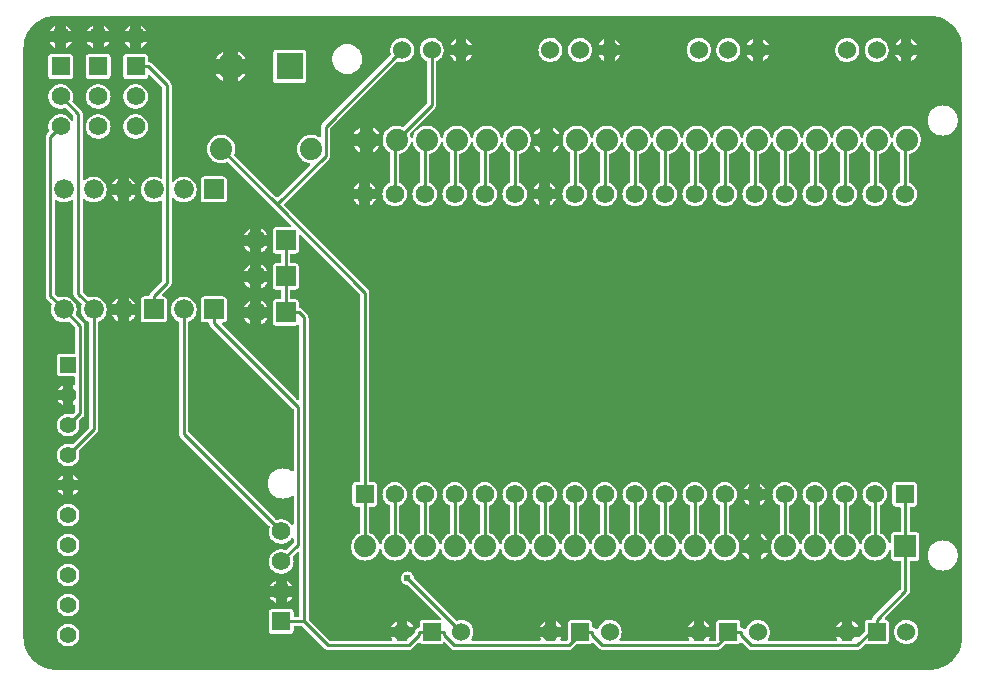
<source format=gbl>
G04 Layer: BottomLayer*
G04 EasyEDA v6.5.23, 2023-06-08 09:20:47*
G04 55327712f0a3441bad1e631ee7ba6bcd,133cb59a28494424a397ab70695d2c60,10*
G04 Gerber Generator version 0.2*
G04 Scale: 100 percent, Rotated: No, Reflected: No *
G04 Dimensions in millimeters *
G04 leading zeros omitted , absolute positions ,4 integer and 5 decimal *
%FSLAX45Y45*%
%MOMM*%

%ADD10C,0.2540*%
%ADD11C,1.7000*%
%ADD12R,1.7000X1.7000*%
%ADD13C,2.3000*%
%ADD14R,2.3000X2.3000*%
%ADD15C,1.5240*%
%ADD16R,1.5240X1.5240*%
%ADD17C,1.5750*%
%ADD18R,1.5750X1.5750*%
%ADD19C,1.5748*%
%ADD20R,1.5748X1.5748*%
%ADD21R,1.6764X1.6764*%
%ADD22C,1.6764*%
%ADD23C,1.8796*%
%ADD24R,1.5601X1.5601*%
%ADD25C,1.5600*%
%ADD26R,1.3995X1.3995*%
%ADD27C,1.3995*%
%ADD28R,1.8796X1.8796*%
%ADD29C,0.6100*%
%ADD30C,0.0166*%

%LPD*%
G36*
X808278Y8407908D02*
G01*
X786079Y8408822D01*
X764743Y8411362D01*
X743610Y8415578D01*
X722934Y8421471D01*
X702767Y8428939D01*
X683209Y8437981D01*
X664464Y8448497D01*
X646582Y8460486D01*
X629716Y8473846D01*
X613918Y8488476D01*
X599338Y8504275D01*
X586028Y8521192D01*
X574141Y8539124D01*
X563626Y8557920D01*
X554634Y8577478D01*
X547217Y8597696D01*
X541426Y8618372D01*
X537260Y8639505D01*
X534771Y8660892D01*
X533908Y8682685D01*
X533908Y13669314D01*
X534822Y13691869D01*
X537362Y13713256D01*
X541629Y13734338D01*
X547471Y13755065D01*
X554939Y13775232D01*
X563981Y13794740D01*
X574548Y13813485D01*
X586536Y13831366D01*
X599846Y13848283D01*
X614476Y13864031D01*
X630326Y13878610D01*
X647242Y13891920D01*
X665124Y13903858D01*
X683920Y13914323D01*
X703478Y13923314D01*
X723696Y13930731D01*
X744423Y13936573D01*
X765505Y13940739D01*
X786892Y13943228D01*
X808685Y13944041D01*
X8207298Y13944041D01*
X8229904Y13943177D01*
X8251240Y13940586D01*
X8272373Y13936370D01*
X8293049Y13930477D01*
X8313216Y13923010D01*
X8332774Y13913967D01*
X8351520Y13903451D01*
X8369401Y13891463D01*
X8386267Y13878102D01*
X8402066Y13863472D01*
X8416645Y13847673D01*
X8429955Y13830757D01*
X8441842Y13812824D01*
X8452358Y13794028D01*
X8461349Y13774470D01*
X8468766Y13754303D01*
X8474557Y13733576D01*
X8478723Y13712444D01*
X8481212Y13691057D01*
X8482076Y13669263D01*
X8482076Y8682685D01*
X8481161Y8660079D01*
X8478621Y8638692D01*
X8474354Y8617610D01*
X8468512Y8596934D01*
X8461044Y8576716D01*
X8452002Y8557209D01*
X8441436Y8538464D01*
X8429447Y8520582D01*
X8416137Y8503716D01*
X8401507Y8487918D01*
X8385657Y8473338D01*
X8368741Y8460028D01*
X8350859Y8448090D01*
X8332063Y8437626D01*
X8312505Y8428634D01*
X8292287Y8421217D01*
X8271560Y8415426D01*
X8250478Y8411260D01*
X8229092Y8408720D01*
X8207298Y8407908D01*
G37*

%LPC*%
G36*
X3110280Y8576513D02*
G01*
X3799433Y8576513D01*
X3807460Y8577326D01*
X3814673Y8579510D01*
X3821328Y8583066D01*
X3827576Y8588197D01*
X3877005Y8637625D01*
X3880002Y8639708D01*
X3883507Y8640572D01*
X3887114Y8640165D01*
X3890365Y8638540D01*
X3893515Y8634730D01*
X3897579Y8630666D01*
X3902506Y8627567D01*
X3907942Y8625636D01*
X3914292Y8624925D01*
X4065524Y8624925D01*
X4071874Y8625636D01*
X4077309Y8627567D01*
X4082186Y8630666D01*
X4086301Y8634730D01*
X4089450Y8638540D01*
X4092701Y8640216D01*
X4096308Y8640622D01*
X4099814Y8639708D01*
X4102811Y8637625D01*
X4152239Y8588197D01*
X4158487Y8583066D01*
X4165142Y8579510D01*
X4172356Y8577326D01*
X4180382Y8576513D01*
X5152339Y8576513D01*
X5160365Y8577326D01*
X5167579Y8579510D01*
X5174284Y8583066D01*
X5180482Y8588197D01*
X5214264Y8621979D01*
X5217566Y8624163D01*
X5221478Y8624925D01*
X5321401Y8624925D01*
X5327751Y8625636D01*
X5333187Y8627567D01*
X5338114Y8630666D01*
X5342178Y8634730D01*
X5345328Y8638540D01*
X5348579Y8640165D01*
X5352186Y8640572D01*
X5355691Y8639708D01*
X5358688Y8637625D01*
X5408117Y8588197D01*
X5414365Y8583066D01*
X5421020Y8579510D01*
X5428234Y8577326D01*
X5436260Y8576513D01*
X6408267Y8576513D01*
X6416294Y8577326D01*
X6423507Y8579510D01*
X6430162Y8583066D01*
X6436410Y8588197D01*
X6470192Y8621979D01*
X6473494Y8624163D01*
X6477355Y8624925D01*
X6577330Y8624925D01*
X6583629Y8625636D01*
X6589115Y8627567D01*
X6593992Y8630666D01*
X6598107Y8634730D01*
X6601256Y8638540D01*
X6604457Y8640216D01*
X6608064Y8640622D01*
X6611620Y8639708D01*
X6614566Y8637625D01*
X6664045Y8588197D01*
X6670243Y8583066D01*
X6676948Y8579510D01*
X6684162Y8577326D01*
X6692188Y8576513D01*
X7593075Y8576513D01*
X7601102Y8577326D01*
X7608316Y8579510D01*
X7615021Y8583066D01*
X7621219Y8588197D01*
X7658557Y8625535D01*
X7661706Y8627668D01*
X7665364Y8628481D01*
X7669123Y8627922D01*
X7675625Y8625636D01*
X7681925Y8624925D01*
X7833207Y8624925D01*
X7839506Y8625636D01*
X7844993Y8627567D01*
X7849870Y8630666D01*
X7853984Y8634730D01*
X7857032Y8639657D01*
X7858963Y8645093D01*
X7859674Y8651443D01*
X7859674Y8802674D01*
X7858963Y8809024D01*
X7857032Y8814460D01*
X7853984Y8819388D01*
X7849870Y8823452D01*
X7844993Y8826550D01*
X7839506Y8828430D01*
X7833461Y8829141D01*
X7829854Y8830259D01*
X7826908Y8832596D01*
X7824978Y8835898D01*
X7824419Y8839606D01*
X7825282Y8843314D01*
X7827416Y8846413D01*
X8025790Y9044787D01*
X8030921Y9051036D01*
X8034477Y9057690D01*
X8036661Y9064904D01*
X8037474Y9072930D01*
X8037474Y9320885D01*
X8038236Y9324797D01*
X8040420Y9328099D01*
X8043722Y9330283D01*
X8047634Y9331045D01*
X8092236Y9331045D01*
X8098586Y9331756D01*
X8104022Y9333687D01*
X8108950Y9336786D01*
X8113014Y9340850D01*
X8116112Y9345777D01*
X8118043Y9351213D01*
X8118754Y9357563D01*
X8118754Y9544354D01*
X8118043Y9550704D01*
X8116112Y9556140D01*
X8113014Y9561068D01*
X8108950Y9565132D01*
X8104022Y9568230D01*
X8098586Y9570110D01*
X8092236Y9570821D01*
X8047634Y9570821D01*
X8043722Y9571634D01*
X8040420Y9573818D01*
X8038236Y9577120D01*
X8037474Y9580981D01*
X8037474Y9778390D01*
X8038236Y9782251D01*
X8040420Y9785553D01*
X8043722Y9787788D01*
X8047634Y9788550D01*
X8072881Y9788550D01*
X8079181Y9789261D01*
X8084667Y9791192D01*
X8089544Y9794240D01*
X8093659Y9798354D01*
X8096707Y9803231D01*
X8098637Y9808718D01*
X8099348Y9815017D01*
X8099348Y9969906D01*
X8098637Y9976205D01*
X8096707Y9981692D01*
X8093659Y9986568D01*
X8089544Y9990683D01*
X8084667Y9993731D01*
X8079181Y9995662D01*
X8072881Y9996373D01*
X7917992Y9996373D01*
X7911693Y9995662D01*
X7906207Y9993731D01*
X7901330Y9990683D01*
X7897215Y9986568D01*
X7894167Y9981692D01*
X7892237Y9976205D01*
X7891525Y9969906D01*
X7891525Y9815017D01*
X7892237Y9808718D01*
X7894167Y9803231D01*
X7897215Y9798354D01*
X7901330Y9794240D01*
X7906207Y9791192D01*
X7911693Y9789261D01*
X7917992Y9788550D01*
X7947456Y9788550D01*
X7951114Y9787890D01*
X7954314Y9785908D01*
X7956550Y9782962D01*
X7959801Y9771837D01*
X7960258Y9768890D01*
X7960258Y9580981D01*
X7959445Y9577120D01*
X7957261Y9573818D01*
X7953959Y9571634D01*
X7950098Y9570821D01*
X7905445Y9570821D01*
X7899095Y9570110D01*
X7893659Y9568230D01*
X7888731Y9565132D01*
X7884668Y9561068D01*
X7881569Y9556140D01*
X7879689Y9550704D01*
X7878978Y9544354D01*
X7878978Y9489744D01*
X7878165Y9485782D01*
X7875879Y9482480D01*
X7872475Y9480296D01*
X7868462Y9479584D01*
X7864551Y9480550D01*
X7861300Y9482886D01*
X7859217Y9486392D01*
X7855254Y9497669D01*
X7848650Y9510877D01*
X7840522Y9523171D01*
X7830921Y9534398D01*
X7819999Y9544354D01*
X7807959Y9552889D01*
X7794955Y9559848D01*
X7789925Y9561779D01*
X7786522Y9563963D01*
X7784236Y9567316D01*
X7783474Y9571278D01*
X7783474Y9791293D01*
X7784134Y9794951D01*
X7786116Y9798151D01*
X7789113Y9800386D01*
X7793380Y9802469D01*
X7804658Y9810038D01*
X7814919Y9818979D01*
X7823860Y9829241D01*
X7831429Y9840518D01*
X7837424Y9852710D01*
X7841792Y9865563D01*
X7844434Y9878923D01*
X7845348Y9892436D01*
X7844434Y9906000D01*
X7841792Y9919360D01*
X7837424Y9932212D01*
X7831429Y9944404D01*
X7823860Y9955682D01*
X7814919Y9965893D01*
X7804658Y9974884D01*
X7793380Y9982403D01*
X7781188Y9988448D01*
X7768336Y9992817D01*
X7754975Y9995458D01*
X7741462Y9996322D01*
X7727899Y9995458D01*
X7714538Y9992817D01*
X7701686Y9988448D01*
X7689494Y9982403D01*
X7678216Y9974884D01*
X7668006Y9965893D01*
X7659014Y9955682D01*
X7651496Y9944404D01*
X7645450Y9932212D01*
X7641081Y9919360D01*
X7638440Y9906000D01*
X7637576Y9892436D01*
X7638440Y9878923D01*
X7641081Y9865563D01*
X7645450Y9852710D01*
X7651496Y9840518D01*
X7659014Y9829241D01*
X7668006Y9818979D01*
X7678216Y9810038D01*
X7689494Y9802469D01*
X7700568Y9797034D01*
X7703566Y9794798D01*
X7705547Y9791598D01*
X7706258Y9787940D01*
X7706258Y9571278D01*
X7705445Y9567316D01*
X7703159Y9563963D01*
X7699756Y9561779D01*
X7694726Y9559848D01*
X7681722Y9552889D01*
X7669682Y9544354D01*
X7658811Y9534398D01*
X7649209Y9523171D01*
X7641031Y9510877D01*
X7634478Y9497669D01*
X7629550Y9483750D01*
X7627772Y9475622D01*
X7626197Y9472015D01*
X7623403Y9469323D01*
X7619796Y9467799D01*
X7615885Y9467799D01*
X7612278Y9469323D01*
X7609484Y9472015D01*
X7607909Y9475622D01*
X7606131Y9483750D01*
X7601254Y9497669D01*
X7594650Y9510877D01*
X7586522Y9523171D01*
X7576921Y9534398D01*
X7565999Y9544354D01*
X7553959Y9552889D01*
X7540955Y9559848D01*
X7532522Y9563100D01*
X7529118Y9565284D01*
X7526832Y9568637D01*
X7526070Y9572599D01*
X7526070Y9789617D01*
X7526731Y9793274D01*
X7528712Y9796475D01*
X7531709Y9798710D01*
X7539380Y9802469D01*
X7550658Y9810038D01*
X7560919Y9818979D01*
X7569860Y9829241D01*
X7577429Y9840518D01*
X7583424Y9852710D01*
X7587792Y9865563D01*
X7590434Y9878923D01*
X7591348Y9892436D01*
X7590434Y9906000D01*
X7587792Y9919360D01*
X7583424Y9932212D01*
X7577429Y9944404D01*
X7569860Y9955682D01*
X7560919Y9965893D01*
X7550658Y9974884D01*
X7539380Y9982403D01*
X7527188Y9988448D01*
X7514336Y9992817D01*
X7500975Y9995458D01*
X7487462Y9996322D01*
X7473899Y9995458D01*
X7460538Y9992817D01*
X7447686Y9988448D01*
X7435494Y9982403D01*
X7424216Y9974884D01*
X7414006Y9965893D01*
X7405014Y9955682D01*
X7397496Y9944404D01*
X7391450Y9932212D01*
X7387081Y9919360D01*
X7384440Y9906000D01*
X7383576Y9892436D01*
X7384440Y9878923D01*
X7387081Y9865563D01*
X7391450Y9852710D01*
X7397496Y9840518D01*
X7405014Y9829241D01*
X7414006Y9818979D01*
X7424216Y9810038D01*
X7435494Y9802469D01*
X7443165Y9798710D01*
X7446162Y9796475D01*
X7448143Y9793274D01*
X7448854Y9789617D01*
X7448854Y9569958D01*
X7448042Y9565995D01*
X7445756Y9562642D01*
X7442352Y9560458D01*
X7440726Y9559848D01*
X7427722Y9552889D01*
X7415682Y9544354D01*
X7404811Y9534398D01*
X7395209Y9523171D01*
X7387031Y9510877D01*
X7380478Y9497669D01*
X7375550Y9483750D01*
X7373772Y9475622D01*
X7372197Y9472015D01*
X7369403Y9469323D01*
X7365796Y9467799D01*
X7361885Y9467799D01*
X7358278Y9469323D01*
X7355484Y9472015D01*
X7353909Y9475622D01*
X7352131Y9483750D01*
X7347254Y9497669D01*
X7340650Y9510877D01*
X7332522Y9523171D01*
X7322921Y9534398D01*
X7311999Y9544354D01*
X7299959Y9552889D01*
X7286955Y9559848D01*
X7278522Y9563100D01*
X7275118Y9565284D01*
X7272832Y9568637D01*
X7272070Y9572599D01*
X7272070Y9789617D01*
X7272731Y9793274D01*
X7274712Y9796475D01*
X7277709Y9798710D01*
X7285380Y9802469D01*
X7296658Y9810038D01*
X7306919Y9818979D01*
X7315860Y9829241D01*
X7323429Y9840518D01*
X7329424Y9852710D01*
X7333792Y9865563D01*
X7336434Y9878923D01*
X7337348Y9892436D01*
X7336434Y9906000D01*
X7333792Y9919360D01*
X7329424Y9932212D01*
X7323429Y9944404D01*
X7315860Y9955682D01*
X7306919Y9965893D01*
X7296658Y9974884D01*
X7285380Y9982403D01*
X7273188Y9988448D01*
X7260336Y9992817D01*
X7246975Y9995458D01*
X7233462Y9996322D01*
X7219899Y9995458D01*
X7206538Y9992817D01*
X7193686Y9988448D01*
X7181494Y9982403D01*
X7170216Y9974884D01*
X7160006Y9965893D01*
X7151014Y9955682D01*
X7143496Y9944404D01*
X7137450Y9932212D01*
X7133081Y9919360D01*
X7130440Y9906000D01*
X7129576Y9892436D01*
X7130440Y9878923D01*
X7133081Y9865563D01*
X7137450Y9852710D01*
X7143496Y9840518D01*
X7151014Y9829241D01*
X7160006Y9818979D01*
X7170216Y9810038D01*
X7181494Y9802469D01*
X7189165Y9798710D01*
X7192162Y9796475D01*
X7194143Y9793274D01*
X7194854Y9789617D01*
X7194854Y9569958D01*
X7194042Y9565995D01*
X7191756Y9562642D01*
X7188352Y9560458D01*
X7186726Y9559848D01*
X7173722Y9552889D01*
X7161682Y9544354D01*
X7150811Y9534398D01*
X7141209Y9523171D01*
X7133031Y9510877D01*
X7126478Y9497669D01*
X7121550Y9483750D01*
X7119772Y9475622D01*
X7118197Y9472015D01*
X7115403Y9469323D01*
X7111796Y9467799D01*
X7107885Y9467799D01*
X7104278Y9469323D01*
X7101484Y9472015D01*
X7099909Y9475622D01*
X7098131Y9483750D01*
X7093254Y9497669D01*
X7086650Y9510877D01*
X7078522Y9523171D01*
X7068921Y9534398D01*
X7057999Y9544354D01*
X7045959Y9552889D01*
X7032955Y9559848D01*
X7024522Y9563100D01*
X7021118Y9565284D01*
X7018832Y9568637D01*
X7018070Y9572599D01*
X7018070Y9789617D01*
X7018731Y9793274D01*
X7020712Y9796475D01*
X7023709Y9798710D01*
X7031380Y9802469D01*
X7042658Y9810038D01*
X7052919Y9818979D01*
X7061860Y9829241D01*
X7069429Y9840518D01*
X7075424Y9852710D01*
X7079792Y9865563D01*
X7082434Y9878923D01*
X7083348Y9892436D01*
X7082434Y9906000D01*
X7079792Y9919360D01*
X7075424Y9932212D01*
X7069429Y9944404D01*
X7061860Y9955682D01*
X7052919Y9965893D01*
X7042658Y9974884D01*
X7031380Y9982403D01*
X7019188Y9988448D01*
X7006336Y9992817D01*
X6992975Y9995458D01*
X6979462Y9996322D01*
X6965899Y9995458D01*
X6952538Y9992817D01*
X6939686Y9988448D01*
X6927494Y9982403D01*
X6916216Y9974884D01*
X6906006Y9965893D01*
X6897014Y9955682D01*
X6889496Y9944404D01*
X6883450Y9932212D01*
X6879081Y9919360D01*
X6876440Y9906000D01*
X6875576Y9892436D01*
X6876440Y9878923D01*
X6879081Y9865563D01*
X6883450Y9852710D01*
X6889496Y9840518D01*
X6897014Y9829241D01*
X6906006Y9818979D01*
X6916216Y9810038D01*
X6927494Y9802469D01*
X6935165Y9798710D01*
X6938162Y9796475D01*
X6940143Y9793274D01*
X6940854Y9789617D01*
X6940854Y9569958D01*
X6940042Y9565995D01*
X6937756Y9562642D01*
X6934352Y9560458D01*
X6932726Y9559848D01*
X6919722Y9552889D01*
X6907682Y9544354D01*
X6896811Y9534398D01*
X6887209Y9523171D01*
X6879031Y9510877D01*
X6872478Y9497669D01*
X6867550Y9483750D01*
X6864400Y9469323D01*
X6863029Y9454642D01*
X6863486Y9439910D01*
X6865772Y9425178D01*
X6869785Y9411106D01*
X6875525Y9397542D01*
X6882942Y9384741D01*
X6891832Y9372955D01*
X6902094Y9362389D01*
X6913575Y9353143D01*
X6926122Y9345371D01*
X6939534Y9339173D01*
X6953605Y9334703D01*
X6968134Y9332010D01*
X6982866Y9331096D01*
X6997598Y9332010D01*
X7012076Y9334703D01*
X7026148Y9339173D01*
X7039559Y9345371D01*
X7052106Y9353143D01*
X7063587Y9362389D01*
X7073849Y9372955D01*
X7082790Y9384741D01*
X7090156Y9397542D01*
X7095896Y9411106D01*
X7100062Y9425787D01*
X7102144Y9429597D01*
X7105599Y9432239D01*
X7109866Y9433153D01*
X7114082Y9432239D01*
X7117537Y9429597D01*
X7119620Y9425787D01*
X7123785Y9411106D01*
X7129525Y9397542D01*
X7136942Y9384741D01*
X7145832Y9372955D01*
X7156094Y9362389D01*
X7167575Y9353143D01*
X7180122Y9345371D01*
X7193534Y9339173D01*
X7207605Y9334703D01*
X7222134Y9332010D01*
X7236866Y9331096D01*
X7251598Y9332010D01*
X7266076Y9334703D01*
X7280148Y9339173D01*
X7293559Y9345371D01*
X7306106Y9353143D01*
X7317587Y9362389D01*
X7327849Y9372955D01*
X7336790Y9384741D01*
X7344156Y9397542D01*
X7349896Y9411106D01*
X7354062Y9425787D01*
X7356144Y9429597D01*
X7359599Y9432239D01*
X7363866Y9433153D01*
X7368082Y9432239D01*
X7371537Y9429597D01*
X7373620Y9425787D01*
X7377785Y9411106D01*
X7383525Y9397542D01*
X7390942Y9384741D01*
X7399832Y9372955D01*
X7410094Y9362389D01*
X7421575Y9353143D01*
X7434122Y9345371D01*
X7447534Y9339173D01*
X7461605Y9334703D01*
X7476134Y9332010D01*
X7490866Y9331096D01*
X7505598Y9332010D01*
X7520076Y9334703D01*
X7534148Y9339173D01*
X7547559Y9345371D01*
X7560106Y9353143D01*
X7571587Y9362389D01*
X7581849Y9372955D01*
X7590790Y9384741D01*
X7598156Y9397542D01*
X7603896Y9411106D01*
X7608062Y9425787D01*
X7610144Y9429597D01*
X7613599Y9432239D01*
X7617866Y9433153D01*
X7622082Y9432239D01*
X7625537Y9429597D01*
X7627620Y9425787D01*
X7631785Y9411106D01*
X7637525Y9397542D01*
X7644942Y9384741D01*
X7653832Y9372955D01*
X7664094Y9362389D01*
X7675575Y9353143D01*
X7688122Y9345371D01*
X7701534Y9339173D01*
X7715605Y9334703D01*
X7730134Y9332010D01*
X7744866Y9331096D01*
X7759598Y9332010D01*
X7774076Y9334703D01*
X7788148Y9339173D01*
X7801559Y9345371D01*
X7814106Y9353143D01*
X7825587Y9362389D01*
X7835849Y9372955D01*
X7844790Y9384741D01*
X7852156Y9397542D01*
X7857896Y9411106D01*
X7859014Y9415068D01*
X7860944Y9418726D01*
X7864144Y9421317D01*
X7868107Y9422434D01*
X7872222Y9421876D01*
X7875727Y9419691D01*
X7878114Y9416338D01*
X7878978Y9412274D01*
X7878978Y9357563D01*
X7879689Y9351213D01*
X7881569Y9345777D01*
X7884668Y9340850D01*
X7888731Y9336786D01*
X7893659Y9333687D01*
X7899095Y9331756D01*
X7905445Y9331045D01*
X7950098Y9331045D01*
X7953959Y9330283D01*
X7957261Y9328099D01*
X7959445Y9324797D01*
X7960258Y9320885D01*
X7960258Y9092641D01*
X7959445Y9088780D01*
X7957261Y9085478D01*
X7730642Y8858808D01*
X7725511Y8852611D01*
X7721955Y8845905D01*
X7718653Y8834780D01*
X7716418Y8831783D01*
X7713268Y8829852D01*
X7709611Y8829141D01*
X7681925Y8829141D01*
X7675625Y8828430D01*
X7670139Y8826550D01*
X7665262Y8823452D01*
X7661148Y8819388D01*
X7658100Y8814460D01*
X7656169Y8809024D01*
X7655458Y8802674D01*
X7655458Y8735822D01*
X7654696Y8731961D01*
X7652461Y8728659D01*
X7609433Y8685580D01*
X7606131Y8683396D01*
X7602220Y8682583D01*
X7552029Y8682583D01*
X7552029Y8663889D01*
X7551216Y8660028D01*
X7549032Y8656726D01*
X7545730Y8654542D01*
X7541869Y8653729D01*
X7473289Y8653729D01*
X7469378Y8654542D01*
X7466075Y8656726D01*
X7463891Y8660028D01*
X7463129Y8663889D01*
X7463129Y8682583D01*
X7415784Y8682583D01*
X7416444Y8681008D01*
X7423505Y8669070D01*
X7424877Y8665057D01*
X7424470Y8660841D01*
X7422337Y8657132D01*
X7418933Y8654643D01*
X7414768Y8653729D01*
X6844182Y8653729D01*
X6839915Y8654694D01*
X6836409Y8657336D01*
X6834378Y8661247D01*
X6834174Y8665616D01*
X6835800Y8669680D01*
X6839508Y8675014D01*
X6845655Y8687206D01*
X6850125Y8700109D01*
X6852818Y8713470D01*
X6853732Y8727033D01*
X6852818Y8740648D01*
X6850125Y8754008D01*
X6845655Y8766911D01*
X6839508Y8779103D01*
X6831787Y8790330D01*
X6822643Y8800439D01*
X6812229Y8809228D01*
X6800697Y8816594D01*
X6788353Y8822334D01*
X6775297Y8826347D01*
X6761886Y8828633D01*
X6748221Y8829090D01*
X6734657Y8827719D01*
X6721398Y8824569D01*
X6708698Y8819642D01*
X6696709Y8813088D01*
X6685737Y8805011D01*
X6675932Y8795512D01*
X6667500Y8784844D01*
X6660540Y8773109D01*
X6655206Y8760561D01*
X6653580Y8754618D01*
X6651548Y8750706D01*
X6647992Y8748014D01*
X6643674Y8747099D01*
X6639407Y8748115D01*
X6635953Y8750808D01*
X6633057Y8754313D01*
X6627215Y8759139D01*
X6620560Y8762695D01*
X6609384Y8765946D01*
X6606438Y8768181D01*
X6604457Y8771382D01*
X6603796Y8775039D01*
X6603796Y8802674D01*
X6603085Y8809024D01*
X6601155Y8814460D01*
X6598107Y8819388D01*
X6593992Y8823452D01*
X6589115Y8826550D01*
X6583629Y8828430D01*
X6577330Y8829141D01*
X6426047Y8829141D01*
X6419748Y8828430D01*
X6414262Y8826550D01*
X6409385Y8823452D01*
X6405270Y8819388D01*
X6402171Y8814460D01*
X6400292Y8809024D01*
X6399580Y8802674D01*
X6399580Y8664752D01*
X6398818Y8660892D01*
X6395720Y8656726D01*
X6392418Y8654542D01*
X6388557Y8653729D01*
X6344208Y8653729D01*
X6339890Y8654694D01*
X6336436Y8657336D01*
X6334404Y8661247D01*
X6334150Y8665616D01*
X6335826Y8669680D01*
X6339484Y8675014D01*
X6343345Y8682583D01*
X6296101Y8682583D01*
X6296101Y8663889D01*
X6295339Y8660028D01*
X6293154Y8656726D01*
X6289852Y8654542D01*
X6285941Y8653729D01*
X6217361Y8653729D01*
X6213500Y8654542D01*
X6210198Y8656726D01*
X6208014Y8660028D01*
X6207201Y8663889D01*
X6207201Y8682583D01*
X6159855Y8682583D01*
X6160566Y8681008D01*
X6167628Y8669070D01*
X6168948Y8665057D01*
X6168542Y8660841D01*
X6166459Y8657132D01*
X6163005Y8654643D01*
X6158890Y8653729D01*
X5588304Y8653729D01*
X5583986Y8654694D01*
X5580532Y8657336D01*
X5578500Y8661247D01*
X5578246Y8665616D01*
X5579922Y8669680D01*
X5583580Y8675014D01*
X5589727Y8687206D01*
X5594197Y8700109D01*
X5596940Y8713470D01*
X5597855Y8727033D01*
X5596940Y8740648D01*
X5594197Y8754008D01*
X5589727Y8766911D01*
X5583580Y8779103D01*
X5575858Y8790330D01*
X5566714Y8800439D01*
X5556300Y8809228D01*
X5544820Y8816594D01*
X5532475Y8822334D01*
X5519420Y8826347D01*
X5505958Y8828633D01*
X5492343Y8829090D01*
X5478780Y8827719D01*
X5465521Y8824569D01*
X5452770Y8819642D01*
X5440832Y8813088D01*
X5429859Y8805011D01*
X5420055Y8795512D01*
X5411622Y8784844D01*
X5404662Y8773109D01*
X5399328Y8760561D01*
X5397703Y8754567D01*
X5395620Y8750706D01*
X5392115Y8748014D01*
X5387797Y8747099D01*
X5383530Y8748115D01*
X5380024Y8750808D01*
X5377180Y8754313D01*
X5371338Y8759139D01*
X5364632Y8762695D01*
X5353507Y8765946D01*
X5350510Y8768181D01*
X5348579Y8771382D01*
X5347919Y8775039D01*
X5347919Y8802674D01*
X5347208Y8809024D01*
X5345277Y8814460D01*
X5342178Y8819388D01*
X5338114Y8823452D01*
X5333187Y8826550D01*
X5327751Y8828430D01*
X5321401Y8829141D01*
X5170170Y8829141D01*
X5163820Y8828430D01*
X5158384Y8826550D01*
X5153456Y8823452D01*
X5149392Y8819388D01*
X5146294Y8814460D01*
X5144414Y8809024D01*
X5143703Y8802674D01*
X5143703Y8664803D01*
X5142890Y8660892D01*
X5139842Y8656726D01*
X5136540Y8654542D01*
X5132628Y8653729D01*
X5088280Y8653729D01*
X5084013Y8654694D01*
X5080558Y8657336D01*
X5078526Y8661247D01*
X5078272Y8665616D01*
X5079949Y8669680D01*
X5083606Y8675014D01*
X5087416Y8682583D01*
X5040223Y8682583D01*
X5040223Y8663889D01*
X5039461Y8660028D01*
X5037226Y8656726D01*
X5033975Y8654542D01*
X5030063Y8653729D01*
X4961483Y8653729D01*
X4957622Y8654542D01*
X4954320Y8656726D01*
X4952085Y8660028D01*
X4951323Y8663889D01*
X4951323Y8682583D01*
X4903978Y8682583D01*
X4904638Y8681008D01*
X4911750Y8669070D01*
X4913071Y8665057D01*
X4912664Y8660841D01*
X4910582Y8657132D01*
X4907127Y8654643D01*
X4902962Y8653729D01*
X4332376Y8653729D01*
X4328109Y8654694D01*
X4324654Y8657336D01*
X4322622Y8661247D01*
X4322368Y8665616D01*
X4324045Y8669680D01*
X4327702Y8675014D01*
X4333849Y8687206D01*
X4338320Y8700109D01*
X4341063Y8713470D01*
X4341977Y8727033D01*
X4341063Y8740648D01*
X4338320Y8754008D01*
X4333849Y8766911D01*
X4327702Y8779103D01*
X4319981Y8790330D01*
X4310837Y8800439D01*
X4300423Y8809228D01*
X4288942Y8816594D01*
X4276547Y8822334D01*
X4263542Y8826347D01*
X4250080Y8828633D01*
X4236466Y8829090D01*
X4222902Y8827719D01*
X4209643Y8824569D01*
X4206697Y8823401D01*
X4202836Y8822740D01*
X4199077Y8823553D01*
X4195826Y8825738D01*
X3843528Y9177985D01*
X3841546Y9180880D01*
X3840632Y9184284D01*
X3839921Y9192361D01*
X3837381Y9201861D01*
X3833215Y9210751D01*
X3827576Y9218777D01*
X3820617Y9225737D01*
X3812590Y9231376D01*
X3803700Y9235541D01*
X3794201Y9238081D01*
X3784396Y9238945D01*
X3774592Y9238081D01*
X3765092Y9235541D01*
X3756202Y9231376D01*
X3748176Y9225737D01*
X3741216Y9218777D01*
X3735578Y9210751D01*
X3731412Y9201861D01*
X3728872Y9192361D01*
X3728008Y9182557D01*
X3728872Y9172752D01*
X3731412Y9163253D01*
X3735578Y9154363D01*
X3741216Y9146336D01*
X3748176Y9139377D01*
X3756202Y9133738D01*
X3765092Y9129572D01*
X3774592Y9127032D01*
X3782669Y9126321D01*
X3786073Y9125407D01*
X3788968Y9123426D01*
X4065828Y8846515D01*
X4068064Y8843213D01*
X4068826Y8839301D01*
X4068064Y8835440D01*
X4065828Y8832138D01*
X4062526Y8829954D01*
X4058665Y8829141D01*
X3914292Y8829141D01*
X3907942Y8828430D01*
X3902506Y8826550D01*
X3897579Y8823452D01*
X3893515Y8819388D01*
X3890416Y8814460D01*
X3888486Y8809024D01*
X3887774Y8802674D01*
X3887774Y8775039D01*
X3887114Y8771382D01*
X3885133Y8768181D01*
X3882186Y8765946D01*
X3871061Y8762695D01*
X3864356Y8759139D01*
X3858514Y8754313D01*
X3853738Y8748471D01*
X3850182Y8741816D01*
X3847998Y8734602D01*
X3847185Y8726576D01*
X3847185Y8721242D01*
X3846423Y8717330D01*
X3844188Y8714028D01*
X3815740Y8685580D01*
X3812438Y8683396D01*
X3808577Y8682583D01*
X3784346Y8682583D01*
X3784346Y8663889D01*
X3783584Y8660028D01*
X3781348Y8656726D01*
X3778046Y8654542D01*
X3774186Y8653729D01*
X3705606Y8653729D01*
X3701694Y8654542D01*
X3698392Y8656726D01*
X3696208Y8660028D01*
X3695446Y8663889D01*
X3695446Y8682583D01*
X3648100Y8682583D01*
X3648760Y8681008D01*
X3655822Y8669070D01*
X3657193Y8665057D01*
X3656787Y8660841D01*
X3654653Y8657132D01*
X3651250Y8654643D01*
X3647084Y8653729D01*
X3129991Y8653729D01*
X3126130Y8654542D01*
X3122828Y8656726D01*
X2950565Y8828989D01*
X2948381Y8832291D01*
X2947568Y8836152D01*
X2947568Y11389309D01*
X2946806Y11397335D01*
X2944622Y11404549D01*
X2941066Y11411254D01*
X2935935Y11417452D01*
X2894279Y11459108D01*
X2888081Y11464239D01*
X2881376Y11467795D01*
X2870250Y11471046D01*
X2867253Y11473281D01*
X2865323Y11476482D01*
X2864662Y11480139D01*
X2864662Y11516563D01*
X2863951Y11522913D01*
X2862021Y11528348D01*
X2858922Y11533276D01*
X2854858Y11537340D01*
X2849930Y11540439D01*
X2844495Y11542369D01*
X2838145Y11543080D01*
X2802534Y11543080D01*
X2798622Y11543842D01*
X2795320Y11546027D01*
X2793136Y11549329D01*
X2792374Y11553240D01*
X2792374Y11615877D01*
X2793136Y11619788D01*
X2795320Y11623090D01*
X2798622Y11625275D01*
X2802534Y11626037D01*
X2838145Y11626037D01*
X2844495Y11626748D01*
X2849930Y11628678D01*
X2854858Y11631726D01*
X2858922Y11635841D01*
X2862021Y11640718D01*
X2863951Y11646204D01*
X2864662Y11652504D01*
X2864662Y11821363D01*
X2863951Y11827713D01*
X2862021Y11833148D01*
X2858922Y11838076D01*
X2854858Y11842140D01*
X2849930Y11845239D01*
X2844495Y11847169D01*
X2838145Y11847880D01*
X2802534Y11847880D01*
X2798622Y11848642D01*
X2795320Y11850827D01*
X2793136Y11854129D01*
X2792374Y11858040D01*
X2792374Y11920677D01*
X2793136Y11924588D01*
X2795320Y11927890D01*
X2798622Y11930075D01*
X2802534Y11930837D01*
X2838145Y11930837D01*
X2844495Y11931548D01*
X2849930Y11933478D01*
X2854858Y11936526D01*
X2858922Y11940641D01*
X2862021Y11945518D01*
X2863951Y11951004D01*
X2864662Y11957304D01*
X2864662Y12080341D01*
X2865424Y12084253D01*
X2867609Y12087504D01*
X2870911Y12089739D01*
X2874822Y12090501D01*
X2878683Y12089739D01*
X2881985Y12087504D01*
X3381857Y11587632D01*
X3384042Y11584330D01*
X3384854Y11580469D01*
X3384854Y10006533D01*
X3384042Y10002621D01*
X3381857Y9999370D01*
X3378555Y9997135D01*
X3374694Y9996373D01*
X3345992Y9996373D01*
X3339693Y9995662D01*
X3334207Y9993731D01*
X3329330Y9990683D01*
X3325215Y9986568D01*
X3322167Y9981692D01*
X3320237Y9976205D01*
X3319526Y9969906D01*
X3319526Y9815017D01*
X3320237Y9808718D01*
X3322167Y9803231D01*
X3325215Y9798354D01*
X3329330Y9794240D01*
X3334207Y9791192D01*
X3339693Y9789261D01*
X3345992Y9788550D01*
X3374694Y9788550D01*
X3378555Y9787788D01*
X3381857Y9785553D01*
X3384042Y9782251D01*
X3384854Y9778390D01*
X3384854Y9569958D01*
X3384042Y9565995D01*
X3381756Y9562642D01*
X3378352Y9560458D01*
X3376726Y9559848D01*
X3363722Y9552889D01*
X3351682Y9544354D01*
X3340811Y9534398D01*
X3331210Y9523171D01*
X3323031Y9510877D01*
X3316478Y9497669D01*
X3311550Y9483750D01*
X3308400Y9469323D01*
X3307029Y9454642D01*
X3307486Y9439910D01*
X3309772Y9425330D01*
X3313785Y9411106D01*
X3319526Y9397542D01*
X3326942Y9384741D01*
X3335832Y9372955D01*
X3346094Y9362389D01*
X3357575Y9353143D01*
X3370122Y9345371D01*
X3383534Y9339173D01*
X3397605Y9334703D01*
X3412134Y9332010D01*
X3426866Y9331096D01*
X3441598Y9332010D01*
X3456076Y9334703D01*
X3470148Y9339173D01*
X3483559Y9345371D01*
X3496106Y9353143D01*
X3507587Y9362389D01*
X3517849Y9372955D01*
X3526790Y9384741D01*
X3534156Y9397542D01*
X3539896Y9411106D01*
X3544062Y9425787D01*
X3546144Y9429597D01*
X3549599Y9432239D01*
X3553866Y9433153D01*
X3558082Y9432239D01*
X3561537Y9429597D01*
X3563620Y9425787D01*
X3567785Y9411106D01*
X3573526Y9397542D01*
X3580942Y9384741D01*
X3589832Y9372955D01*
X3600094Y9362389D01*
X3611575Y9353143D01*
X3624122Y9345371D01*
X3637534Y9339173D01*
X3651605Y9334703D01*
X3666134Y9332010D01*
X3680866Y9331096D01*
X3695598Y9332010D01*
X3710076Y9334703D01*
X3724148Y9339173D01*
X3737559Y9345371D01*
X3750106Y9353143D01*
X3761587Y9362389D01*
X3771849Y9372955D01*
X3780790Y9384741D01*
X3788156Y9397542D01*
X3793896Y9411106D01*
X3798062Y9425787D01*
X3800144Y9429597D01*
X3803599Y9432239D01*
X3807866Y9433153D01*
X3812082Y9432239D01*
X3815537Y9429597D01*
X3817620Y9425787D01*
X3821785Y9411106D01*
X3827526Y9397542D01*
X3834942Y9384741D01*
X3843832Y9372955D01*
X3854094Y9362389D01*
X3865575Y9353143D01*
X3878122Y9345371D01*
X3891534Y9339173D01*
X3905605Y9334703D01*
X3920134Y9332010D01*
X3934866Y9331096D01*
X3949598Y9332010D01*
X3964076Y9334703D01*
X3978148Y9339173D01*
X3991559Y9345371D01*
X4004106Y9353143D01*
X4015587Y9362389D01*
X4025849Y9372955D01*
X4034790Y9384741D01*
X4042156Y9397542D01*
X4047896Y9411106D01*
X4052062Y9425787D01*
X4054144Y9429597D01*
X4057599Y9432239D01*
X4061866Y9433153D01*
X4066082Y9432239D01*
X4069537Y9429597D01*
X4071620Y9425787D01*
X4075785Y9411106D01*
X4081526Y9397542D01*
X4088942Y9384741D01*
X4097832Y9372955D01*
X4108094Y9362389D01*
X4119575Y9353143D01*
X4132122Y9345371D01*
X4145534Y9339173D01*
X4159605Y9334703D01*
X4174134Y9332010D01*
X4188866Y9331096D01*
X4203598Y9332010D01*
X4218076Y9334703D01*
X4232148Y9339173D01*
X4245559Y9345371D01*
X4258106Y9353143D01*
X4269587Y9362389D01*
X4279849Y9372955D01*
X4288790Y9384741D01*
X4296156Y9397542D01*
X4301896Y9411106D01*
X4306062Y9425787D01*
X4308144Y9429597D01*
X4311599Y9432239D01*
X4315866Y9433153D01*
X4320082Y9432239D01*
X4323537Y9429597D01*
X4325620Y9425787D01*
X4329785Y9411106D01*
X4335526Y9397542D01*
X4342942Y9384741D01*
X4351832Y9372955D01*
X4362094Y9362389D01*
X4373575Y9353143D01*
X4386122Y9345371D01*
X4399534Y9339173D01*
X4413605Y9334703D01*
X4428134Y9332010D01*
X4442866Y9331096D01*
X4457598Y9332010D01*
X4472076Y9334703D01*
X4486148Y9339173D01*
X4499559Y9345371D01*
X4512106Y9353143D01*
X4523587Y9362389D01*
X4533849Y9372955D01*
X4542790Y9384741D01*
X4550156Y9397542D01*
X4555896Y9411106D01*
X4560062Y9425787D01*
X4562144Y9429597D01*
X4565599Y9432239D01*
X4569866Y9433153D01*
X4574082Y9432239D01*
X4577537Y9429597D01*
X4579620Y9425787D01*
X4583785Y9411106D01*
X4589526Y9397542D01*
X4596942Y9384741D01*
X4605832Y9372955D01*
X4616094Y9362389D01*
X4627575Y9353143D01*
X4640122Y9345371D01*
X4653534Y9339173D01*
X4667605Y9334703D01*
X4682134Y9332010D01*
X4696866Y9331096D01*
X4711598Y9332010D01*
X4726076Y9334703D01*
X4740148Y9339173D01*
X4753559Y9345371D01*
X4766106Y9353143D01*
X4777587Y9362389D01*
X4787849Y9372955D01*
X4796790Y9384741D01*
X4804156Y9397542D01*
X4809896Y9411106D01*
X4814062Y9425787D01*
X4816144Y9429597D01*
X4819599Y9432239D01*
X4823866Y9433153D01*
X4828082Y9432239D01*
X4831537Y9429597D01*
X4833620Y9425787D01*
X4837785Y9411106D01*
X4843526Y9397542D01*
X4850942Y9384741D01*
X4859832Y9372955D01*
X4870094Y9362389D01*
X4881575Y9353143D01*
X4894122Y9345371D01*
X4907534Y9339173D01*
X4921605Y9334703D01*
X4936134Y9332010D01*
X4950866Y9331096D01*
X4965598Y9332010D01*
X4980076Y9334703D01*
X4994148Y9339173D01*
X5007559Y9345371D01*
X5020106Y9353143D01*
X5031587Y9362389D01*
X5041849Y9372955D01*
X5050790Y9384741D01*
X5058156Y9397542D01*
X5063896Y9411106D01*
X5068062Y9425787D01*
X5070144Y9429597D01*
X5073599Y9432239D01*
X5077866Y9433153D01*
X5082082Y9432239D01*
X5085537Y9429597D01*
X5087620Y9425787D01*
X5091785Y9411106D01*
X5097526Y9397542D01*
X5104942Y9384741D01*
X5113832Y9372955D01*
X5124094Y9362389D01*
X5135575Y9353143D01*
X5148122Y9345371D01*
X5161534Y9339173D01*
X5175605Y9334703D01*
X5190134Y9332010D01*
X5204866Y9331096D01*
X5219598Y9332010D01*
X5234076Y9334703D01*
X5248148Y9339173D01*
X5261559Y9345371D01*
X5274106Y9353143D01*
X5285587Y9362389D01*
X5295849Y9372955D01*
X5304790Y9384741D01*
X5312156Y9397542D01*
X5317896Y9411106D01*
X5322062Y9425787D01*
X5324144Y9429597D01*
X5327599Y9432239D01*
X5331866Y9433153D01*
X5336082Y9432239D01*
X5339537Y9429597D01*
X5341620Y9425787D01*
X5345785Y9411106D01*
X5351526Y9397542D01*
X5358942Y9384741D01*
X5367832Y9372955D01*
X5378094Y9362389D01*
X5389575Y9353143D01*
X5402122Y9345371D01*
X5415534Y9339173D01*
X5429605Y9334703D01*
X5444134Y9332010D01*
X5458866Y9331096D01*
X5473598Y9332010D01*
X5488076Y9334703D01*
X5502148Y9339173D01*
X5515559Y9345371D01*
X5528106Y9353143D01*
X5539587Y9362389D01*
X5549849Y9372955D01*
X5558790Y9384741D01*
X5566156Y9397542D01*
X5571896Y9411106D01*
X5576062Y9425787D01*
X5578144Y9429597D01*
X5581599Y9432239D01*
X5585866Y9433153D01*
X5590082Y9432239D01*
X5593537Y9429597D01*
X5595620Y9425787D01*
X5599785Y9411106D01*
X5605526Y9397542D01*
X5612942Y9384741D01*
X5621832Y9372955D01*
X5632094Y9362389D01*
X5643575Y9353143D01*
X5656122Y9345371D01*
X5669534Y9339173D01*
X5683605Y9334703D01*
X5698134Y9332010D01*
X5712866Y9331096D01*
X5727598Y9332010D01*
X5742076Y9334703D01*
X5756148Y9339173D01*
X5769559Y9345371D01*
X5782106Y9353143D01*
X5793587Y9362389D01*
X5803849Y9372955D01*
X5812790Y9384741D01*
X5820156Y9397542D01*
X5825896Y9411106D01*
X5830062Y9425787D01*
X5832144Y9429597D01*
X5835599Y9432239D01*
X5839866Y9433153D01*
X5844082Y9432239D01*
X5847537Y9429597D01*
X5849620Y9425787D01*
X5853785Y9411106D01*
X5859526Y9397542D01*
X5866942Y9384741D01*
X5875832Y9372955D01*
X5886094Y9362389D01*
X5897575Y9353143D01*
X5910122Y9345371D01*
X5923534Y9339173D01*
X5937605Y9334703D01*
X5952134Y9332010D01*
X5966866Y9331096D01*
X5981598Y9332010D01*
X5996076Y9334703D01*
X6010148Y9339173D01*
X6023559Y9345371D01*
X6036106Y9353143D01*
X6047587Y9362389D01*
X6057849Y9372955D01*
X6066790Y9384741D01*
X6074156Y9397542D01*
X6079896Y9411106D01*
X6084062Y9425787D01*
X6086144Y9429597D01*
X6089599Y9432239D01*
X6093866Y9433153D01*
X6098082Y9432239D01*
X6101537Y9429597D01*
X6103620Y9425787D01*
X6107785Y9411106D01*
X6113526Y9397542D01*
X6120942Y9384741D01*
X6129832Y9372955D01*
X6140094Y9362389D01*
X6151575Y9353143D01*
X6164122Y9345371D01*
X6177534Y9339173D01*
X6191605Y9334703D01*
X6206134Y9332010D01*
X6220866Y9331096D01*
X6235598Y9332010D01*
X6250076Y9334703D01*
X6264148Y9339173D01*
X6277559Y9345371D01*
X6290106Y9353143D01*
X6301587Y9362389D01*
X6311849Y9372955D01*
X6320790Y9384741D01*
X6328156Y9397542D01*
X6333896Y9411106D01*
X6338062Y9425787D01*
X6340144Y9429597D01*
X6343599Y9432239D01*
X6347866Y9433153D01*
X6352082Y9432239D01*
X6355537Y9429597D01*
X6357620Y9425787D01*
X6361785Y9411106D01*
X6367526Y9397542D01*
X6374942Y9384741D01*
X6383832Y9372955D01*
X6394094Y9362389D01*
X6405575Y9353143D01*
X6418122Y9345371D01*
X6431534Y9339173D01*
X6445605Y9334703D01*
X6460134Y9332010D01*
X6474866Y9331096D01*
X6489598Y9332010D01*
X6504076Y9334703D01*
X6518148Y9339173D01*
X6531559Y9345371D01*
X6544106Y9353143D01*
X6555587Y9362389D01*
X6565849Y9372955D01*
X6574790Y9384741D01*
X6582156Y9397542D01*
X6587896Y9411106D01*
X6591960Y9425330D01*
X6594195Y9439910D01*
X6594652Y9454642D01*
X6593281Y9469323D01*
X6590131Y9483750D01*
X6585254Y9497669D01*
X6578650Y9510877D01*
X6570522Y9523171D01*
X6560921Y9534398D01*
X6549999Y9544354D01*
X6537959Y9552889D01*
X6524955Y9559848D01*
X6516522Y9563100D01*
X6513118Y9565284D01*
X6510832Y9568637D01*
X6510070Y9572599D01*
X6510070Y9789617D01*
X6510731Y9793274D01*
X6512712Y9796475D01*
X6515709Y9798710D01*
X6523380Y9802469D01*
X6534657Y9810038D01*
X6544919Y9818979D01*
X6553860Y9829241D01*
X6561429Y9840518D01*
X6567424Y9852710D01*
X6571792Y9865563D01*
X6574434Y9878923D01*
X6575348Y9892436D01*
X6574434Y9906000D01*
X6571792Y9919360D01*
X6567424Y9932212D01*
X6561429Y9944404D01*
X6553860Y9955682D01*
X6544919Y9965893D01*
X6534657Y9974884D01*
X6523380Y9982403D01*
X6511188Y9988448D01*
X6498336Y9992817D01*
X6484975Y9995458D01*
X6471462Y9996322D01*
X6457899Y9995458D01*
X6444538Y9992817D01*
X6431686Y9988448D01*
X6419494Y9982403D01*
X6408216Y9974884D01*
X6398006Y9965893D01*
X6389014Y9955682D01*
X6381496Y9944404D01*
X6375450Y9932212D01*
X6371082Y9919360D01*
X6368440Y9906000D01*
X6367576Y9892436D01*
X6368440Y9878923D01*
X6371082Y9865563D01*
X6375450Y9852710D01*
X6381496Y9840518D01*
X6389014Y9829241D01*
X6398006Y9818979D01*
X6408216Y9810038D01*
X6419494Y9802469D01*
X6427165Y9798710D01*
X6430162Y9796475D01*
X6432143Y9793274D01*
X6432854Y9789617D01*
X6432854Y9569958D01*
X6432042Y9565995D01*
X6429756Y9562642D01*
X6426352Y9560458D01*
X6424726Y9559848D01*
X6411722Y9552889D01*
X6399682Y9544354D01*
X6388811Y9534398D01*
X6379210Y9523171D01*
X6371031Y9510877D01*
X6364478Y9497669D01*
X6359550Y9483750D01*
X6357772Y9475622D01*
X6356197Y9472015D01*
X6353403Y9469323D01*
X6349796Y9467799D01*
X6345885Y9467799D01*
X6342278Y9469323D01*
X6339484Y9472015D01*
X6337909Y9475622D01*
X6336131Y9483750D01*
X6331254Y9497669D01*
X6324650Y9510877D01*
X6316522Y9523171D01*
X6306921Y9534398D01*
X6295999Y9544354D01*
X6283960Y9552889D01*
X6270955Y9559848D01*
X6262522Y9563100D01*
X6259118Y9565284D01*
X6256832Y9568637D01*
X6256070Y9572599D01*
X6256070Y9789617D01*
X6256731Y9793274D01*
X6258712Y9796475D01*
X6261709Y9798710D01*
X6269380Y9802469D01*
X6280658Y9810038D01*
X6290919Y9818979D01*
X6299860Y9829241D01*
X6307429Y9840518D01*
X6313424Y9852710D01*
X6317792Y9865563D01*
X6320434Y9878923D01*
X6321348Y9892436D01*
X6320434Y9906000D01*
X6317792Y9919360D01*
X6313424Y9932212D01*
X6307429Y9944404D01*
X6299860Y9955682D01*
X6290919Y9965893D01*
X6280658Y9974884D01*
X6269380Y9982403D01*
X6257188Y9988448D01*
X6244336Y9992817D01*
X6230975Y9995458D01*
X6217462Y9996322D01*
X6203899Y9995458D01*
X6190538Y9992817D01*
X6177686Y9988448D01*
X6165494Y9982403D01*
X6154216Y9974884D01*
X6144006Y9965893D01*
X6135014Y9955682D01*
X6127496Y9944404D01*
X6121450Y9932212D01*
X6117082Y9919360D01*
X6114440Y9906000D01*
X6113576Y9892436D01*
X6114440Y9878923D01*
X6117082Y9865563D01*
X6121450Y9852710D01*
X6127496Y9840518D01*
X6135014Y9829241D01*
X6144006Y9818979D01*
X6154216Y9810038D01*
X6165494Y9802469D01*
X6173165Y9798710D01*
X6176162Y9796475D01*
X6178143Y9793274D01*
X6178854Y9789617D01*
X6178854Y9569958D01*
X6178042Y9565995D01*
X6175756Y9562642D01*
X6172352Y9560458D01*
X6170726Y9559848D01*
X6157722Y9552889D01*
X6145682Y9544354D01*
X6134811Y9534398D01*
X6125210Y9523171D01*
X6117031Y9510877D01*
X6110478Y9497669D01*
X6105550Y9483750D01*
X6103772Y9475622D01*
X6102197Y9472015D01*
X6099403Y9469323D01*
X6095796Y9467799D01*
X6091885Y9467799D01*
X6088278Y9469323D01*
X6085484Y9472015D01*
X6083909Y9475622D01*
X6082131Y9483750D01*
X6077254Y9497669D01*
X6070650Y9510877D01*
X6062522Y9523171D01*
X6052921Y9534398D01*
X6041999Y9544354D01*
X6029960Y9552889D01*
X6016955Y9559848D01*
X6008522Y9563100D01*
X6005118Y9565284D01*
X6002832Y9568637D01*
X6002070Y9572599D01*
X6002070Y9789617D01*
X6002731Y9793274D01*
X6004712Y9796475D01*
X6007709Y9798710D01*
X6015380Y9802469D01*
X6026658Y9810038D01*
X6036919Y9818979D01*
X6045860Y9829241D01*
X6053429Y9840518D01*
X6059424Y9852710D01*
X6063792Y9865563D01*
X6066434Y9878923D01*
X6067348Y9892436D01*
X6066434Y9906000D01*
X6063792Y9919360D01*
X6059424Y9932212D01*
X6053429Y9944404D01*
X6045860Y9955682D01*
X6036919Y9965893D01*
X6026658Y9974884D01*
X6015380Y9982403D01*
X6003188Y9988448D01*
X5990336Y9992817D01*
X5976975Y9995458D01*
X5963462Y9996322D01*
X5949899Y9995458D01*
X5936538Y9992817D01*
X5923686Y9988448D01*
X5911494Y9982403D01*
X5900216Y9974884D01*
X5890006Y9965893D01*
X5881014Y9955682D01*
X5873496Y9944404D01*
X5867450Y9932212D01*
X5863082Y9919360D01*
X5860440Y9906000D01*
X5859576Y9892436D01*
X5860440Y9878923D01*
X5863082Y9865563D01*
X5867450Y9852710D01*
X5873496Y9840518D01*
X5881014Y9829241D01*
X5890006Y9818979D01*
X5900216Y9810038D01*
X5911494Y9802469D01*
X5919165Y9798710D01*
X5922162Y9796475D01*
X5924143Y9793274D01*
X5924854Y9789617D01*
X5924854Y9569958D01*
X5924042Y9565995D01*
X5921756Y9562642D01*
X5918352Y9560458D01*
X5916726Y9559848D01*
X5903722Y9552889D01*
X5891682Y9544354D01*
X5880811Y9534398D01*
X5871210Y9523171D01*
X5863031Y9510877D01*
X5856478Y9497669D01*
X5851550Y9483750D01*
X5849772Y9475622D01*
X5848197Y9472015D01*
X5845403Y9469323D01*
X5841796Y9467799D01*
X5837885Y9467799D01*
X5834278Y9469323D01*
X5831484Y9472015D01*
X5829909Y9475622D01*
X5828131Y9483750D01*
X5823254Y9497669D01*
X5816650Y9510877D01*
X5808522Y9523171D01*
X5798921Y9534398D01*
X5787999Y9544354D01*
X5775960Y9552889D01*
X5762955Y9559848D01*
X5754522Y9563100D01*
X5751118Y9565284D01*
X5748832Y9568637D01*
X5748070Y9572599D01*
X5748070Y9789617D01*
X5748731Y9793274D01*
X5750712Y9796475D01*
X5753709Y9798710D01*
X5761380Y9802469D01*
X5772658Y9810038D01*
X5782919Y9818979D01*
X5791860Y9829241D01*
X5799429Y9840518D01*
X5805424Y9852710D01*
X5809792Y9865563D01*
X5812434Y9878923D01*
X5813348Y9892436D01*
X5812434Y9906000D01*
X5809792Y9919360D01*
X5805424Y9932212D01*
X5799429Y9944404D01*
X5791860Y9955682D01*
X5782919Y9965893D01*
X5772658Y9974884D01*
X5761380Y9982403D01*
X5749188Y9988448D01*
X5736336Y9992817D01*
X5722975Y9995458D01*
X5709462Y9996322D01*
X5695899Y9995458D01*
X5682538Y9992817D01*
X5669686Y9988448D01*
X5657494Y9982403D01*
X5646216Y9974884D01*
X5636006Y9965893D01*
X5627014Y9955682D01*
X5619496Y9944404D01*
X5613450Y9932212D01*
X5609082Y9919360D01*
X5606440Y9906000D01*
X5605576Y9892436D01*
X5606440Y9878923D01*
X5609082Y9865563D01*
X5613450Y9852710D01*
X5619496Y9840518D01*
X5627014Y9829241D01*
X5636006Y9818979D01*
X5646216Y9810038D01*
X5657494Y9802469D01*
X5665165Y9798710D01*
X5668162Y9796475D01*
X5670143Y9793274D01*
X5670854Y9789617D01*
X5670854Y9569958D01*
X5670042Y9565995D01*
X5667756Y9562642D01*
X5664352Y9560458D01*
X5662726Y9559848D01*
X5649722Y9552889D01*
X5637682Y9544354D01*
X5626811Y9534398D01*
X5617210Y9523171D01*
X5609031Y9510877D01*
X5602478Y9497669D01*
X5597550Y9483750D01*
X5595772Y9475622D01*
X5594197Y9472015D01*
X5591403Y9469323D01*
X5587796Y9467799D01*
X5583885Y9467799D01*
X5580278Y9469323D01*
X5577484Y9472015D01*
X5575909Y9475622D01*
X5574131Y9483750D01*
X5569254Y9497669D01*
X5562650Y9510877D01*
X5554522Y9523171D01*
X5544921Y9534398D01*
X5533999Y9544354D01*
X5521960Y9552889D01*
X5508955Y9559848D01*
X5500522Y9563100D01*
X5497118Y9565284D01*
X5494832Y9568637D01*
X5494070Y9572599D01*
X5494070Y9789617D01*
X5494731Y9793274D01*
X5496712Y9796475D01*
X5499709Y9798710D01*
X5507380Y9802469D01*
X5518658Y9810038D01*
X5528919Y9818979D01*
X5537860Y9829241D01*
X5545429Y9840518D01*
X5551424Y9852710D01*
X5555792Y9865563D01*
X5558434Y9878923D01*
X5559348Y9892436D01*
X5558434Y9906000D01*
X5555792Y9919360D01*
X5551424Y9932212D01*
X5545429Y9944404D01*
X5537860Y9955682D01*
X5528919Y9965893D01*
X5518658Y9974884D01*
X5507380Y9982403D01*
X5495188Y9988448D01*
X5482336Y9992817D01*
X5468975Y9995458D01*
X5455462Y9996322D01*
X5441899Y9995458D01*
X5428538Y9992817D01*
X5415686Y9988448D01*
X5403494Y9982403D01*
X5392216Y9974884D01*
X5382006Y9965893D01*
X5373014Y9955682D01*
X5365496Y9944404D01*
X5359450Y9932212D01*
X5355082Y9919360D01*
X5352440Y9906000D01*
X5351576Y9892436D01*
X5352440Y9878923D01*
X5355082Y9865563D01*
X5359450Y9852710D01*
X5365496Y9840518D01*
X5373014Y9829241D01*
X5382006Y9818979D01*
X5392216Y9810038D01*
X5403494Y9802469D01*
X5411165Y9798710D01*
X5414162Y9796475D01*
X5416143Y9793274D01*
X5416854Y9789617D01*
X5416854Y9569958D01*
X5416042Y9565995D01*
X5413756Y9562642D01*
X5410352Y9560458D01*
X5408726Y9559848D01*
X5395722Y9552889D01*
X5383682Y9544354D01*
X5372811Y9534398D01*
X5363210Y9523171D01*
X5355031Y9510877D01*
X5348478Y9497669D01*
X5343550Y9483750D01*
X5341772Y9475622D01*
X5340197Y9472015D01*
X5337403Y9469323D01*
X5333796Y9467799D01*
X5329885Y9467799D01*
X5326278Y9469323D01*
X5323484Y9472015D01*
X5321909Y9475622D01*
X5320131Y9483750D01*
X5315254Y9497669D01*
X5308650Y9510877D01*
X5300522Y9523171D01*
X5290921Y9534398D01*
X5279999Y9544354D01*
X5267960Y9552889D01*
X5254955Y9559848D01*
X5246522Y9563100D01*
X5243118Y9565284D01*
X5240832Y9568637D01*
X5240070Y9572599D01*
X5240070Y9789617D01*
X5240731Y9793274D01*
X5242712Y9796475D01*
X5245709Y9798710D01*
X5253380Y9802469D01*
X5264658Y9810038D01*
X5274919Y9818979D01*
X5283860Y9829241D01*
X5291429Y9840518D01*
X5297424Y9852710D01*
X5301792Y9865563D01*
X5304434Y9878923D01*
X5305348Y9892436D01*
X5304434Y9906000D01*
X5301792Y9919360D01*
X5297424Y9932212D01*
X5291429Y9944404D01*
X5283860Y9955682D01*
X5274919Y9965893D01*
X5264658Y9974884D01*
X5253380Y9982403D01*
X5241188Y9988448D01*
X5228336Y9992817D01*
X5214975Y9995458D01*
X5201462Y9996322D01*
X5187899Y9995458D01*
X5174538Y9992817D01*
X5161686Y9988448D01*
X5149494Y9982403D01*
X5138216Y9974884D01*
X5128006Y9965893D01*
X5119014Y9955682D01*
X5111496Y9944404D01*
X5105450Y9932212D01*
X5101082Y9919360D01*
X5098440Y9906000D01*
X5097576Y9892436D01*
X5098440Y9878923D01*
X5101082Y9865563D01*
X5105450Y9852710D01*
X5111496Y9840518D01*
X5119014Y9829241D01*
X5128006Y9818979D01*
X5138216Y9810038D01*
X5149494Y9802469D01*
X5157165Y9798710D01*
X5160162Y9796475D01*
X5162143Y9793274D01*
X5162854Y9789617D01*
X5162854Y9569958D01*
X5162042Y9565995D01*
X5159756Y9562642D01*
X5156352Y9560458D01*
X5154726Y9559848D01*
X5141722Y9552889D01*
X5129682Y9544354D01*
X5118811Y9534398D01*
X5109210Y9523171D01*
X5101031Y9510877D01*
X5094478Y9497669D01*
X5089550Y9483750D01*
X5087772Y9475622D01*
X5086197Y9472015D01*
X5083403Y9469323D01*
X5079796Y9467799D01*
X5075885Y9467799D01*
X5072278Y9469323D01*
X5069484Y9472015D01*
X5067909Y9475622D01*
X5066131Y9483750D01*
X5061254Y9497669D01*
X5054650Y9510877D01*
X5046522Y9523171D01*
X5036921Y9534398D01*
X5025999Y9544354D01*
X5013960Y9552889D01*
X5000955Y9559848D01*
X4992522Y9563100D01*
X4989118Y9565284D01*
X4986832Y9568637D01*
X4986070Y9572599D01*
X4986070Y9789617D01*
X4986731Y9793274D01*
X4988712Y9796475D01*
X4991709Y9798710D01*
X4999380Y9802469D01*
X5010658Y9810038D01*
X5020919Y9818979D01*
X5029860Y9829241D01*
X5037429Y9840518D01*
X5043424Y9852710D01*
X5047792Y9865563D01*
X5050434Y9878923D01*
X5051348Y9892436D01*
X5050434Y9906000D01*
X5047792Y9919360D01*
X5043424Y9932212D01*
X5037429Y9944404D01*
X5029860Y9955682D01*
X5020919Y9965893D01*
X5010658Y9974884D01*
X4999380Y9982403D01*
X4987188Y9988448D01*
X4974336Y9992817D01*
X4960975Y9995458D01*
X4947462Y9996322D01*
X4933899Y9995458D01*
X4920538Y9992817D01*
X4907686Y9988448D01*
X4895494Y9982403D01*
X4884216Y9974884D01*
X4874006Y9965893D01*
X4865014Y9955682D01*
X4857496Y9944404D01*
X4851450Y9932212D01*
X4847082Y9919360D01*
X4844440Y9906000D01*
X4843576Y9892436D01*
X4844440Y9878923D01*
X4847082Y9865563D01*
X4851450Y9852710D01*
X4857496Y9840518D01*
X4865014Y9829241D01*
X4874006Y9818979D01*
X4884216Y9810038D01*
X4895494Y9802469D01*
X4903165Y9798710D01*
X4906162Y9796475D01*
X4908143Y9793274D01*
X4908854Y9789617D01*
X4908854Y9569958D01*
X4908042Y9565995D01*
X4905756Y9562642D01*
X4902352Y9560458D01*
X4900726Y9559848D01*
X4887722Y9552889D01*
X4875682Y9544354D01*
X4864811Y9534398D01*
X4855210Y9523171D01*
X4847031Y9510877D01*
X4840478Y9497669D01*
X4835550Y9483750D01*
X4833772Y9475622D01*
X4832197Y9472015D01*
X4829403Y9469323D01*
X4825796Y9467799D01*
X4821885Y9467799D01*
X4818278Y9469323D01*
X4815484Y9472015D01*
X4813909Y9475622D01*
X4812131Y9483750D01*
X4807254Y9497669D01*
X4800650Y9510877D01*
X4792522Y9523171D01*
X4782921Y9534398D01*
X4771999Y9544354D01*
X4759960Y9552889D01*
X4746955Y9559848D01*
X4738522Y9563100D01*
X4735118Y9565284D01*
X4732832Y9568637D01*
X4732070Y9572599D01*
X4732070Y9789617D01*
X4732731Y9793274D01*
X4734712Y9796475D01*
X4737709Y9798710D01*
X4745380Y9802469D01*
X4756658Y9810038D01*
X4766919Y9818979D01*
X4775860Y9829241D01*
X4783429Y9840518D01*
X4789424Y9852710D01*
X4793792Y9865563D01*
X4796434Y9878923D01*
X4797348Y9892436D01*
X4796434Y9906000D01*
X4793792Y9919360D01*
X4789424Y9932212D01*
X4783429Y9944404D01*
X4775860Y9955682D01*
X4766919Y9965893D01*
X4756658Y9974884D01*
X4745380Y9982403D01*
X4733188Y9988448D01*
X4720336Y9992817D01*
X4706975Y9995458D01*
X4693462Y9996322D01*
X4679899Y9995458D01*
X4666538Y9992817D01*
X4653686Y9988448D01*
X4641494Y9982403D01*
X4630216Y9974884D01*
X4620006Y9965893D01*
X4611014Y9955682D01*
X4603496Y9944404D01*
X4597450Y9932212D01*
X4593082Y9919360D01*
X4590440Y9906000D01*
X4589576Y9892436D01*
X4590440Y9878923D01*
X4593082Y9865563D01*
X4597450Y9852710D01*
X4603496Y9840518D01*
X4611014Y9829241D01*
X4620006Y9818979D01*
X4630216Y9810038D01*
X4641494Y9802469D01*
X4649165Y9798710D01*
X4652162Y9796475D01*
X4654143Y9793274D01*
X4654854Y9789617D01*
X4654854Y9569958D01*
X4654042Y9565995D01*
X4651756Y9562642D01*
X4648352Y9560458D01*
X4646726Y9559848D01*
X4633722Y9552889D01*
X4621682Y9544354D01*
X4610811Y9534398D01*
X4601210Y9523171D01*
X4593031Y9510877D01*
X4586478Y9497669D01*
X4581550Y9483750D01*
X4579772Y9475622D01*
X4578197Y9472015D01*
X4575403Y9469323D01*
X4571796Y9467799D01*
X4567885Y9467799D01*
X4564278Y9469323D01*
X4561484Y9472015D01*
X4559909Y9475622D01*
X4558131Y9483750D01*
X4553254Y9497669D01*
X4546650Y9510877D01*
X4538522Y9523171D01*
X4528921Y9534398D01*
X4517999Y9544354D01*
X4505960Y9552889D01*
X4492955Y9559848D01*
X4484522Y9563100D01*
X4481118Y9565284D01*
X4478832Y9568637D01*
X4478070Y9572599D01*
X4478070Y9789617D01*
X4478731Y9793274D01*
X4480712Y9796475D01*
X4483709Y9798710D01*
X4491380Y9802469D01*
X4502658Y9810038D01*
X4512919Y9818979D01*
X4521860Y9829241D01*
X4529429Y9840518D01*
X4535424Y9852710D01*
X4539792Y9865563D01*
X4542434Y9878923D01*
X4543348Y9892436D01*
X4542434Y9906000D01*
X4539792Y9919360D01*
X4535424Y9932212D01*
X4529429Y9944404D01*
X4521860Y9955682D01*
X4512919Y9965893D01*
X4502658Y9974884D01*
X4491380Y9982403D01*
X4479188Y9988448D01*
X4466336Y9992817D01*
X4452975Y9995458D01*
X4439462Y9996322D01*
X4425899Y9995458D01*
X4412538Y9992817D01*
X4399686Y9988448D01*
X4387494Y9982403D01*
X4376216Y9974884D01*
X4366006Y9965893D01*
X4357014Y9955682D01*
X4349496Y9944404D01*
X4343450Y9932212D01*
X4339082Y9919360D01*
X4336440Y9906000D01*
X4335576Y9892436D01*
X4336440Y9878923D01*
X4339082Y9865563D01*
X4343450Y9852710D01*
X4349496Y9840518D01*
X4357014Y9829241D01*
X4366006Y9818979D01*
X4376216Y9810038D01*
X4387494Y9802469D01*
X4395165Y9798710D01*
X4398162Y9796475D01*
X4400143Y9793274D01*
X4400854Y9789617D01*
X4400854Y9569958D01*
X4400042Y9565995D01*
X4397756Y9562642D01*
X4394352Y9560458D01*
X4392726Y9559848D01*
X4379722Y9552889D01*
X4367682Y9544354D01*
X4356811Y9534398D01*
X4347210Y9523171D01*
X4339031Y9510877D01*
X4332478Y9497669D01*
X4327550Y9483750D01*
X4325772Y9475622D01*
X4324197Y9472015D01*
X4321403Y9469323D01*
X4317796Y9467799D01*
X4313885Y9467799D01*
X4310278Y9469323D01*
X4307484Y9472015D01*
X4305909Y9475622D01*
X4304131Y9483750D01*
X4299254Y9497669D01*
X4292650Y9510877D01*
X4284522Y9523171D01*
X4274921Y9534398D01*
X4263999Y9544354D01*
X4251960Y9552889D01*
X4238955Y9559848D01*
X4230522Y9563100D01*
X4227118Y9565284D01*
X4224832Y9568637D01*
X4224070Y9572599D01*
X4224070Y9789617D01*
X4224731Y9793274D01*
X4226712Y9796475D01*
X4229709Y9798710D01*
X4237380Y9802469D01*
X4248658Y9810038D01*
X4258919Y9818979D01*
X4267860Y9829241D01*
X4275429Y9840518D01*
X4281424Y9852710D01*
X4285792Y9865563D01*
X4288434Y9878923D01*
X4289348Y9892436D01*
X4288434Y9906000D01*
X4285792Y9919360D01*
X4281424Y9932212D01*
X4275429Y9944404D01*
X4267860Y9955682D01*
X4258919Y9965893D01*
X4248658Y9974884D01*
X4237380Y9982403D01*
X4225188Y9988448D01*
X4212336Y9992817D01*
X4198975Y9995458D01*
X4185462Y9996322D01*
X4171899Y9995458D01*
X4158538Y9992817D01*
X4145686Y9988448D01*
X4133494Y9982403D01*
X4122216Y9974884D01*
X4112006Y9965893D01*
X4103014Y9955682D01*
X4095496Y9944404D01*
X4089450Y9932212D01*
X4085082Y9919360D01*
X4082440Y9906000D01*
X4081576Y9892436D01*
X4082440Y9878923D01*
X4085082Y9865563D01*
X4089450Y9852710D01*
X4095496Y9840518D01*
X4103014Y9829241D01*
X4112006Y9818979D01*
X4122216Y9810038D01*
X4133494Y9802469D01*
X4141165Y9798710D01*
X4144162Y9796475D01*
X4146143Y9793274D01*
X4146854Y9789617D01*
X4146854Y9569958D01*
X4146042Y9565995D01*
X4143756Y9562642D01*
X4140352Y9560458D01*
X4138726Y9559848D01*
X4125722Y9552889D01*
X4113682Y9544354D01*
X4102811Y9534398D01*
X4093210Y9523171D01*
X4085031Y9510877D01*
X4078478Y9497669D01*
X4073550Y9483750D01*
X4071772Y9475622D01*
X4070197Y9472015D01*
X4067403Y9469323D01*
X4063796Y9467799D01*
X4059885Y9467799D01*
X4056278Y9469323D01*
X4053484Y9472015D01*
X4051909Y9475622D01*
X4050131Y9483750D01*
X4045254Y9497669D01*
X4038650Y9510877D01*
X4030522Y9523171D01*
X4020921Y9534398D01*
X4009999Y9544354D01*
X3997960Y9552889D01*
X3984955Y9559848D01*
X3976522Y9563100D01*
X3973118Y9565284D01*
X3970832Y9568637D01*
X3970070Y9572599D01*
X3970070Y9789617D01*
X3970731Y9793274D01*
X3972712Y9796475D01*
X3975709Y9798710D01*
X3983380Y9802469D01*
X3994658Y9810038D01*
X4004919Y9818979D01*
X4013860Y9829241D01*
X4021429Y9840518D01*
X4027424Y9852710D01*
X4031792Y9865563D01*
X4034434Y9878923D01*
X4035348Y9892436D01*
X4034434Y9906000D01*
X4031792Y9919360D01*
X4027424Y9932212D01*
X4021429Y9944404D01*
X4013860Y9955682D01*
X4004919Y9965893D01*
X3994658Y9974884D01*
X3983380Y9982403D01*
X3971188Y9988448D01*
X3958336Y9992817D01*
X3944975Y9995458D01*
X3931462Y9996322D01*
X3917899Y9995458D01*
X3904538Y9992817D01*
X3891686Y9988448D01*
X3879494Y9982403D01*
X3868216Y9974884D01*
X3858006Y9965893D01*
X3849014Y9955682D01*
X3841496Y9944404D01*
X3835450Y9932212D01*
X3831082Y9919360D01*
X3828440Y9906000D01*
X3827576Y9892436D01*
X3828440Y9878923D01*
X3831082Y9865563D01*
X3835450Y9852710D01*
X3841496Y9840518D01*
X3849014Y9829241D01*
X3858006Y9818979D01*
X3868216Y9810038D01*
X3879494Y9802469D01*
X3887165Y9798710D01*
X3890162Y9796475D01*
X3892143Y9793274D01*
X3892854Y9789617D01*
X3892854Y9569958D01*
X3892042Y9565995D01*
X3889756Y9562642D01*
X3886352Y9560458D01*
X3884726Y9559848D01*
X3871722Y9552889D01*
X3859682Y9544354D01*
X3848811Y9534398D01*
X3839210Y9523171D01*
X3831031Y9510877D01*
X3824478Y9497669D01*
X3819550Y9483750D01*
X3817772Y9475622D01*
X3816197Y9472015D01*
X3813403Y9469323D01*
X3809796Y9467799D01*
X3805885Y9467799D01*
X3802278Y9469323D01*
X3799484Y9472015D01*
X3797909Y9475622D01*
X3796131Y9483750D01*
X3791254Y9497669D01*
X3784650Y9510877D01*
X3776522Y9523171D01*
X3766921Y9534398D01*
X3755999Y9544354D01*
X3743960Y9552889D01*
X3730955Y9559848D01*
X3722522Y9563100D01*
X3719118Y9565284D01*
X3716832Y9568637D01*
X3716070Y9572599D01*
X3716070Y9789617D01*
X3716731Y9793274D01*
X3718712Y9796475D01*
X3721709Y9798710D01*
X3729380Y9802469D01*
X3740658Y9810038D01*
X3750919Y9818979D01*
X3759860Y9829241D01*
X3767429Y9840518D01*
X3773424Y9852710D01*
X3777792Y9865563D01*
X3780434Y9878923D01*
X3781348Y9892436D01*
X3780434Y9906000D01*
X3777792Y9919360D01*
X3773424Y9932212D01*
X3767429Y9944404D01*
X3759860Y9955682D01*
X3750919Y9965893D01*
X3740658Y9974884D01*
X3729380Y9982403D01*
X3717188Y9988448D01*
X3704336Y9992817D01*
X3690975Y9995458D01*
X3677462Y9996322D01*
X3663899Y9995458D01*
X3650538Y9992817D01*
X3637686Y9988448D01*
X3625494Y9982403D01*
X3614216Y9974884D01*
X3604006Y9965893D01*
X3595014Y9955682D01*
X3587496Y9944404D01*
X3581450Y9932212D01*
X3577082Y9919360D01*
X3574440Y9906000D01*
X3573576Y9892436D01*
X3574440Y9878923D01*
X3577082Y9865563D01*
X3581450Y9852710D01*
X3587496Y9840518D01*
X3595014Y9829241D01*
X3604006Y9818979D01*
X3614216Y9810038D01*
X3625494Y9802469D01*
X3633165Y9798710D01*
X3636162Y9796475D01*
X3638143Y9793274D01*
X3638854Y9789617D01*
X3638854Y9569958D01*
X3638042Y9565995D01*
X3635756Y9562642D01*
X3632352Y9560458D01*
X3630726Y9559848D01*
X3617722Y9552889D01*
X3605682Y9544354D01*
X3594811Y9534398D01*
X3585210Y9523171D01*
X3577031Y9510877D01*
X3570478Y9497669D01*
X3565550Y9483750D01*
X3563772Y9475622D01*
X3562197Y9472015D01*
X3559403Y9469323D01*
X3555796Y9467799D01*
X3551885Y9467799D01*
X3548278Y9469323D01*
X3545484Y9472015D01*
X3543909Y9475622D01*
X3542131Y9483750D01*
X3537254Y9497669D01*
X3530650Y9510877D01*
X3522522Y9523171D01*
X3512921Y9534398D01*
X3501999Y9544354D01*
X3489960Y9552889D01*
X3476955Y9559848D01*
X3468522Y9563100D01*
X3465118Y9565284D01*
X3462832Y9568637D01*
X3462070Y9572599D01*
X3462070Y9778390D01*
X3462832Y9782251D01*
X3465017Y9785553D01*
X3468319Y9787788D01*
X3472230Y9788550D01*
X3500882Y9788550D01*
X3507181Y9789261D01*
X3512667Y9791192D01*
X3517544Y9794240D01*
X3521659Y9798354D01*
X3524707Y9803231D01*
X3526637Y9808718D01*
X3527348Y9815017D01*
X3527348Y9969906D01*
X3526637Y9976205D01*
X3524707Y9981692D01*
X3521659Y9986568D01*
X3517544Y9990683D01*
X3512667Y9993731D01*
X3507181Y9995662D01*
X3500882Y9996373D01*
X3472230Y9996373D01*
X3468319Y9997135D01*
X3465017Y9999370D01*
X3462832Y10002621D01*
X3462070Y10006533D01*
X3462070Y11600180D01*
X3461258Y11608206D01*
X3459073Y11615420D01*
X3455517Y11622074D01*
X3450386Y11628323D01*
X2739694Y12339066D01*
X2737459Y12342317D01*
X2736697Y12346228D01*
X2737459Y12350140D01*
X2739694Y12353391D01*
X3118662Y12732410D01*
X3123793Y12738608D01*
X3127349Y12745313D01*
X3129534Y12752527D01*
X3130346Y12760553D01*
X3130346Y12986308D01*
X3131108Y12990169D01*
X3133293Y12993471D01*
X3695801Y13555980D01*
X3698798Y13558062D01*
X3702354Y13558977D01*
X3706012Y13558519D01*
X3716223Y13555370D01*
X3729634Y13553084D01*
X3743299Y13552627D01*
X3756863Y13553998D01*
X3770122Y13557148D01*
X3782822Y13562076D01*
X3794810Y13568629D01*
X3805783Y13576706D01*
X3815587Y13586155D01*
X3824020Y13596874D01*
X3830980Y13608608D01*
X3836314Y13621156D01*
X3839921Y13634313D01*
X3841750Y13647826D01*
X3841750Y13661491D01*
X3839921Y13675004D01*
X3836314Y13688161D01*
X3830980Y13700709D01*
X3824020Y13712444D01*
X3815587Y13723112D01*
X3805783Y13732611D01*
X3794810Y13740688D01*
X3782822Y13747242D01*
X3770122Y13752169D01*
X3756863Y13755319D01*
X3743299Y13756690D01*
X3729634Y13756233D01*
X3716223Y13753947D01*
X3703167Y13749934D01*
X3690823Y13744194D01*
X3679342Y13736828D01*
X3668928Y13728039D01*
X3659733Y13717930D01*
X3652062Y13706703D01*
X3645865Y13694511D01*
X3641394Y13681608D01*
X3638702Y13668248D01*
X3637787Y13654633D01*
X3638702Y13641069D01*
X3641394Y13627709D01*
X3643680Y13621156D01*
X3644239Y13617448D01*
X3643376Y13613790D01*
X3641242Y13610640D01*
X3064764Y13034162D01*
X3059633Y13027913D01*
X3056077Y13021259D01*
X3053892Y13014045D01*
X3053130Y13006019D01*
X3053130Y12923570D01*
X3052165Y12919354D01*
X3049574Y12915900D01*
X3045714Y12913817D01*
X3041396Y12913563D01*
X3037332Y12915138D01*
X3029559Y12920268D01*
X3016351Y12926822D01*
X3002432Y12931749D01*
X2988005Y12934899D01*
X2973324Y12936270D01*
X2958592Y12935813D01*
X2944012Y12933527D01*
X2929788Y12929514D01*
X2916224Y12923774D01*
X2903423Y12916357D01*
X2891637Y12907467D01*
X2881071Y12897205D01*
X2871825Y12885724D01*
X2864053Y12873177D01*
X2857855Y12859766D01*
X2853385Y12845694D01*
X2850692Y12831165D01*
X2849778Y12816433D01*
X2850692Y12801701D01*
X2853385Y12787223D01*
X2857855Y12773152D01*
X2864053Y12759740D01*
X2871825Y12747193D01*
X2881071Y12735712D01*
X2891637Y12725450D01*
X2903423Y12716510D01*
X2916224Y12709144D01*
X2929788Y12703403D01*
X2944012Y12699339D01*
X2952292Y12698069D01*
X2956407Y12696444D01*
X2959455Y12693243D01*
X2960827Y12689027D01*
X2960319Y12684607D01*
X2957931Y12680848D01*
X2685084Y12408001D01*
X2681782Y12405817D01*
X2677871Y12405055D01*
X2674010Y12405817D01*
X2670708Y12408001D01*
X2320036Y12758674D01*
X2317902Y12761874D01*
X2317089Y12765684D01*
X2317750Y12769494D01*
X2321864Y12780111D01*
X2325471Y12794437D01*
X2327300Y12809067D01*
X2327300Y12823850D01*
X2325471Y12838480D01*
X2321864Y12852806D01*
X2316530Y12866573D01*
X2309571Y12879578D01*
X2301036Y12891617D01*
X2291080Y12902488D01*
X2279904Y12912090D01*
X2267559Y12920268D01*
X2254351Y12926822D01*
X2240432Y12931749D01*
X2226005Y12934899D01*
X2211324Y12936270D01*
X2196592Y12935813D01*
X2182012Y12933527D01*
X2167788Y12929514D01*
X2154224Y12923774D01*
X2141423Y12916357D01*
X2129637Y12907467D01*
X2119071Y12897205D01*
X2109825Y12885724D01*
X2102053Y12873177D01*
X2095855Y12859766D01*
X2091385Y12845694D01*
X2088692Y12831165D01*
X2087778Y12816433D01*
X2088692Y12801701D01*
X2091385Y12787223D01*
X2095855Y12773152D01*
X2102053Y12759740D01*
X2109825Y12747193D01*
X2119071Y12735712D01*
X2129637Y12725450D01*
X2141423Y12716510D01*
X2154224Y12709144D01*
X2167788Y12703403D01*
X2182012Y12699339D01*
X2196592Y12697104D01*
X2211324Y12696647D01*
X2226005Y12698018D01*
X2240432Y12701168D01*
X2255012Y12706299D01*
X2258771Y12706908D01*
X2262479Y12706045D01*
X2265578Y12703911D01*
X2799537Y12170003D01*
X2801721Y12166701D01*
X2802483Y12162840D01*
X2801721Y12158929D01*
X2799486Y12155627D01*
X2796235Y12153442D01*
X2792323Y12152680D01*
X2669286Y12152680D01*
X2662986Y12151969D01*
X2657500Y12150039D01*
X2652623Y12146940D01*
X2648508Y12142876D01*
X2645460Y12137948D01*
X2643530Y12132513D01*
X2642819Y12126163D01*
X2642819Y11957304D01*
X2643530Y11951004D01*
X2645460Y11945518D01*
X2648508Y11940641D01*
X2652623Y11936526D01*
X2657500Y11933478D01*
X2662986Y11931548D01*
X2669286Y11930837D01*
X2704998Y11930837D01*
X2708859Y11930075D01*
X2712161Y11927890D01*
X2714345Y11924588D01*
X2715158Y11920677D01*
X2715158Y11858040D01*
X2714345Y11854129D01*
X2712161Y11850827D01*
X2708859Y11848642D01*
X2704998Y11847880D01*
X2669286Y11847880D01*
X2662986Y11847169D01*
X2657500Y11845239D01*
X2652623Y11842140D01*
X2648508Y11838076D01*
X2645460Y11833148D01*
X2643530Y11827713D01*
X2642819Y11821363D01*
X2642819Y11652504D01*
X2643530Y11646204D01*
X2645460Y11640718D01*
X2648508Y11635841D01*
X2652623Y11631726D01*
X2657500Y11628678D01*
X2662986Y11626748D01*
X2669286Y11626037D01*
X2704998Y11626037D01*
X2708859Y11625275D01*
X2712161Y11623090D01*
X2714345Y11619788D01*
X2715158Y11615877D01*
X2715158Y11553240D01*
X2714345Y11549329D01*
X2712161Y11546027D01*
X2708859Y11543842D01*
X2704998Y11543080D01*
X2669286Y11543080D01*
X2662986Y11542369D01*
X2657500Y11540439D01*
X2652623Y11537340D01*
X2648508Y11533276D01*
X2645460Y11528348D01*
X2643530Y11522913D01*
X2642819Y11516563D01*
X2642819Y11347704D01*
X2643530Y11341404D01*
X2645460Y11335918D01*
X2648508Y11331041D01*
X2652623Y11326926D01*
X2657500Y11323878D01*
X2662986Y11321948D01*
X2669286Y11321237D01*
X2838145Y11321237D01*
X2844495Y11321948D01*
X2849930Y11323878D01*
X2854807Y11326926D01*
X2858871Y11328400D01*
X2863138Y11328044D01*
X2866898Y11325961D01*
X2869488Y11322507D01*
X2870352Y11318341D01*
X2870352Y10698734D01*
X2869590Y10694822D01*
X2867406Y10691520D01*
X2864104Y10689336D01*
X2860243Y10688574D01*
X2856331Y10689336D01*
X2853029Y10691520D01*
X2214067Y11330482D01*
X2211882Y11333784D01*
X2211120Y11337645D01*
X2211882Y11341557D01*
X2214067Y11344859D01*
X2217369Y11347043D01*
X2221280Y11347805D01*
X2227376Y11347805D01*
X2233726Y11348516D01*
X2239162Y11350447D01*
X2244090Y11353546D01*
X2248154Y11357610D01*
X2251252Y11362537D01*
X2253183Y11367973D01*
X2253894Y11374323D01*
X2253894Y11540794D01*
X2253183Y11547144D01*
X2251252Y11552580D01*
X2248154Y11557508D01*
X2244090Y11561572D01*
X2239162Y11564670D01*
X2233726Y11566550D01*
X2227376Y11567261D01*
X2060905Y11567261D01*
X2054555Y11566550D01*
X2049119Y11564670D01*
X2044192Y11561572D01*
X2040128Y11557508D01*
X2037029Y11552580D01*
X2035149Y11547144D01*
X2034438Y11540794D01*
X2034438Y11374323D01*
X2035149Y11367973D01*
X2037029Y11362537D01*
X2040128Y11357610D01*
X2044192Y11353546D01*
X2049119Y11350447D01*
X2054555Y11348516D01*
X2060905Y11347805D01*
X2096160Y11347805D01*
X2099818Y11347145D01*
X2103018Y11345214D01*
X2105253Y11342217D01*
X2108504Y11331092D01*
X2112060Y11324386D01*
X2117191Y11318189D01*
X2817571Y10617809D01*
X2819755Y10614507D01*
X2820568Y10610596D01*
X2820568Y10094671D01*
X2819552Y10090251D01*
X2816758Y10086746D01*
X2812694Y10084765D01*
X2808173Y10084714D01*
X2804109Y10086644D01*
X2800756Y10089286D01*
X2787599Y10097262D01*
X2773527Y10103561D01*
X2758846Y10108133D01*
X2743708Y10110927D01*
X2728366Y10111841D01*
X2712974Y10110927D01*
X2697835Y10108133D01*
X2683154Y10103561D01*
X2669082Y10097262D01*
X2655925Y10089286D01*
X2643784Y10079786D01*
X2632913Y10068915D01*
X2623413Y10056774D01*
X2615438Y10043617D01*
X2609138Y10029545D01*
X2604566Y10014864D01*
X2601772Y9999726D01*
X2600858Y9984333D01*
X2601772Y9968992D01*
X2604566Y9953853D01*
X2609138Y9939172D01*
X2615438Y9925100D01*
X2623413Y9911943D01*
X2632913Y9899802D01*
X2643784Y9888931D01*
X2655925Y9879431D01*
X2669082Y9871456D01*
X2683154Y9865156D01*
X2697835Y9860584D01*
X2712974Y9857790D01*
X2728366Y9856876D01*
X2743708Y9857790D01*
X2758846Y9860584D01*
X2773527Y9865156D01*
X2787599Y9871456D01*
X2800756Y9879431D01*
X2804109Y9882073D01*
X2808173Y9884003D01*
X2812694Y9883952D01*
X2816758Y9881971D01*
X2819552Y9878466D01*
X2820568Y9874046D01*
X2820568Y9642398D01*
X2819654Y9638182D01*
X2817063Y9634728D01*
X2813354Y9632645D01*
X2809036Y9632289D01*
X2805023Y9633762D01*
X2801924Y9636709D01*
X2798673Y9641636D01*
X2789631Y9651949D01*
X2779318Y9660940D01*
X2767939Y9668560D01*
X2755696Y9674606D01*
X2742742Y9679025D01*
X2729280Y9681667D01*
X2715666Y9682581D01*
X2702001Y9681667D01*
X2688539Y9679025D01*
X2680055Y9676130D01*
X2676347Y9675622D01*
X2672740Y9676434D01*
X2669641Y9678568D01*
X1931720Y10416489D01*
X1929536Y10419791D01*
X1928774Y10423652D01*
X1928774Y11348262D01*
X1929434Y11351971D01*
X1931466Y11355171D01*
X1934514Y11357406D01*
X1943963Y11361978D01*
X1955749Y11369649D01*
X1966468Y11378742D01*
X1975916Y11389156D01*
X1983943Y11400688D01*
X1990445Y11413134D01*
X1995322Y11426342D01*
X1998421Y11440058D01*
X1999792Y11454028D01*
X1999335Y11468100D01*
X1997100Y11481968D01*
X1993087Y11495430D01*
X1987397Y11508282D01*
X1980133Y11520322D01*
X1971344Y11531295D01*
X1961235Y11541099D01*
X1950008Y11549481D01*
X1937766Y11556390D01*
X1924710Y11561673D01*
X1911096Y11565229D01*
X1897176Y11567058D01*
X1883105Y11567058D01*
X1869186Y11565229D01*
X1855571Y11561673D01*
X1842566Y11556390D01*
X1830273Y11549481D01*
X1819046Y11541099D01*
X1808937Y11531295D01*
X1800148Y11520322D01*
X1792884Y11508282D01*
X1787194Y11495430D01*
X1783181Y11481968D01*
X1780946Y11468100D01*
X1780489Y11454028D01*
X1781860Y11440058D01*
X1784959Y11426342D01*
X1789836Y11413134D01*
X1796338Y11400688D01*
X1804365Y11389156D01*
X1813814Y11378742D01*
X1824532Y11369649D01*
X1836318Y11361978D01*
X1845767Y11357406D01*
X1848815Y11355171D01*
X1850847Y11351971D01*
X1851558Y11348262D01*
X1851558Y10403941D01*
X1852320Y10395915D01*
X1854504Y10388701D01*
X1858060Y10382046D01*
X1863191Y10375798D01*
X2615031Y9623958D01*
X2617165Y9620859D01*
X2617978Y9617252D01*
X2617470Y9613544D01*
X2614574Y9605060D01*
X2611932Y9591598D01*
X2611018Y9577933D01*
X2611932Y9564319D01*
X2614574Y9550857D01*
X2618994Y9537903D01*
X2625039Y9525660D01*
X2632659Y9514281D01*
X2641650Y9503968D01*
X2651963Y9494926D01*
X2663342Y9487357D01*
X2675585Y9481312D01*
X2688539Y9476892D01*
X2702001Y9474200D01*
X2715666Y9473336D01*
X2729280Y9474200D01*
X2742742Y9476892D01*
X2755696Y9481312D01*
X2767939Y9487357D01*
X2779318Y9494926D01*
X2789631Y9503968D01*
X2798673Y9514281D01*
X2801924Y9519158D01*
X2805023Y9522155D01*
X2809036Y9523628D01*
X2813354Y9523272D01*
X2817063Y9521190D01*
X2819654Y9517735D01*
X2820568Y9513519D01*
X2820568Y9487662D01*
X2819755Y9483801D01*
X2817571Y9480499D01*
X2761640Y9424568D01*
X2758541Y9422434D01*
X2754934Y9421622D01*
X2751226Y9422130D01*
X2742742Y9425025D01*
X2729280Y9427667D01*
X2715666Y9428581D01*
X2702001Y9427667D01*
X2688539Y9425025D01*
X2675585Y9420606D01*
X2663342Y9414560D01*
X2651963Y9406940D01*
X2641650Y9397949D01*
X2632659Y9387636D01*
X2625039Y9376257D01*
X2618994Y9364014D01*
X2614574Y9351060D01*
X2611932Y9337598D01*
X2611018Y9323933D01*
X2611932Y9310319D01*
X2614574Y9296857D01*
X2618994Y9283903D01*
X2625039Y9271660D01*
X2632659Y9260281D01*
X2641650Y9249968D01*
X2651963Y9240926D01*
X2663342Y9233357D01*
X2675585Y9227312D01*
X2688539Y9222892D01*
X2702001Y9220200D01*
X2715666Y9219336D01*
X2729280Y9220200D01*
X2742742Y9222892D01*
X2755696Y9227312D01*
X2767939Y9233357D01*
X2779318Y9240926D01*
X2789631Y9249968D01*
X2798673Y9260281D01*
X2806242Y9271660D01*
X2812288Y9283903D01*
X2816707Y9296857D01*
X2819400Y9310319D01*
X2820263Y9323933D01*
X2819400Y9337598D01*
X2816707Y9351060D01*
X2813812Y9359544D01*
X2813304Y9363252D01*
X2814167Y9366859D01*
X2816250Y9369958D01*
X2853029Y9406737D01*
X2856331Y9408972D01*
X2860243Y9409734D01*
X2864104Y9408972D01*
X2867406Y9406737D01*
X2869590Y9403435D01*
X2870352Y9399574D01*
X2870352Y8864701D01*
X2869590Y8860840D01*
X2867406Y8857538D01*
X2864104Y8855354D01*
X2860243Y8854541D01*
X2830474Y8854541D01*
X2826562Y8855354D01*
X2823260Y8857538D01*
X2821076Y8860840D01*
X2820314Y8864701D01*
X2820314Y8894114D01*
X2819603Y8900464D01*
X2817672Y8905900D01*
X2814574Y8910828D01*
X2810510Y8914892D01*
X2805582Y8917990D01*
X2800146Y8919870D01*
X2793796Y8920581D01*
X2637485Y8920581D01*
X2631135Y8919870D01*
X2625699Y8917990D01*
X2620772Y8914892D01*
X2616708Y8910828D01*
X2613609Y8905900D01*
X2611729Y8900464D01*
X2611018Y8894114D01*
X2611018Y8737803D01*
X2611729Y8731453D01*
X2613609Y8726017D01*
X2616708Y8721090D01*
X2620772Y8717026D01*
X2625699Y8713927D01*
X2631135Y8711996D01*
X2637485Y8711285D01*
X2793796Y8711285D01*
X2800146Y8711996D01*
X2805582Y8713927D01*
X2810510Y8717026D01*
X2814574Y8721090D01*
X2817672Y8726017D01*
X2819603Y8731453D01*
X2820314Y8737803D01*
X2820314Y8767165D01*
X2821076Y8771077D01*
X2823260Y8774379D01*
X2826562Y8776563D01*
X2830474Y8777325D01*
X2888792Y8777325D01*
X2892653Y8776563D01*
X2895955Y8774379D01*
X3082137Y8588197D01*
X3088386Y8583066D01*
X3095040Y8579510D01*
X3102254Y8577326D01*
G37*
G36*
X905713Y8606028D02*
G01*
X918768Y8606028D01*
X931722Y8607806D01*
X944321Y8611311D01*
X956360Y8616543D01*
X967536Y8623350D01*
X977696Y8631580D01*
X986586Y8641181D01*
X994156Y8651849D01*
X1000150Y8663482D01*
X1004569Y8675776D01*
X1007211Y8688578D01*
X1008126Y8701633D01*
X1007211Y8714689D01*
X1004569Y8727541D01*
X1000150Y8739835D01*
X994156Y8751468D01*
X986586Y8762136D01*
X977696Y8771737D01*
X967536Y8779967D01*
X956360Y8786774D01*
X944321Y8792006D01*
X931722Y8795512D01*
X918768Y8797290D01*
X905713Y8797290D01*
X892759Y8795512D01*
X880160Y8792006D01*
X868121Y8786774D01*
X856945Y8779967D01*
X846836Y8771737D01*
X837895Y8762136D01*
X830326Y8751468D01*
X824331Y8739835D01*
X819912Y8727541D01*
X817270Y8714689D01*
X816406Y8701633D01*
X817270Y8688578D01*
X819912Y8675776D01*
X824331Y8663482D01*
X830326Y8651849D01*
X837895Y8641181D01*
X846836Y8631580D01*
X856945Y8623350D01*
X868121Y8616543D01*
X880160Y8611311D01*
X892759Y8607806D01*
G37*
G36*
X8004149Y8625027D02*
G01*
X8017764Y8625484D01*
X8031225Y8627770D01*
X8044230Y8631783D01*
X8056625Y8637524D01*
X8068106Y8644890D01*
X8078520Y8653678D01*
X8087664Y8663787D01*
X8095386Y8675014D01*
X8101533Y8687206D01*
X8106003Y8700109D01*
X8108696Y8713470D01*
X8109610Y8727033D01*
X8108696Y8740648D01*
X8106003Y8754008D01*
X8101533Y8766911D01*
X8095386Y8779103D01*
X8087664Y8790330D01*
X8078520Y8800439D01*
X8068106Y8809228D01*
X8056625Y8816594D01*
X8044230Y8822334D01*
X8031225Y8826347D01*
X8017764Y8828633D01*
X8004149Y8829090D01*
X7990586Y8827719D01*
X7977276Y8824569D01*
X7964576Y8819642D01*
X7952587Y8813088D01*
X7941614Y8805011D01*
X7931810Y8795512D01*
X7923377Y8784844D01*
X7916418Y8773109D01*
X7911084Y8760561D01*
X7907528Y8747404D01*
X7905699Y8733891D01*
X7905699Y8720226D01*
X7907528Y8706713D01*
X7911084Y8693556D01*
X7916418Y8681008D01*
X7923377Y8669274D01*
X7931810Y8658555D01*
X7941614Y8649106D01*
X7952587Y8641029D01*
X7964576Y8634476D01*
X7977276Y8629548D01*
X7990586Y8626398D01*
G37*
G36*
X3784346Y8771483D02*
G01*
X3831539Y8771483D01*
X3827729Y8779103D01*
X3820007Y8790330D01*
X3810863Y8800439D01*
X3800449Y8809228D01*
X3788968Y8816594D01*
X3784346Y8818727D01*
G37*
G36*
X7552029Y8771483D02*
G01*
X7599222Y8771483D01*
X7595412Y8779103D01*
X7587691Y8790330D01*
X7578547Y8800439D01*
X7568133Y8809228D01*
X7556601Y8816594D01*
X7552029Y8818727D01*
G37*
G36*
X6296101Y8771483D02*
G01*
X6343345Y8771483D01*
X6339484Y8779103D01*
X6331762Y8790330D01*
X6322618Y8800439D01*
X6312204Y8809228D01*
X6300724Y8816594D01*
X6296101Y8818727D01*
G37*
G36*
X5040223Y8771483D02*
G01*
X5087416Y8771483D01*
X5083606Y8779103D01*
X5075885Y8790330D01*
X5066741Y8800439D01*
X5056327Y8809228D01*
X5044846Y8816594D01*
X5040223Y8818727D01*
G37*
G36*
X4903978Y8771483D02*
G01*
X4951323Y8771483D01*
X4951323Y8818829D01*
X4940858Y8813088D01*
X4929886Y8805011D01*
X4920081Y8795512D01*
X4911598Y8784844D01*
X4904638Y8773109D01*
G37*
G36*
X3648100Y8771483D02*
G01*
X3695446Y8771483D01*
X3695446Y8818829D01*
X3684930Y8813088D01*
X3673957Y8805011D01*
X3664153Y8795512D01*
X3655720Y8784844D01*
X3648760Y8773109D01*
G37*
G36*
X7415784Y8771483D02*
G01*
X7463129Y8771483D01*
X7463129Y8818829D01*
X7452614Y8813088D01*
X7441641Y8805011D01*
X7431836Y8795512D01*
X7423403Y8784844D01*
X7416444Y8773109D01*
G37*
G36*
X6159855Y8771483D02*
G01*
X6207201Y8771483D01*
X6207201Y8818829D01*
X6196736Y8813088D01*
X6185763Y8805011D01*
X6175959Y8795512D01*
X6167526Y8784844D01*
X6160566Y8773109D01*
G37*
G36*
X905713Y8860028D02*
G01*
X918768Y8860028D01*
X931722Y8861806D01*
X944321Y8865311D01*
X956360Y8870543D01*
X967536Y8877350D01*
X977696Y8885580D01*
X986586Y8895181D01*
X994156Y8905849D01*
X1000150Y8917482D01*
X1004569Y8929776D01*
X1007211Y8942578D01*
X1008126Y8955633D01*
X1007211Y8968689D01*
X1004569Y8981541D01*
X1000150Y8993835D01*
X994156Y9005468D01*
X986586Y9016136D01*
X977696Y9025737D01*
X967536Y9033967D01*
X956360Y9040774D01*
X944321Y9046006D01*
X931722Y9049512D01*
X918768Y9051290D01*
X905713Y9051290D01*
X892759Y9049512D01*
X880160Y9046006D01*
X868121Y9040774D01*
X856945Y9033967D01*
X846836Y9025737D01*
X837895Y9016136D01*
X830326Y9005468D01*
X824331Y8993835D01*
X819912Y8981541D01*
X817270Y8968689D01*
X816406Y8955633D01*
X817270Y8942578D01*
X819912Y8929776D01*
X824331Y8917482D01*
X830326Y8905849D01*
X837895Y8895181D01*
X846836Y8885580D01*
X856945Y8877350D01*
X868121Y8870543D01*
X880160Y8865311D01*
X892759Y8861806D01*
G37*
G36*
X2761386Y8976106D02*
G01*
X2767939Y8979357D01*
X2779318Y8986926D01*
X2789631Y8995968D01*
X2798673Y9006281D01*
X2806242Y9017660D01*
X2809494Y9024213D01*
X2761386Y9024213D01*
G37*
G36*
X2669946Y8976106D02*
G01*
X2669946Y9024213D01*
X2621788Y9024213D01*
X2625039Y9017660D01*
X2632659Y9006281D01*
X2641650Y8995968D01*
X2651963Y8986926D01*
X2663342Y8979357D01*
G37*
G36*
X905713Y9114028D02*
G01*
X918768Y9114028D01*
X931722Y9115806D01*
X944321Y9119311D01*
X956360Y9124543D01*
X967536Y9131350D01*
X977696Y9139580D01*
X986586Y9149181D01*
X994156Y9159849D01*
X1000150Y9171482D01*
X1004569Y9183776D01*
X1007211Y9196578D01*
X1008126Y9209633D01*
X1007211Y9222689D01*
X1004569Y9235541D01*
X1000150Y9247835D01*
X994156Y9259468D01*
X986586Y9270136D01*
X977696Y9279737D01*
X967536Y9287967D01*
X956360Y9294774D01*
X944321Y9300006D01*
X931722Y9303512D01*
X918768Y9305290D01*
X905713Y9305290D01*
X892759Y9303512D01*
X880160Y9300006D01*
X868121Y9294774D01*
X856945Y9287967D01*
X846836Y9279737D01*
X837895Y9270136D01*
X830326Y9259468D01*
X824331Y9247835D01*
X819912Y9235541D01*
X817270Y9222689D01*
X816406Y9209633D01*
X817270Y9196578D01*
X819912Y9183776D01*
X824331Y9171482D01*
X830326Y9159849D01*
X837895Y9149181D01*
X846836Y9139580D01*
X856945Y9131350D01*
X868121Y9124543D01*
X880160Y9119311D01*
X892759Y9115806D01*
G37*
G36*
X2621788Y9115653D02*
G01*
X2669946Y9115653D01*
X2669946Y9163812D01*
X2663342Y9160560D01*
X2651963Y9152940D01*
X2641650Y9143949D01*
X2632659Y9133636D01*
X2625039Y9122257D01*
G37*
G36*
X2761386Y9115653D02*
G01*
X2809494Y9115653D01*
X2806242Y9122257D01*
X2798673Y9133636D01*
X2789631Y9143949D01*
X2779318Y9152940D01*
X2767939Y9160560D01*
X2761386Y9163812D01*
G37*
G36*
X8316366Y9247276D02*
G01*
X8331708Y9248190D01*
X8346846Y9250984D01*
X8361527Y9255556D01*
X8375599Y9261856D01*
X8388756Y9269831D01*
X8400897Y9279331D01*
X8411768Y9290202D01*
X8421268Y9302343D01*
X8429244Y9315500D01*
X8435543Y9329572D01*
X8440115Y9344253D01*
X8442909Y9359392D01*
X8443823Y9374733D01*
X8442909Y9390126D01*
X8440115Y9405264D01*
X8435543Y9419945D01*
X8429244Y9434017D01*
X8421268Y9447174D01*
X8411768Y9459315D01*
X8400897Y9470186D01*
X8388756Y9479686D01*
X8375599Y9487662D01*
X8361527Y9493961D01*
X8346846Y9498533D01*
X8331708Y9501327D01*
X8316366Y9502241D01*
X8300974Y9501327D01*
X8285835Y9498533D01*
X8271154Y9493961D01*
X8257082Y9487662D01*
X8243925Y9479686D01*
X8231784Y9470186D01*
X8220913Y9459315D01*
X8211413Y9447174D01*
X8203438Y9434017D01*
X8197138Y9419945D01*
X8192566Y9405264D01*
X8189772Y9390126D01*
X8188858Y9374733D01*
X8189772Y9359392D01*
X8192566Y9344253D01*
X8197138Y9329572D01*
X8203438Y9315500D01*
X8211413Y9302343D01*
X8220913Y9290202D01*
X8231784Y9279331D01*
X8243925Y9269831D01*
X8257082Y9261856D01*
X8271154Y9255556D01*
X8285835Y9250984D01*
X8300974Y9248190D01*
G37*
G36*
X6782206Y9343796D02*
G01*
X6785559Y9345371D01*
X6798106Y9353143D01*
X6809587Y9362389D01*
X6819849Y9372955D01*
X6828790Y9384741D01*
X6836206Y9397593D01*
X6782206Y9397593D01*
G37*
G36*
X6675526Y9343796D02*
G01*
X6675526Y9397593D01*
X6621525Y9397593D01*
X6628942Y9384741D01*
X6637832Y9372955D01*
X6648094Y9362389D01*
X6659575Y9353143D01*
X6672122Y9345371D01*
G37*
G36*
X905713Y9368028D02*
G01*
X918768Y9368028D01*
X931722Y9369806D01*
X944321Y9373311D01*
X956360Y9378543D01*
X967536Y9385350D01*
X977696Y9393580D01*
X986586Y9403181D01*
X994156Y9413849D01*
X1000150Y9425482D01*
X1004569Y9437776D01*
X1007211Y9450578D01*
X1008126Y9463633D01*
X1007211Y9476689D01*
X1004569Y9489541D01*
X1000150Y9501835D01*
X994156Y9513468D01*
X986586Y9524136D01*
X977696Y9533737D01*
X967536Y9541967D01*
X956360Y9548774D01*
X944321Y9554006D01*
X931722Y9557512D01*
X918768Y9559290D01*
X905713Y9559290D01*
X892759Y9557512D01*
X880160Y9554006D01*
X868121Y9548774D01*
X856945Y9541967D01*
X846836Y9533737D01*
X837895Y9524136D01*
X830326Y9513468D01*
X824331Y9501835D01*
X819912Y9489541D01*
X817270Y9476689D01*
X816406Y9463633D01*
X817270Y9450578D01*
X819912Y9437776D01*
X824331Y9425482D01*
X830326Y9413849D01*
X837895Y9403181D01*
X846836Y9393580D01*
X856945Y9385350D01*
X868121Y9378543D01*
X880160Y9373311D01*
X892759Y9369806D01*
G37*
G36*
X6782206Y9504273D02*
G01*
X6835952Y9504273D01*
X6832650Y9510877D01*
X6824522Y9523171D01*
X6814921Y9534398D01*
X6803999Y9544354D01*
X6791959Y9552889D01*
X6782206Y9558121D01*
G37*
G36*
X6621729Y9504273D02*
G01*
X6675526Y9504273D01*
X6675526Y9558121D01*
X6665722Y9552889D01*
X6653682Y9544354D01*
X6642811Y9534398D01*
X6633209Y9523171D01*
X6625031Y9510877D01*
G37*
G36*
X905713Y9622028D02*
G01*
X918768Y9622028D01*
X931722Y9623806D01*
X944321Y9627311D01*
X956360Y9632543D01*
X967536Y9639350D01*
X977696Y9647580D01*
X986586Y9657181D01*
X994156Y9667849D01*
X1000150Y9679482D01*
X1004569Y9691776D01*
X1007211Y9704578D01*
X1008126Y9717633D01*
X1007211Y9730689D01*
X1004569Y9743541D01*
X1000150Y9755835D01*
X994156Y9767468D01*
X986586Y9778136D01*
X977696Y9787737D01*
X967536Y9795967D01*
X956360Y9802774D01*
X944321Y9808006D01*
X931722Y9811512D01*
X918768Y9813290D01*
X905713Y9813290D01*
X892759Y9811512D01*
X880160Y9808006D01*
X868121Y9802774D01*
X856945Y9795967D01*
X846836Y9787737D01*
X837895Y9778136D01*
X830326Y9767468D01*
X824331Y9755835D01*
X819912Y9743541D01*
X817270Y9730689D01*
X816406Y9717633D01*
X817270Y9704578D01*
X819912Y9691776D01*
X824331Y9679482D01*
X830326Y9667849D01*
X837895Y9657181D01*
X846836Y9647580D01*
X856945Y9639350D01*
X868121Y9632543D01*
X880160Y9627311D01*
X892759Y9623806D01*
G37*
G36*
X6770776Y9799218D02*
G01*
X6777380Y9802469D01*
X6788658Y9810038D01*
X6798919Y9818979D01*
X6807860Y9829241D01*
X6815429Y9840518D01*
X6818680Y9847122D01*
X6770776Y9847122D01*
G37*
G36*
X6680098Y9799218D02*
G01*
X6680098Y9847122D01*
X6632244Y9847122D01*
X6635496Y9840518D01*
X6643014Y9829241D01*
X6652006Y9818979D01*
X6662216Y9810038D01*
X6673494Y9802469D01*
G37*
G36*
X870915Y9885324D02*
G01*
X870915Y9930333D01*
X825957Y9930333D01*
X830326Y9921849D01*
X837895Y9911181D01*
X846836Y9901580D01*
X856945Y9893350D01*
X868121Y9886543D01*
G37*
G36*
X953566Y9885324D02*
G01*
X956360Y9886543D01*
X967536Y9893350D01*
X977696Y9901580D01*
X986586Y9911181D01*
X994156Y9921849D01*
X998524Y9930333D01*
X953566Y9930333D01*
G37*
G36*
X6770776Y9937800D02*
G01*
X6818680Y9937800D01*
X6815429Y9944404D01*
X6807860Y9955682D01*
X6798919Y9965893D01*
X6788658Y9974884D01*
X6777380Y9982403D01*
X6770776Y9985654D01*
G37*
G36*
X6632244Y9937800D02*
G01*
X6680098Y9937800D01*
X6680098Y9985654D01*
X6673494Y9982403D01*
X6662216Y9974884D01*
X6652006Y9965893D01*
X6643014Y9955682D01*
X6635496Y9944404D01*
G37*
G36*
X953566Y10012984D02*
G01*
X998524Y10012984D01*
X994156Y10021468D01*
X986586Y10032136D01*
X977696Y10041737D01*
X967536Y10049967D01*
X956360Y10056774D01*
X953566Y10057993D01*
G37*
G36*
X825957Y10012984D02*
G01*
X870915Y10012984D01*
X870915Y10057993D01*
X868121Y10056774D01*
X856945Y10049967D01*
X846836Y10041737D01*
X837895Y10032136D01*
X830326Y10021468D01*
G37*
G36*
X905713Y10130028D02*
G01*
X918768Y10130028D01*
X931722Y10131806D01*
X944321Y10135311D01*
X956360Y10140543D01*
X967536Y10147350D01*
X977696Y10155580D01*
X986586Y10165181D01*
X994156Y10175849D01*
X1000150Y10187482D01*
X1004569Y10199776D01*
X1007211Y10212578D01*
X1008126Y10225633D01*
X1007211Y10238689D01*
X1004569Y10251541D01*
X1003604Y10254234D01*
X1002995Y10257942D01*
X1003858Y10261650D01*
X1005992Y10264800D01*
X1155090Y10413898D01*
X1160221Y10420146D01*
X1163777Y10426801D01*
X1165961Y10434015D01*
X1166774Y10442041D01*
X1166774Y11348262D01*
X1167434Y11351971D01*
X1169466Y11355171D01*
X1172514Y11357406D01*
X1181963Y11361978D01*
X1193749Y11369649D01*
X1204468Y11378742D01*
X1213916Y11389156D01*
X1221943Y11400688D01*
X1228445Y11413134D01*
X1233322Y11426342D01*
X1236421Y11440058D01*
X1237792Y11454028D01*
X1237335Y11468100D01*
X1235100Y11481968D01*
X1231087Y11495430D01*
X1225397Y11508282D01*
X1218133Y11520322D01*
X1209344Y11531295D01*
X1199235Y11541099D01*
X1188008Y11549481D01*
X1175766Y11556390D01*
X1162710Y11561673D01*
X1149096Y11565229D01*
X1135176Y11567058D01*
X1121105Y11567058D01*
X1107186Y11565229D01*
X1093571Y11561673D01*
X1089152Y11559895D01*
X1085291Y11559133D01*
X1081430Y11559946D01*
X1078179Y11562130D01*
X1037488Y11602821D01*
X1035303Y11606123D01*
X1034542Y11609984D01*
X1034542Y12387529D01*
X1035253Y12391288D01*
X1037285Y12394488D01*
X1040434Y12396724D01*
X1044143Y12397638D01*
X1047953Y12397130D01*
X1051255Y12395250D01*
X1062532Y12385649D01*
X1074318Y12377978D01*
X1086967Y12371882D01*
X1100328Y12367412D01*
X1114094Y12364770D01*
X1128166Y12363856D01*
X1142187Y12364770D01*
X1155954Y12367412D01*
X1169314Y12371882D01*
X1181963Y12377978D01*
X1193749Y12385649D01*
X1204468Y12394742D01*
X1213916Y12405156D01*
X1221943Y12416688D01*
X1228445Y12429134D01*
X1233322Y12442342D01*
X1236421Y12456058D01*
X1237792Y12470028D01*
X1237335Y12484100D01*
X1235100Y12497968D01*
X1231087Y12511430D01*
X1225397Y12524282D01*
X1218133Y12536322D01*
X1209344Y12547295D01*
X1199235Y12557099D01*
X1188008Y12565481D01*
X1175766Y12572390D01*
X1162710Y12577673D01*
X1149096Y12581229D01*
X1135176Y12583058D01*
X1121105Y12583058D01*
X1107186Y12581229D01*
X1093571Y12577673D01*
X1080566Y12572390D01*
X1068273Y12565481D01*
X1057046Y12557099D01*
X1051763Y12551968D01*
X1048461Y12549835D01*
X1044549Y12549124D01*
X1040688Y12549936D01*
X1037437Y12552121D01*
X1035303Y12555423D01*
X1034542Y12559284D01*
X1034542Y13113308D01*
X1033729Y13121335D01*
X1031544Y13128548D01*
X1027988Y13135203D01*
X1022858Y13141451D01*
X949350Y13214959D01*
X947267Y13218007D01*
X946403Y13221665D01*
X946912Y13225373D01*
X949807Y13233857D01*
X952500Y13247319D01*
X953363Y13260933D01*
X952500Y13274598D01*
X949807Y13288060D01*
X945387Y13301014D01*
X939342Y13313257D01*
X931773Y13324636D01*
X922731Y13334949D01*
X912418Y13343940D01*
X901039Y13351560D01*
X888796Y13357606D01*
X875842Y13362025D01*
X862380Y13364667D01*
X848766Y13365581D01*
X835101Y13364667D01*
X821639Y13362025D01*
X808685Y13357606D01*
X796442Y13351560D01*
X785063Y13343940D01*
X774750Y13334949D01*
X765759Y13324636D01*
X758139Y13313257D01*
X752094Y13301014D01*
X747674Y13288060D01*
X745032Y13274598D01*
X744118Y13260933D01*
X745032Y13247319D01*
X747674Y13233857D01*
X752094Y13220903D01*
X758139Y13208660D01*
X765759Y13197281D01*
X774750Y13186968D01*
X785063Y13177926D01*
X796442Y13170357D01*
X808685Y13164312D01*
X821639Y13159892D01*
X835101Y13157200D01*
X848766Y13156336D01*
X862380Y13157200D01*
X875842Y13159892D01*
X884326Y13162788D01*
X888034Y13163296D01*
X891692Y13162432D01*
X894740Y13160349D01*
X954328Y13100761D01*
X956513Y13097459D01*
X957326Y13093598D01*
X957326Y13065912D01*
X956411Y13061696D01*
X953820Y13058241D01*
X950112Y13056158D01*
X945794Y13055803D01*
X941781Y13057276D01*
X938682Y13060273D01*
X931773Y13070636D01*
X922731Y13080949D01*
X912418Y13089940D01*
X901039Y13097560D01*
X888796Y13103606D01*
X875842Y13108025D01*
X862380Y13110667D01*
X848766Y13111581D01*
X835101Y13110667D01*
X821639Y13108025D01*
X808685Y13103606D01*
X796442Y13097560D01*
X785063Y13089940D01*
X774750Y13080949D01*
X765759Y13070636D01*
X758139Y13059257D01*
X752094Y13047014D01*
X747674Y13034060D01*
X745032Y13020598D01*
X744118Y13006933D01*
X745032Y12993319D01*
X747674Y12979857D01*
X750570Y12971373D01*
X751078Y12967665D01*
X750265Y12964058D01*
X748131Y12960959D01*
X734618Y12947396D01*
X729488Y12941198D01*
X725932Y12934492D01*
X723747Y12927279D01*
X722934Y12919252D01*
X722934Y11570665D01*
X723747Y11562638D01*
X725932Y11555425D01*
X729488Y11548719D01*
X734618Y11542522D01*
X769467Y11507622D01*
X771702Y11504269D01*
X772464Y11500256D01*
X767181Y11481968D01*
X764946Y11468100D01*
X764489Y11454028D01*
X765860Y11440058D01*
X768959Y11426342D01*
X773836Y11413134D01*
X780338Y11400688D01*
X788365Y11389156D01*
X797814Y11378742D01*
X808532Y11369649D01*
X820318Y11361978D01*
X832967Y11355882D01*
X846328Y11351412D01*
X860094Y11348770D01*
X874166Y11347856D01*
X888187Y11348770D01*
X901953Y11351412D01*
X913790Y11355374D01*
X917498Y11355882D01*
X921105Y11355019D01*
X924204Y11352885D01*
X968705Y11308384D01*
X970940Y11305082D01*
X971702Y11301171D01*
X971702Y11093704D01*
X970940Y11089792D01*
X968705Y11086541D01*
X965453Y11084306D01*
X961542Y11083544D01*
X842822Y11083544D01*
X836523Y11082832D01*
X831037Y11080902D01*
X826160Y11077854D01*
X822045Y11073739D01*
X818997Y11068862D01*
X817067Y11063376D01*
X816356Y11057077D01*
X816356Y10918240D01*
X817067Y10911941D01*
X818997Y10906455D01*
X822045Y10901578D01*
X826160Y10897463D01*
X831037Y10894415D01*
X836523Y10892485D01*
X842822Y10891774D01*
X961542Y10891774D01*
X965453Y10891012D01*
X968705Y10888776D01*
X970940Y10885474D01*
X971702Y10881614D01*
X971702Y10827512D01*
X970889Y10823549D01*
X968654Y10820247D01*
X965301Y10818063D01*
X961339Y10817352D01*
X957427Y10818215D01*
X953566Y10819892D01*
X953566Y10774984D01*
X961542Y10774984D01*
X965453Y10774222D01*
X968705Y10772038D01*
X970940Y10768736D01*
X971702Y10764824D01*
X971702Y10702493D01*
X970940Y10698581D01*
X968705Y10695279D01*
X965453Y10693095D01*
X961542Y10692333D01*
X953566Y10692333D01*
X953566Y10647426D01*
X957427Y10649102D01*
X961339Y10649966D01*
X965301Y10649254D01*
X968654Y10647070D01*
X970889Y10643717D01*
X971702Y10639806D01*
X971702Y10597946D01*
X970940Y10594035D01*
X968705Y10590733D01*
X951382Y10573410D01*
X948436Y10571327D01*
X944981Y10570464D01*
X941425Y10570768D01*
X931722Y10573512D01*
X918768Y10575290D01*
X905713Y10575290D01*
X892759Y10573512D01*
X880160Y10570006D01*
X868121Y10564774D01*
X856945Y10557967D01*
X846836Y10549737D01*
X837895Y10540136D01*
X830326Y10529468D01*
X824331Y10517835D01*
X819912Y10505541D01*
X817270Y10492689D01*
X816406Y10479633D01*
X817270Y10466578D01*
X819912Y10453776D01*
X824331Y10441482D01*
X830326Y10429849D01*
X837895Y10419181D01*
X846836Y10409580D01*
X856945Y10401350D01*
X868121Y10394543D01*
X880160Y10389311D01*
X892759Y10385806D01*
X905713Y10384028D01*
X918768Y10384028D01*
X931722Y10385806D01*
X944321Y10389311D01*
X956360Y10394543D01*
X967536Y10401350D01*
X977696Y10409580D01*
X986586Y10419181D01*
X994156Y10429849D01*
X1000150Y10441482D01*
X1004569Y10453776D01*
X1007211Y10466578D01*
X1008126Y10479633D01*
X1007211Y10492689D01*
X1004569Y10505541D01*
X1003604Y10508234D01*
X1002995Y10511942D01*
X1003858Y10515650D01*
X1005992Y10518800D01*
X1037234Y10550093D01*
X1042365Y10556290D01*
X1045921Y10562996D01*
X1048105Y10570210D01*
X1048918Y10578236D01*
X1048918Y11320881D01*
X1048105Y11328908D01*
X1045921Y11336121D01*
X1042365Y11342827D01*
X1037234Y11349024D01*
X978712Y11407597D01*
X976579Y11410746D01*
X975715Y11414506D01*
X976376Y11418265D01*
X979322Y11426342D01*
X982421Y11440058D01*
X983792Y11454028D01*
X983335Y11468100D01*
X981100Y11481968D01*
X977087Y11495430D01*
X971397Y11508282D01*
X964133Y11520322D01*
X955344Y11531295D01*
X945235Y11541099D01*
X934008Y11549481D01*
X921766Y11556390D01*
X908710Y11561673D01*
X895096Y11565229D01*
X881176Y11567058D01*
X867105Y11567058D01*
X853186Y11565229D01*
X839571Y11561673D01*
X835152Y11559895D01*
X831291Y11559133D01*
X827430Y11559946D01*
X824179Y11562130D01*
X803148Y11583162D01*
X800912Y11586464D01*
X800150Y11590375D01*
X800150Y12372340D01*
X801065Y12376607D01*
X803656Y12380061D01*
X807466Y12382093D01*
X811784Y12382398D01*
X815848Y12380874D01*
X820318Y12377978D01*
X832967Y12371882D01*
X846328Y12367412D01*
X860094Y12364770D01*
X874166Y12363856D01*
X888187Y12364770D01*
X901953Y12367412D01*
X915314Y12371882D01*
X927963Y12377978D01*
X943864Y12388189D01*
X947674Y12388697D01*
X951382Y12387783D01*
X954532Y12385548D01*
X956564Y12382347D01*
X957326Y12378588D01*
X957326Y11590274D01*
X958087Y11582247D01*
X960272Y11575034D01*
X963828Y11568379D01*
X968959Y11562130D01*
X1023467Y11507622D01*
X1025702Y11504269D01*
X1026464Y11500256D01*
X1021181Y11481968D01*
X1018946Y11468100D01*
X1018489Y11454028D01*
X1019860Y11440058D01*
X1022959Y11426342D01*
X1027836Y11413134D01*
X1034338Y11400688D01*
X1042365Y11389156D01*
X1051814Y11378742D01*
X1062532Y11369649D01*
X1074318Y11361978D01*
X1083767Y11357406D01*
X1086815Y11355171D01*
X1088847Y11351971D01*
X1089558Y11348262D01*
X1089558Y10461752D01*
X1088745Y10457891D01*
X1086561Y10454589D01*
X951382Y10319410D01*
X948436Y10317327D01*
X944981Y10316464D01*
X941425Y10316768D01*
X931722Y10319512D01*
X918768Y10321290D01*
X905713Y10321290D01*
X892759Y10319512D01*
X880160Y10316006D01*
X868121Y10310774D01*
X856945Y10303967D01*
X846836Y10295737D01*
X837895Y10286136D01*
X830326Y10275468D01*
X824331Y10263835D01*
X819912Y10251541D01*
X817270Y10238689D01*
X816406Y10225633D01*
X817270Y10212578D01*
X819912Y10199776D01*
X824331Y10187482D01*
X830326Y10175849D01*
X837895Y10165181D01*
X846836Y10155580D01*
X856945Y10147350D01*
X868121Y10140543D01*
X880160Y10135311D01*
X892759Y10131806D01*
G37*
G36*
X870915Y10647324D02*
G01*
X870915Y10692333D01*
X825957Y10692333D01*
X830326Y10683849D01*
X837895Y10673181D01*
X846836Y10663580D01*
X856945Y10655350D01*
X868121Y10648543D01*
G37*
G36*
X825957Y10774984D02*
G01*
X870915Y10774984D01*
X870915Y10819993D01*
X868121Y10818774D01*
X856945Y10811967D01*
X846836Y10803737D01*
X837895Y10794136D01*
X830326Y10783468D01*
G37*
G36*
X2450896Y11332768D02*
G01*
X2450896Y11383314D01*
X2400249Y11383314D01*
X2406802Y11371681D01*
X2415286Y11360251D01*
X2425192Y11350091D01*
X2436317Y11341201D01*
X2448458Y11333835D01*
G37*
G36*
X2548585Y11332819D02*
G01*
X2557221Y11337340D01*
X2568854Y11345468D01*
X2579370Y11355019D01*
X2588615Y11365839D01*
X2596337Y11377726D01*
X2599029Y11383314D01*
X2548585Y11383314D01*
G37*
G36*
X1552905Y11347805D02*
G01*
X1719376Y11347805D01*
X1725726Y11348516D01*
X1731162Y11350447D01*
X1736089Y11353546D01*
X1740154Y11357610D01*
X1743252Y11362537D01*
X1745183Y11367973D01*
X1745894Y11374323D01*
X1745894Y11540794D01*
X1745183Y11547144D01*
X1743252Y11552580D01*
X1740154Y11557508D01*
X1736089Y11561572D01*
X1731162Y11564670D01*
X1725726Y11566550D01*
X1719376Y11567261D01*
X1713280Y11567261D01*
X1709369Y11568074D01*
X1706067Y11570258D01*
X1703882Y11573560D01*
X1703120Y11577421D01*
X1703882Y11581333D01*
X1706067Y11584635D01*
X1775714Y11654282D01*
X1780844Y11660479D01*
X1784400Y11667185D01*
X1786585Y11674398D01*
X1787398Y11682425D01*
X1787398Y12397587D01*
X1788160Y12401550D01*
X1790446Y12404852D01*
X1793849Y12407036D01*
X1797862Y12407747D01*
X1801774Y12406782D01*
X1805076Y12404394D01*
X1813814Y12394742D01*
X1824532Y12385649D01*
X1836318Y12377978D01*
X1848967Y12371882D01*
X1862328Y12367412D01*
X1876094Y12364770D01*
X1890166Y12363856D01*
X1904187Y12364770D01*
X1917954Y12367412D01*
X1931314Y12371882D01*
X1943963Y12377978D01*
X1955749Y12385649D01*
X1966468Y12394742D01*
X1975916Y12405156D01*
X1983943Y12416688D01*
X1990445Y12429134D01*
X1995322Y12442342D01*
X1998421Y12456058D01*
X1999792Y12470028D01*
X1999335Y12484100D01*
X1997100Y12497968D01*
X1993087Y12511430D01*
X1987397Y12524282D01*
X1980133Y12536322D01*
X1971344Y12547295D01*
X1961235Y12557099D01*
X1950008Y12565481D01*
X1937766Y12572390D01*
X1924710Y12577673D01*
X1911096Y12581229D01*
X1897176Y12583058D01*
X1883105Y12583058D01*
X1869186Y12581229D01*
X1855571Y12577673D01*
X1842566Y12572390D01*
X1830273Y12565481D01*
X1819046Y12557099D01*
X1808937Y12547295D01*
X1805482Y12542977D01*
X1802282Y12540335D01*
X1798269Y12539167D01*
X1794154Y12539726D01*
X1790598Y12541859D01*
X1788210Y12545263D01*
X1787398Y12549327D01*
X1787398Y13356082D01*
X1786585Y13364108D01*
X1784400Y13371322D01*
X1780844Y13378027D01*
X1775714Y13384225D01*
X1618030Y13541908D01*
X1611833Y13547039D01*
X1605127Y13550595D01*
X1593951Y13553846D01*
X1591005Y13556081D01*
X1589074Y13559282D01*
X1588363Y13562939D01*
X1588363Y13593114D01*
X1587652Y13599464D01*
X1585772Y13604900D01*
X1582674Y13609828D01*
X1578610Y13613892D01*
X1573682Y13616990D01*
X1568246Y13618921D01*
X1561896Y13619632D01*
X1405534Y13619632D01*
X1399235Y13618921D01*
X1393748Y13616990D01*
X1388872Y13613892D01*
X1384757Y13609828D01*
X1381709Y13604900D01*
X1379778Y13599464D01*
X1379067Y13593114D01*
X1379067Y13436803D01*
X1379778Y13430453D01*
X1381709Y13425017D01*
X1384757Y13420090D01*
X1388872Y13416026D01*
X1393748Y13412927D01*
X1399235Y13410996D01*
X1405534Y13410285D01*
X1561896Y13410285D01*
X1568246Y13410996D01*
X1573682Y13412927D01*
X1578610Y13416026D01*
X1582674Y13420090D01*
X1585772Y13425017D01*
X1587652Y13430453D01*
X1588363Y13437869D01*
X1589176Y13441730D01*
X1591360Y13445032D01*
X1594662Y13447217D01*
X1598523Y13448030D01*
X1602435Y13447217D01*
X1605737Y13445032D01*
X1707184Y13343585D01*
X1709369Y13340283D01*
X1710182Y13336371D01*
X1710182Y12574930D01*
X1709267Y12570815D01*
X1706829Y12567361D01*
X1703222Y12565278D01*
X1699006Y12564770D01*
X1694992Y12566040D01*
X1683766Y12572390D01*
X1670710Y12577673D01*
X1657096Y12581229D01*
X1643176Y12583058D01*
X1629105Y12583058D01*
X1615186Y12581229D01*
X1601571Y12577673D01*
X1588566Y12572390D01*
X1576273Y12565481D01*
X1565046Y12557099D01*
X1554937Y12547295D01*
X1546148Y12536322D01*
X1538884Y12524282D01*
X1533194Y12511430D01*
X1529181Y12497968D01*
X1526946Y12484100D01*
X1526489Y12470028D01*
X1527860Y12456058D01*
X1530959Y12442342D01*
X1535836Y12429134D01*
X1542338Y12416688D01*
X1550365Y12405156D01*
X1559814Y12394742D01*
X1570532Y12385649D01*
X1582318Y12377978D01*
X1594967Y12371882D01*
X1608328Y12367412D01*
X1622094Y12364770D01*
X1636166Y12363856D01*
X1650187Y12364770D01*
X1663954Y12367412D01*
X1677314Y12371882D01*
X1689963Y12377978D01*
X1694434Y12380874D01*
X1698498Y12382398D01*
X1702816Y12382144D01*
X1706625Y12380061D01*
X1709216Y12376607D01*
X1710182Y12372340D01*
X1710182Y11702135D01*
X1709369Y11698224D01*
X1707184Y11694922D01*
X1609191Y11596928D01*
X1604060Y11590731D01*
X1600504Y11584025D01*
X1597253Y11572900D01*
X1595018Y11569903D01*
X1591818Y11567972D01*
X1588160Y11567261D01*
X1552905Y11567261D01*
X1546555Y11566550D01*
X1541119Y11564670D01*
X1536192Y11561572D01*
X1532128Y11557508D01*
X1529029Y11552580D01*
X1527149Y11547144D01*
X1526438Y11540794D01*
X1526438Y11374323D01*
X1527149Y11367973D01*
X1529029Y11362537D01*
X1532128Y11357610D01*
X1536192Y11353546D01*
X1541119Y11350447D01*
X1546555Y11348516D01*
G37*
G36*
X1333906Y11359286D02*
G01*
X1333906Y11409273D01*
X1283817Y11409273D01*
X1288338Y11400688D01*
X1296365Y11389156D01*
X1305814Y11378742D01*
X1316532Y11369649D01*
X1328318Y11361978D01*
G37*
G36*
X1430426Y11359286D02*
G01*
X1435963Y11361978D01*
X1447749Y11369649D01*
X1458468Y11378742D01*
X1467916Y11389156D01*
X1475943Y11400688D01*
X1480464Y11409273D01*
X1430426Y11409273D01*
G37*
G36*
X2548585Y11481003D02*
G01*
X2599029Y11481003D01*
X2596337Y11486591D01*
X2588615Y11498478D01*
X2579370Y11509298D01*
X2568854Y11518849D01*
X2557221Y11526977D01*
X2548585Y11531498D01*
G37*
G36*
X2400249Y11481003D02*
G01*
X2450896Y11481003D01*
X2450896Y11531549D01*
X2448458Y11530482D01*
X2436317Y11523116D01*
X2425192Y11514226D01*
X2415286Y11504015D01*
X2406802Y11492636D01*
G37*
G36*
X1430426Y11505793D02*
G01*
X1480515Y11505793D01*
X1479397Y11508282D01*
X1472133Y11520322D01*
X1463344Y11531295D01*
X1453235Y11541099D01*
X1442008Y11549481D01*
X1430426Y11556034D01*
G37*
G36*
X1283766Y11505793D02*
G01*
X1333906Y11505793D01*
X1333906Y11556034D01*
X1322273Y11549481D01*
X1311046Y11541099D01*
X1300937Y11531295D01*
X1292148Y11520322D01*
X1284884Y11508282D01*
G37*
G36*
X2450896Y11637568D02*
G01*
X2450896Y11688114D01*
X2400249Y11688114D01*
X2406802Y11676481D01*
X2415286Y11665051D01*
X2425192Y11654891D01*
X2436317Y11646001D01*
X2448458Y11638635D01*
G37*
G36*
X2548585Y11637619D02*
G01*
X2557221Y11642140D01*
X2568854Y11650268D01*
X2579370Y11659819D01*
X2588615Y11670639D01*
X2596337Y11682526D01*
X2599029Y11688114D01*
X2548585Y11688114D01*
G37*
G36*
X2548585Y11785803D02*
G01*
X2599029Y11785803D01*
X2596337Y11791391D01*
X2588615Y11803278D01*
X2579370Y11814098D01*
X2568854Y11823649D01*
X2557221Y11831777D01*
X2548585Y11836298D01*
G37*
G36*
X2400249Y11785803D02*
G01*
X2450896Y11785803D01*
X2450896Y11836349D01*
X2448458Y11835282D01*
X2436317Y11827916D01*
X2425192Y11819026D01*
X2415286Y11808815D01*
X2406802Y11797436D01*
G37*
G36*
X2450896Y11942368D02*
G01*
X2450896Y11992914D01*
X2400249Y11992914D01*
X2406802Y11981281D01*
X2415286Y11969851D01*
X2425192Y11959691D01*
X2436317Y11950801D01*
X2448458Y11943435D01*
G37*
G36*
X2548585Y11942419D02*
G01*
X2557221Y11946940D01*
X2568854Y11955068D01*
X2579370Y11964619D01*
X2588615Y11975439D01*
X2596337Y11987326D01*
X2599029Y11992914D01*
X2548585Y11992914D01*
G37*
G36*
X2548585Y12090603D02*
G01*
X2599029Y12090603D01*
X2596337Y12096191D01*
X2588615Y12108078D01*
X2579370Y12118898D01*
X2568854Y12128449D01*
X2557221Y12136577D01*
X2548585Y12141098D01*
G37*
G36*
X2400249Y12090603D02*
G01*
X2450896Y12090603D01*
X2450896Y12141149D01*
X2448458Y12140082D01*
X2436317Y12132716D01*
X2425192Y12123826D01*
X2415286Y12113615D01*
X2406802Y12102236D01*
G37*
G36*
X3677462Y12331547D02*
G01*
X3690975Y12332462D01*
X3704336Y12335103D01*
X3717188Y12339472D01*
X3729380Y12345466D01*
X3740658Y12353036D01*
X3750919Y12361976D01*
X3759860Y12372238D01*
X3767429Y12383516D01*
X3773424Y12395708D01*
X3777792Y12408560D01*
X3780434Y12421920D01*
X3781348Y12435433D01*
X3780434Y12448997D01*
X3777792Y12462357D01*
X3773424Y12475210D01*
X3767429Y12487402D01*
X3759860Y12498679D01*
X3750919Y12508890D01*
X3740658Y12517882D01*
X3729380Y12525400D01*
X3721709Y12529210D01*
X3718712Y12531445D01*
X3716731Y12534646D01*
X3716070Y12538303D01*
X3716070Y12766852D01*
X3716934Y12770967D01*
X3719423Y12774422D01*
X3723132Y12776504D01*
X3736848Y12780873D01*
X3750259Y12787071D01*
X3762806Y12794843D01*
X3774287Y12804089D01*
X3784549Y12814655D01*
X3793490Y12826441D01*
X3800856Y12839242D01*
X3806596Y12852806D01*
X3810762Y12867487D01*
X3812844Y12871297D01*
X3816299Y12873939D01*
X3820566Y12874853D01*
X3824782Y12873939D01*
X3828237Y12871297D01*
X3830320Y12867487D01*
X3834485Y12852806D01*
X3840226Y12839242D01*
X3847642Y12826441D01*
X3856532Y12814655D01*
X3866794Y12804089D01*
X3878275Y12794843D01*
X3888028Y12788798D01*
X3890568Y12786512D01*
X3892245Y12783515D01*
X3892854Y12780162D01*
X3892854Y12538303D01*
X3892143Y12534646D01*
X3890162Y12531445D01*
X3887165Y12529210D01*
X3879494Y12525400D01*
X3868216Y12517882D01*
X3858006Y12508890D01*
X3849014Y12498679D01*
X3841496Y12487402D01*
X3835450Y12475210D01*
X3831082Y12462357D01*
X3828440Y12448997D01*
X3827576Y12435433D01*
X3828440Y12421920D01*
X3831082Y12408560D01*
X3835450Y12395708D01*
X3841496Y12383516D01*
X3849014Y12372238D01*
X3858006Y12361976D01*
X3868216Y12353036D01*
X3879494Y12345466D01*
X3891686Y12339472D01*
X3904538Y12335103D01*
X3917899Y12332462D01*
X3931462Y12331547D01*
X3944975Y12332462D01*
X3958336Y12335103D01*
X3971188Y12339472D01*
X3983380Y12345466D01*
X3994658Y12353036D01*
X4004919Y12361976D01*
X4013860Y12372238D01*
X4021429Y12383516D01*
X4027424Y12395708D01*
X4031792Y12408560D01*
X4034434Y12421920D01*
X4035348Y12435433D01*
X4034434Y12448997D01*
X4031792Y12462357D01*
X4027424Y12475210D01*
X4021429Y12487402D01*
X4013860Y12498679D01*
X4004919Y12508890D01*
X3994658Y12517882D01*
X3983380Y12525400D01*
X3975709Y12529210D01*
X3972712Y12531445D01*
X3970731Y12534646D01*
X3970070Y12538303D01*
X3970070Y12766852D01*
X3970934Y12770967D01*
X3973423Y12774422D01*
X3977132Y12776504D01*
X3990848Y12780873D01*
X4004259Y12787071D01*
X4016806Y12794843D01*
X4028287Y12804089D01*
X4038549Y12814655D01*
X4047490Y12826441D01*
X4054856Y12839242D01*
X4060596Y12852806D01*
X4064762Y12867487D01*
X4066844Y12871297D01*
X4070299Y12873939D01*
X4074566Y12874853D01*
X4078782Y12873939D01*
X4082237Y12871297D01*
X4084320Y12867487D01*
X4088485Y12852806D01*
X4094226Y12839242D01*
X4101642Y12826441D01*
X4110532Y12814655D01*
X4120794Y12804089D01*
X4132275Y12794843D01*
X4142028Y12788798D01*
X4144568Y12786512D01*
X4146245Y12783515D01*
X4146854Y12780162D01*
X4146854Y12538303D01*
X4146143Y12534646D01*
X4144162Y12531445D01*
X4141165Y12529210D01*
X4133494Y12525400D01*
X4122216Y12517882D01*
X4112006Y12508890D01*
X4103014Y12498679D01*
X4095496Y12487402D01*
X4089450Y12475210D01*
X4085082Y12462357D01*
X4082440Y12448997D01*
X4081576Y12435433D01*
X4082440Y12421920D01*
X4085082Y12408560D01*
X4089450Y12395708D01*
X4095496Y12383516D01*
X4103014Y12372238D01*
X4112006Y12361976D01*
X4122216Y12353036D01*
X4133494Y12345466D01*
X4145686Y12339472D01*
X4158538Y12335103D01*
X4171899Y12332462D01*
X4185462Y12331547D01*
X4198975Y12332462D01*
X4212336Y12335103D01*
X4225188Y12339472D01*
X4237380Y12345466D01*
X4248658Y12353036D01*
X4258919Y12361976D01*
X4267860Y12372238D01*
X4275429Y12383516D01*
X4281424Y12395708D01*
X4285792Y12408560D01*
X4288434Y12421920D01*
X4289348Y12435433D01*
X4288434Y12448997D01*
X4285792Y12462357D01*
X4281424Y12475210D01*
X4275429Y12487402D01*
X4267860Y12498679D01*
X4258919Y12508890D01*
X4248658Y12517882D01*
X4237380Y12525400D01*
X4229709Y12529210D01*
X4226712Y12531445D01*
X4224731Y12534646D01*
X4224070Y12538303D01*
X4224070Y12766852D01*
X4224934Y12770967D01*
X4227423Y12774422D01*
X4231132Y12776504D01*
X4244848Y12780873D01*
X4258259Y12787071D01*
X4270806Y12794843D01*
X4282287Y12804089D01*
X4292549Y12814655D01*
X4301490Y12826441D01*
X4308856Y12839242D01*
X4314596Y12852806D01*
X4318762Y12867487D01*
X4320844Y12871297D01*
X4324299Y12873939D01*
X4328566Y12874853D01*
X4332782Y12873939D01*
X4336237Y12871297D01*
X4338320Y12867487D01*
X4342485Y12852806D01*
X4348226Y12839242D01*
X4355642Y12826441D01*
X4364532Y12814655D01*
X4374794Y12804089D01*
X4386275Y12794843D01*
X4396028Y12788798D01*
X4398568Y12786512D01*
X4400245Y12783515D01*
X4400854Y12780162D01*
X4400854Y12538303D01*
X4400143Y12534646D01*
X4398162Y12531445D01*
X4395165Y12529210D01*
X4387494Y12525400D01*
X4376216Y12517882D01*
X4366006Y12508890D01*
X4357014Y12498679D01*
X4349496Y12487402D01*
X4343450Y12475210D01*
X4339082Y12462357D01*
X4336440Y12448997D01*
X4335576Y12435433D01*
X4336440Y12421920D01*
X4339082Y12408560D01*
X4343450Y12395708D01*
X4349496Y12383516D01*
X4357014Y12372238D01*
X4366006Y12361976D01*
X4376216Y12353036D01*
X4387494Y12345466D01*
X4399686Y12339472D01*
X4412538Y12335103D01*
X4425899Y12332462D01*
X4439462Y12331547D01*
X4452975Y12332462D01*
X4466336Y12335103D01*
X4479188Y12339472D01*
X4491380Y12345466D01*
X4502658Y12353036D01*
X4512919Y12361976D01*
X4521860Y12372238D01*
X4529429Y12383516D01*
X4535424Y12395708D01*
X4539792Y12408560D01*
X4542434Y12421920D01*
X4543348Y12435433D01*
X4542434Y12448997D01*
X4539792Y12462357D01*
X4535424Y12475210D01*
X4529429Y12487402D01*
X4521860Y12498679D01*
X4512919Y12508890D01*
X4502658Y12517882D01*
X4491380Y12525400D01*
X4483709Y12529210D01*
X4480712Y12531445D01*
X4478731Y12534646D01*
X4478070Y12538303D01*
X4478070Y12766852D01*
X4478934Y12770967D01*
X4481423Y12774422D01*
X4485132Y12776504D01*
X4498848Y12780873D01*
X4512259Y12787071D01*
X4524806Y12794843D01*
X4536287Y12804089D01*
X4546549Y12814655D01*
X4555490Y12826441D01*
X4562856Y12839242D01*
X4568596Y12852806D01*
X4572762Y12867487D01*
X4574844Y12871297D01*
X4578299Y12873939D01*
X4582566Y12874853D01*
X4586782Y12873939D01*
X4590237Y12871297D01*
X4592320Y12867487D01*
X4596485Y12852806D01*
X4602226Y12839242D01*
X4609642Y12826441D01*
X4618532Y12814655D01*
X4628794Y12804089D01*
X4640275Y12794843D01*
X4650028Y12788798D01*
X4652568Y12786512D01*
X4654245Y12783515D01*
X4654854Y12780162D01*
X4654854Y12538303D01*
X4654143Y12534646D01*
X4652162Y12531445D01*
X4649165Y12529210D01*
X4641494Y12525400D01*
X4630216Y12517882D01*
X4620006Y12508890D01*
X4611014Y12498679D01*
X4603496Y12487402D01*
X4597450Y12475210D01*
X4593082Y12462357D01*
X4590440Y12448997D01*
X4589576Y12435433D01*
X4590440Y12421920D01*
X4593082Y12408560D01*
X4597450Y12395708D01*
X4603496Y12383516D01*
X4611014Y12372238D01*
X4620006Y12361976D01*
X4630216Y12353036D01*
X4641494Y12345466D01*
X4653686Y12339472D01*
X4666538Y12335103D01*
X4679899Y12332462D01*
X4693462Y12331547D01*
X4706975Y12332462D01*
X4720336Y12335103D01*
X4733188Y12339472D01*
X4745380Y12345466D01*
X4756658Y12353036D01*
X4766919Y12361976D01*
X4775860Y12372238D01*
X4783429Y12383516D01*
X4789424Y12395708D01*
X4793792Y12408560D01*
X4796434Y12421920D01*
X4797348Y12435433D01*
X4796434Y12448997D01*
X4793792Y12462357D01*
X4789424Y12475210D01*
X4783429Y12487402D01*
X4775860Y12498679D01*
X4766919Y12508890D01*
X4756658Y12517882D01*
X4745380Y12525400D01*
X4737709Y12529210D01*
X4734712Y12531445D01*
X4732731Y12534646D01*
X4732070Y12538303D01*
X4732070Y12766852D01*
X4732934Y12770967D01*
X4735423Y12774422D01*
X4739132Y12776504D01*
X4752848Y12780873D01*
X4766259Y12787071D01*
X4778806Y12794843D01*
X4790287Y12804089D01*
X4800549Y12814655D01*
X4809490Y12826441D01*
X4816856Y12839242D01*
X4822596Y12852806D01*
X4826660Y12867030D01*
X4828895Y12881610D01*
X4829352Y12896342D01*
X4827981Y12911023D01*
X4824831Y12925450D01*
X4819954Y12939369D01*
X4813350Y12952577D01*
X4805222Y12964871D01*
X4795621Y12976098D01*
X4784699Y12986054D01*
X4772660Y12994589D01*
X4759655Y13001548D01*
X4745888Y13006882D01*
X4731562Y13010489D01*
X4716932Y13012318D01*
X4702149Y13012318D01*
X4687519Y13010489D01*
X4673193Y13006882D01*
X4659426Y13001548D01*
X4646422Y12994589D01*
X4634382Y12986054D01*
X4623511Y12976098D01*
X4613910Y12964871D01*
X4605731Y12952577D01*
X4599178Y12939369D01*
X4594250Y12925450D01*
X4592472Y12917322D01*
X4590897Y12913715D01*
X4588103Y12911023D01*
X4584496Y12909499D01*
X4580585Y12909499D01*
X4576978Y12911023D01*
X4574184Y12913715D01*
X4572609Y12917322D01*
X4570831Y12925450D01*
X4565954Y12939369D01*
X4559350Y12952577D01*
X4551222Y12964871D01*
X4541621Y12976098D01*
X4530699Y12986054D01*
X4518660Y12994589D01*
X4505655Y13001548D01*
X4491888Y13006882D01*
X4477562Y13010489D01*
X4462932Y13012318D01*
X4448149Y13012318D01*
X4433519Y13010489D01*
X4419193Y13006882D01*
X4405426Y13001548D01*
X4392422Y12994589D01*
X4380382Y12986054D01*
X4369511Y12976098D01*
X4359910Y12964871D01*
X4351731Y12952577D01*
X4345178Y12939369D01*
X4340250Y12925450D01*
X4338472Y12917322D01*
X4336897Y12913715D01*
X4334103Y12911023D01*
X4330496Y12909499D01*
X4326585Y12909499D01*
X4322978Y12911023D01*
X4320184Y12913715D01*
X4318609Y12917322D01*
X4316831Y12925450D01*
X4311954Y12939369D01*
X4305350Y12952577D01*
X4297222Y12964871D01*
X4287621Y12976098D01*
X4276699Y12986054D01*
X4264660Y12994589D01*
X4251655Y13001548D01*
X4237888Y13006882D01*
X4223562Y13010489D01*
X4208932Y13012318D01*
X4194149Y13012318D01*
X4179519Y13010489D01*
X4165193Y13006882D01*
X4151426Y13001548D01*
X4138422Y12994589D01*
X4126382Y12986054D01*
X4115511Y12976098D01*
X4105910Y12964871D01*
X4097731Y12952577D01*
X4091178Y12939369D01*
X4086250Y12925450D01*
X4084472Y12917322D01*
X4082897Y12913715D01*
X4080103Y12911023D01*
X4076496Y12909499D01*
X4072585Y12909499D01*
X4068978Y12911023D01*
X4066184Y12913715D01*
X4064609Y12917322D01*
X4062831Y12925450D01*
X4057954Y12939369D01*
X4051350Y12952577D01*
X4043222Y12964871D01*
X4033621Y12976098D01*
X4022699Y12986054D01*
X4010660Y12994589D01*
X3997655Y13001548D01*
X3983888Y13006882D01*
X3969562Y13010489D01*
X3954932Y13012318D01*
X3940149Y13012318D01*
X3925519Y13010489D01*
X3911193Y13006882D01*
X3897426Y13001548D01*
X3884422Y12994589D01*
X3872382Y12986054D01*
X3861511Y12976098D01*
X3851910Y12964871D01*
X3843731Y12952577D01*
X3837178Y12939369D01*
X3832250Y12925450D01*
X3830472Y12917322D01*
X3828897Y12913715D01*
X3826103Y12911023D01*
X3822496Y12909499D01*
X3818585Y12909499D01*
X3814978Y12911023D01*
X3812184Y12913715D01*
X3810609Y12917322D01*
X3808831Y12925450D01*
X3803700Y12940030D01*
X3803091Y12943789D01*
X3803954Y12947497D01*
X3806088Y12950596D01*
X4016806Y13161314D01*
X4021937Y13167563D01*
X4025493Y13174218D01*
X4027678Y13181431D01*
X4028440Y13189457D01*
X4028440Y13553643D01*
X4029100Y13557199D01*
X4030929Y13560298D01*
X4033723Y13562533D01*
X4044797Y13568629D01*
X4055770Y13576706D01*
X4065574Y13586155D01*
X4074058Y13596874D01*
X4080967Y13608608D01*
X4086301Y13621156D01*
X4089908Y13634313D01*
X4091736Y13647826D01*
X4091736Y13661491D01*
X4089908Y13675004D01*
X4086301Y13688161D01*
X4080967Y13700709D01*
X4074058Y13712444D01*
X4065574Y13723112D01*
X4055770Y13732611D01*
X4044797Y13740688D01*
X4032859Y13747242D01*
X4020108Y13752169D01*
X4006850Y13755319D01*
X3993286Y13756690D01*
X3979672Y13756233D01*
X3966210Y13753947D01*
X3953205Y13749934D01*
X3940810Y13744194D01*
X3929329Y13736828D01*
X3918915Y13728039D01*
X3909771Y13717930D01*
X3902049Y13706703D01*
X3895902Y13694511D01*
X3891432Y13681608D01*
X3888689Y13668248D01*
X3887774Y13654633D01*
X3888689Y13641069D01*
X3891432Y13627709D01*
X3895902Y13614806D01*
X3902049Y13602614D01*
X3909771Y13591387D01*
X3918915Y13581278D01*
X3929329Y13572490D01*
X3940810Y13565124D01*
X3945382Y13563041D01*
X3948480Y13560806D01*
X3950512Y13557554D01*
X3951224Y13553795D01*
X3951224Y13209168D01*
X3950462Y13205307D01*
X3948277Y13202005D01*
X3751326Y13005054D01*
X3748125Y13002869D01*
X3744315Y13002107D01*
X3740505Y13002768D01*
X3729888Y13006882D01*
X3715562Y13010489D01*
X3700932Y13012318D01*
X3686149Y13012318D01*
X3671519Y13010489D01*
X3657193Y13006882D01*
X3643426Y13001548D01*
X3630422Y12994589D01*
X3618382Y12986054D01*
X3607511Y12976098D01*
X3597910Y12964871D01*
X3589731Y12952577D01*
X3583178Y12939369D01*
X3578250Y12925450D01*
X3575100Y12911023D01*
X3573729Y12896342D01*
X3574186Y12881610D01*
X3576472Y12866878D01*
X3580485Y12852806D01*
X3586226Y12839242D01*
X3593642Y12826441D01*
X3602532Y12814655D01*
X3612794Y12804089D01*
X3624275Y12794843D01*
X3634028Y12788798D01*
X3636568Y12786512D01*
X3638245Y12783515D01*
X3638854Y12780162D01*
X3638854Y12538303D01*
X3638143Y12534646D01*
X3636162Y12531445D01*
X3633165Y12529210D01*
X3625494Y12525400D01*
X3614216Y12517882D01*
X3604006Y12508890D01*
X3595014Y12498679D01*
X3587496Y12487402D01*
X3581450Y12475210D01*
X3577082Y12462357D01*
X3574440Y12448997D01*
X3573576Y12435433D01*
X3574440Y12421920D01*
X3577082Y12408560D01*
X3581450Y12395708D01*
X3587496Y12383516D01*
X3595014Y12372238D01*
X3604006Y12361976D01*
X3614216Y12353036D01*
X3625494Y12345466D01*
X3637686Y12339472D01*
X3650538Y12335103D01*
X3663899Y12332462D01*
G37*
G36*
X5201462Y12331547D02*
G01*
X5214975Y12332462D01*
X5228336Y12335103D01*
X5241188Y12339472D01*
X5253380Y12345466D01*
X5264658Y12353036D01*
X5274919Y12361976D01*
X5283860Y12372238D01*
X5291429Y12383516D01*
X5297424Y12395708D01*
X5301792Y12408560D01*
X5304434Y12421920D01*
X5305348Y12435433D01*
X5304434Y12448997D01*
X5301792Y12462357D01*
X5297424Y12475210D01*
X5291429Y12487402D01*
X5283860Y12498679D01*
X5274919Y12508890D01*
X5264658Y12517882D01*
X5253380Y12525400D01*
X5245709Y12529210D01*
X5242712Y12531445D01*
X5240731Y12534646D01*
X5240070Y12538303D01*
X5240070Y12766852D01*
X5240934Y12770967D01*
X5243423Y12774422D01*
X5247132Y12776504D01*
X5260848Y12780873D01*
X5274259Y12787071D01*
X5286806Y12794843D01*
X5298287Y12804089D01*
X5308549Y12814655D01*
X5317490Y12826441D01*
X5324856Y12839242D01*
X5330596Y12852806D01*
X5334762Y12867487D01*
X5336844Y12871297D01*
X5340299Y12873939D01*
X5344566Y12874853D01*
X5348782Y12873939D01*
X5352237Y12871297D01*
X5354320Y12867487D01*
X5358485Y12852806D01*
X5364226Y12839242D01*
X5371642Y12826441D01*
X5380532Y12814655D01*
X5390794Y12804089D01*
X5402275Y12794843D01*
X5412028Y12788798D01*
X5414568Y12786512D01*
X5416245Y12783515D01*
X5416854Y12780162D01*
X5416854Y12538303D01*
X5416143Y12534646D01*
X5414162Y12531445D01*
X5411165Y12529210D01*
X5403494Y12525400D01*
X5392216Y12517882D01*
X5382006Y12508890D01*
X5373014Y12498679D01*
X5365496Y12487402D01*
X5359450Y12475210D01*
X5355082Y12462357D01*
X5352440Y12448997D01*
X5351576Y12435433D01*
X5352440Y12421920D01*
X5355082Y12408560D01*
X5359450Y12395708D01*
X5365496Y12383516D01*
X5373014Y12372238D01*
X5382006Y12361976D01*
X5392216Y12353036D01*
X5403494Y12345466D01*
X5415686Y12339472D01*
X5428538Y12335103D01*
X5441899Y12332462D01*
X5455462Y12331547D01*
X5468975Y12332462D01*
X5482336Y12335103D01*
X5495188Y12339472D01*
X5507380Y12345466D01*
X5518658Y12353036D01*
X5528919Y12361976D01*
X5537860Y12372238D01*
X5545429Y12383516D01*
X5551424Y12395708D01*
X5555792Y12408560D01*
X5558434Y12421920D01*
X5559348Y12435433D01*
X5558434Y12448997D01*
X5555792Y12462357D01*
X5551424Y12475210D01*
X5545429Y12487402D01*
X5537860Y12498679D01*
X5528919Y12508890D01*
X5518658Y12517882D01*
X5507380Y12525400D01*
X5499709Y12529210D01*
X5496712Y12531445D01*
X5494731Y12534646D01*
X5494070Y12538303D01*
X5494070Y12766852D01*
X5494934Y12770967D01*
X5497423Y12774422D01*
X5501132Y12776504D01*
X5514848Y12780873D01*
X5528259Y12787071D01*
X5540806Y12794843D01*
X5552287Y12804089D01*
X5562549Y12814655D01*
X5571490Y12826441D01*
X5578856Y12839242D01*
X5584596Y12852806D01*
X5588762Y12867487D01*
X5590844Y12871297D01*
X5594299Y12873939D01*
X5598566Y12874853D01*
X5602782Y12873939D01*
X5606237Y12871297D01*
X5608320Y12867487D01*
X5612485Y12852806D01*
X5618226Y12839242D01*
X5625642Y12826441D01*
X5634532Y12814655D01*
X5644794Y12804089D01*
X5656275Y12794843D01*
X5666028Y12788798D01*
X5668568Y12786512D01*
X5670245Y12783515D01*
X5670854Y12780162D01*
X5670854Y12538303D01*
X5670143Y12534646D01*
X5668162Y12531445D01*
X5665165Y12529210D01*
X5657494Y12525400D01*
X5646216Y12517882D01*
X5636006Y12508890D01*
X5627014Y12498679D01*
X5619496Y12487402D01*
X5613450Y12475210D01*
X5609082Y12462357D01*
X5606440Y12448997D01*
X5605576Y12435433D01*
X5606440Y12421920D01*
X5609082Y12408560D01*
X5613450Y12395708D01*
X5619496Y12383516D01*
X5627014Y12372238D01*
X5636006Y12361976D01*
X5646216Y12353036D01*
X5657494Y12345466D01*
X5669686Y12339472D01*
X5682538Y12335103D01*
X5695899Y12332462D01*
X5709462Y12331547D01*
X5722975Y12332462D01*
X5736336Y12335103D01*
X5749188Y12339472D01*
X5761380Y12345466D01*
X5772658Y12353036D01*
X5782919Y12361976D01*
X5791860Y12372238D01*
X5799429Y12383516D01*
X5805424Y12395708D01*
X5809792Y12408560D01*
X5812434Y12421920D01*
X5813348Y12435433D01*
X5812434Y12448997D01*
X5809792Y12462357D01*
X5805424Y12475210D01*
X5799429Y12487402D01*
X5791860Y12498679D01*
X5782919Y12508890D01*
X5772658Y12517882D01*
X5761380Y12525400D01*
X5753709Y12529210D01*
X5750712Y12531445D01*
X5748731Y12534646D01*
X5748070Y12538303D01*
X5748070Y12766852D01*
X5748934Y12770967D01*
X5751423Y12774422D01*
X5755132Y12776504D01*
X5768848Y12780873D01*
X5782259Y12787071D01*
X5794806Y12794843D01*
X5806287Y12804089D01*
X5816549Y12814655D01*
X5825490Y12826441D01*
X5832856Y12839242D01*
X5838596Y12852806D01*
X5842762Y12867487D01*
X5844844Y12871297D01*
X5848299Y12873939D01*
X5852566Y12874853D01*
X5856782Y12873939D01*
X5860237Y12871297D01*
X5862320Y12867487D01*
X5866485Y12852806D01*
X5872226Y12839242D01*
X5879642Y12826441D01*
X5888532Y12814655D01*
X5898794Y12804089D01*
X5910275Y12794843D01*
X5920028Y12788798D01*
X5922568Y12786512D01*
X5924245Y12783515D01*
X5924854Y12780162D01*
X5924854Y12538303D01*
X5924143Y12534646D01*
X5922162Y12531445D01*
X5919165Y12529210D01*
X5911494Y12525400D01*
X5900216Y12517882D01*
X5890006Y12508890D01*
X5881014Y12498679D01*
X5873496Y12487402D01*
X5867450Y12475210D01*
X5863082Y12462357D01*
X5860440Y12448997D01*
X5859576Y12435433D01*
X5860440Y12421920D01*
X5863082Y12408560D01*
X5867450Y12395708D01*
X5873496Y12383516D01*
X5881014Y12372238D01*
X5890006Y12361976D01*
X5900216Y12353036D01*
X5911494Y12345466D01*
X5923686Y12339472D01*
X5936538Y12335103D01*
X5949899Y12332462D01*
X5963462Y12331547D01*
X5976975Y12332462D01*
X5990336Y12335103D01*
X6003188Y12339472D01*
X6015380Y12345466D01*
X6026658Y12353036D01*
X6036919Y12361976D01*
X6045860Y12372238D01*
X6053429Y12383516D01*
X6059424Y12395708D01*
X6063792Y12408560D01*
X6066434Y12421920D01*
X6067348Y12435433D01*
X6066434Y12448997D01*
X6063792Y12462357D01*
X6059424Y12475210D01*
X6053429Y12487402D01*
X6045860Y12498679D01*
X6036919Y12508890D01*
X6026658Y12517882D01*
X6015380Y12525400D01*
X6007709Y12529210D01*
X6004712Y12531445D01*
X6002731Y12534646D01*
X6002070Y12538303D01*
X6002070Y12766852D01*
X6002934Y12770967D01*
X6005423Y12774422D01*
X6009132Y12776504D01*
X6022848Y12780873D01*
X6036259Y12787071D01*
X6048806Y12794843D01*
X6060287Y12804089D01*
X6070549Y12814655D01*
X6079490Y12826441D01*
X6086856Y12839242D01*
X6092596Y12852806D01*
X6096762Y12867487D01*
X6098844Y12871297D01*
X6102299Y12873939D01*
X6106566Y12874853D01*
X6110782Y12873939D01*
X6114237Y12871297D01*
X6116320Y12867487D01*
X6120485Y12852806D01*
X6126226Y12839242D01*
X6133642Y12826441D01*
X6142532Y12814655D01*
X6152794Y12804089D01*
X6164275Y12794843D01*
X6174028Y12788798D01*
X6176568Y12786512D01*
X6178245Y12783515D01*
X6178854Y12780162D01*
X6178854Y12538303D01*
X6178143Y12534646D01*
X6176162Y12531445D01*
X6173165Y12529210D01*
X6165494Y12525400D01*
X6154216Y12517882D01*
X6144006Y12508890D01*
X6135014Y12498679D01*
X6127496Y12487402D01*
X6121450Y12475210D01*
X6117082Y12462357D01*
X6114440Y12448997D01*
X6113576Y12435433D01*
X6114440Y12421920D01*
X6117082Y12408560D01*
X6121450Y12395708D01*
X6127496Y12383516D01*
X6135014Y12372238D01*
X6144006Y12361976D01*
X6154216Y12353036D01*
X6165494Y12345466D01*
X6177686Y12339472D01*
X6190538Y12335103D01*
X6203899Y12332462D01*
X6217462Y12331547D01*
X6230975Y12332462D01*
X6244336Y12335103D01*
X6257188Y12339472D01*
X6269380Y12345466D01*
X6280658Y12353036D01*
X6290919Y12361976D01*
X6299860Y12372238D01*
X6307429Y12383516D01*
X6313424Y12395708D01*
X6317792Y12408560D01*
X6320434Y12421920D01*
X6321348Y12435433D01*
X6320434Y12448997D01*
X6317792Y12462357D01*
X6313424Y12475210D01*
X6307429Y12487402D01*
X6299860Y12498679D01*
X6290919Y12508890D01*
X6280658Y12517882D01*
X6269380Y12525400D01*
X6261709Y12529210D01*
X6258712Y12531445D01*
X6256731Y12534646D01*
X6256070Y12538303D01*
X6256070Y12766852D01*
X6256934Y12770967D01*
X6259423Y12774422D01*
X6263132Y12776504D01*
X6276848Y12780873D01*
X6290259Y12787071D01*
X6302806Y12794843D01*
X6314287Y12804089D01*
X6324549Y12814655D01*
X6333490Y12826441D01*
X6340856Y12839242D01*
X6346596Y12852806D01*
X6350762Y12867487D01*
X6352844Y12871297D01*
X6356299Y12873939D01*
X6360566Y12874853D01*
X6364782Y12873939D01*
X6368237Y12871297D01*
X6370320Y12867487D01*
X6374485Y12852806D01*
X6380226Y12839242D01*
X6387642Y12826441D01*
X6396532Y12814655D01*
X6406794Y12804089D01*
X6418275Y12794843D01*
X6428028Y12788798D01*
X6430568Y12786512D01*
X6432245Y12783515D01*
X6432854Y12780162D01*
X6432854Y12538303D01*
X6432143Y12534646D01*
X6430162Y12531445D01*
X6427165Y12529210D01*
X6419494Y12525400D01*
X6408216Y12517882D01*
X6398006Y12508890D01*
X6389014Y12498679D01*
X6381496Y12487402D01*
X6375450Y12475210D01*
X6371082Y12462357D01*
X6368440Y12448997D01*
X6367576Y12435433D01*
X6368440Y12421920D01*
X6371082Y12408560D01*
X6375450Y12395708D01*
X6381496Y12383516D01*
X6389014Y12372238D01*
X6398006Y12361976D01*
X6408216Y12353036D01*
X6419494Y12345466D01*
X6431686Y12339472D01*
X6444538Y12335103D01*
X6457899Y12332462D01*
X6471462Y12331547D01*
X6484975Y12332462D01*
X6498336Y12335103D01*
X6511188Y12339472D01*
X6523380Y12345466D01*
X6534657Y12353036D01*
X6544919Y12361976D01*
X6553860Y12372238D01*
X6561429Y12383516D01*
X6567424Y12395708D01*
X6571792Y12408560D01*
X6574434Y12421920D01*
X6575348Y12435433D01*
X6574434Y12448997D01*
X6571792Y12462357D01*
X6567424Y12475210D01*
X6561429Y12487402D01*
X6553860Y12498679D01*
X6544919Y12508890D01*
X6534657Y12517882D01*
X6523380Y12525400D01*
X6515709Y12529210D01*
X6512712Y12531445D01*
X6510731Y12534646D01*
X6510070Y12538303D01*
X6510070Y12766852D01*
X6510934Y12770967D01*
X6513423Y12774422D01*
X6517131Y12776504D01*
X6530848Y12780873D01*
X6544259Y12787071D01*
X6556806Y12794843D01*
X6568287Y12804089D01*
X6578549Y12814655D01*
X6587490Y12826441D01*
X6594856Y12839242D01*
X6600596Y12852806D01*
X6604762Y12867487D01*
X6606844Y12871297D01*
X6610299Y12873939D01*
X6614566Y12874853D01*
X6618782Y12873939D01*
X6622237Y12871297D01*
X6624320Y12867487D01*
X6628485Y12852806D01*
X6634225Y12839242D01*
X6641642Y12826441D01*
X6650532Y12814655D01*
X6660794Y12804089D01*
X6672275Y12794843D01*
X6682028Y12788798D01*
X6684568Y12786512D01*
X6686245Y12783515D01*
X6686854Y12780162D01*
X6686854Y12538303D01*
X6686143Y12534646D01*
X6684162Y12531445D01*
X6681165Y12529210D01*
X6673494Y12525400D01*
X6662216Y12517882D01*
X6652006Y12508890D01*
X6643014Y12498679D01*
X6635496Y12487402D01*
X6629450Y12475210D01*
X6625081Y12462357D01*
X6622440Y12448997D01*
X6621576Y12435433D01*
X6622440Y12421920D01*
X6625081Y12408560D01*
X6629450Y12395708D01*
X6635496Y12383516D01*
X6643014Y12372238D01*
X6652006Y12361976D01*
X6662216Y12353036D01*
X6673494Y12345466D01*
X6685686Y12339472D01*
X6698538Y12335103D01*
X6711899Y12332462D01*
X6725462Y12331547D01*
X6738975Y12332462D01*
X6752336Y12335103D01*
X6765188Y12339472D01*
X6777380Y12345466D01*
X6788658Y12353036D01*
X6798919Y12361976D01*
X6807860Y12372238D01*
X6815429Y12383516D01*
X6821424Y12395708D01*
X6825792Y12408560D01*
X6828434Y12421920D01*
X6829348Y12435433D01*
X6828434Y12448997D01*
X6825792Y12462357D01*
X6821424Y12475210D01*
X6815429Y12487402D01*
X6807860Y12498679D01*
X6798919Y12508890D01*
X6788658Y12517882D01*
X6777380Y12525400D01*
X6769709Y12529210D01*
X6766712Y12531445D01*
X6764731Y12534646D01*
X6764070Y12538303D01*
X6764070Y12766852D01*
X6764934Y12770967D01*
X6767423Y12774422D01*
X6771131Y12776504D01*
X6784848Y12780873D01*
X6798259Y12787071D01*
X6810806Y12794843D01*
X6822287Y12804089D01*
X6832549Y12814655D01*
X6841490Y12826441D01*
X6848856Y12839242D01*
X6854596Y12852806D01*
X6858762Y12867487D01*
X6860844Y12871297D01*
X6864299Y12873939D01*
X6868566Y12874853D01*
X6872782Y12873939D01*
X6876237Y12871297D01*
X6878320Y12867487D01*
X6882485Y12852806D01*
X6888225Y12839242D01*
X6895642Y12826441D01*
X6904532Y12814655D01*
X6914794Y12804089D01*
X6926275Y12794843D01*
X6936028Y12788798D01*
X6938568Y12786512D01*
X6940245Y12783515D01*
X6940854Y12780162D01*
X6940854Y12538303D01*
X6940143Y12534646D01*
X6938162Y12531445D01*
X6935165Y12529210D01*
X6927494Y12525400D01*
X6916216Y12517882D01*
X6906006Y12508890D01*
X6897014Y12498679D01*
X6889496Y12487402D01*
X6883450Y12475210D01*
X6879081Y12462357D01*
X6876440Y12448997D01*
X6875576Y12435433D01*
X6876440Y12421920D01*
X6879081Y12408560D01*
X6883450Y12395708D01*
X6889496Y12383516D01*
X6897014Y12372238D01*
X6906006Y12361976D01*
X6916216Y12353036D01*
X6927494Y12345466D01*
X6939686Y12339472D01*
X6952538Y12335103D01*
X6965899Y12332462D01*
X6979462Y12331547D01*
X6992975Y12332462D01*
X7006336Y12335103D01*
X7019188Y12339472D01*
X7031380Y12345466D01*
X7042658Y12353036D01*
X7052919Y12361976D01*
X7061860Y12372238D01*
X7069429Y12383516D01*
X7075424Y12395708D01*
X7079792Y12408560D01*
X7082434Y12421920D01*
X7083348Y12435433D01*
X7082434Y12448997D01*
X7079792Y12462357D01*
X7075424Y12475210D01*
X7069429Y12487402D01*
X7061860Y12498679D01*
X7052919Y12508890D01*
X7042658Y12517882D01*
X7031380Y12525400D01*
X7023709Y12529210D01*
X7020712Y12531445D01*
X7018731Y12534646D01*
X7018070Y12538303D01*
X7018070Y12766852D01*
X7018934Y12770967D01*
X7021423Y12774422D01*
X7025131Y12776504D01*
X7038848Y12780873D01*
X7052259Y12787071D01*
X7064806Y12794843D01*
X7076287Y12804089D01*
X7086549Y12814655D01*
X7095490Y12826441D01*
X7102856Y12839242D01*
X7108596Y12852806D01*
X7112762Y12867487D01*
X7114844Y12871297D01*
X7118299Y12873939D01*
X7122566Y12874853D01*
X7126782Y12873939D01*
X7130237Y12871297D01*
X7132320Y12867487D01*
X7136485Y12852806D01*
X7142225Y12839242D01*
X7149642Y12826441D01*
X7158532Y12814655D01*
X7168794Y12804089D01*
X7180275Y12794843D01*
X7190028Y12788798D01*
X7192568Y12786512D01*
X7194245Y12783515D01*
X7194854Y12780162D01*
X7194854Y12538303D01*
X7194143Y12534646D01*
X7192162Y12531445D01*
X7189165Y12529210D01*
X7181494Y12525400D01*
X7170216Y12517882D01*
X7160006Y12508890D01*
X7151014Y12498679D01*
X7143496Y12487402D01*
X7137450Y12475210D01*
X7133081Y12462357D01*
X7130440Y12448997D01*
X7129576Y12435433D01*
X7130440Y12421920D01*
X7133081Y12408560D01*
X7137450Y12395708D01*
X7143496Y12383516D01*
X7151014Y12372238D01*
X7160006Y12361976D01*
X7170216Y12353036D01*
X7181494Y12345466D01*
X7193686Y12339472D01*
X7206538Y12335103D01*
X7219899Y12332462D01*
X7233462Y12331547D01*
X7246975Y12332462D01*
X7260336Y12335103D01*
X7273188Y12339472D01*
X7285380Y12345466D01*
X7296658Y12353036D01*
X7306919Y12361976D01*
X7315860Y12372238D01*
X7323429Y12383516D01*
X7329424Y12395708D01*
X7333792Y12408560D01*
X7336434Y12421920D01*
X7337348Y12435433D01*
X7336434Y12448997D01*
X7333792Y12462357D01*
X7329424Y12475210D01*
X7323429Y12487402D01*
X7315860Y12498679D01*
X7306919Y12508890D01*
X7296658Y12517882D01*
X7285380Y12525400D01*
X7277709Y12529210D01*
X7274712Y12531445D01*
X7272731Y12534646D01*
X7272070Y12538303D01*
X7272070Y12766852D01*
X7272934Y12770967D01*
X7275423Y12774422D01*
X7279131Y12776504D01*
X7292848Y12780873D01*
X7306259Y12787071D01*
X7318806Y12794843D01*
X7330287Y12804089D01*
X7340549Y12814655D01*
X7349490Y12826441D01*
X7356856Y12839242D01*
X7362596Y12852806D01*
X7366762Y12867487D01*
X7368844Y12871297D01*
X7372299Y12873939D01*
X7376566Y12874853D01*
X7380782Y12873939D01*
X7384237Y12871297D01*
X7386320Y12867487D01*
X7390485Y12852806D01*
X7396225Y12839242D01*
X7403642Y12826441D01*
X7412532Y12814655D01*
X7422794Y12804089D01*
X7434275Y12794843D01*
X7444028Y12788798D01*
X7446568Y12786512D01*
X7448245Y12783515D01*
X7448854Y12780162D01*
X7448854Y12538303D01*
X7448143Y12534646D01*
X7446162Y12531445D01*
X7443165Y12529210D01*
X7435494Y12525400D01*
X7424216Y12517882D01*
X7414006Y12508890D01*
X7405014Y12498679D01*
X7397496Y12487402D01*
X7391450Y12475210D01*
X7387081Y12462357D01*
X7384440Y12448997D01*
X7383576Y12435433D01*
X7384440Y12421920D01*
X7387081Y12408560D01*
X7391450Y12395708D01*
X7397496Y12383516D01*
X7405014Y12372238D01*
X7414006Y12361976D01*
X7424216Y12353036D01*
X7435494Y12345466D01*
X7447686Y12339472D01*
X7460538Y12335103D01*
X7473899Y12332462D01*
X7487462Y12331547D01*
X7500975Y12332462D01*
X7514336Y12335103D01*
X7527188Y12339472D01*
X7539380Y12345466D01*
X7550658Y12353036D01*
X7560919Y12361976D01*
X7569860Y12372238D01*
X7577429Y12383516D01*
X7583424Y12395708D01*
X7587792Y12408560D01*
X7590434Y12421920D01*
X7591348Y12435433D01*
X7590434Y12448997D01*
X7587792Y12462357D01*
X7583424Y12475210D01*
X7577429Y12487402D01*
X7569860Y12498679D01*
X7560919Y12508890D01*
X7550658Y12517882D01*
X7539380Y12525400D01*
X7531709Y12529210D01*
X7528712Y12531445D01*
X7526731Y12534646D01*
X7526070Y12538303D01*
X7526070Y12766852D01*
X7526934Y12770967D01*
X7529423Y12774422D01*
X7533131Y12776504D01*
X7546848Y12780873D01*
X7560259Y12787071D01*
X7572806Y12794843D01*
X7584287Y12804089D01*
X7594549Y12814655D01*
X7603490Y12826441D01*
X7610856Y12839242D01*
X7616596Y12852806D01*
X7620762Y12867487D01*
X7622844Y12871297D01*
X7626299Y12873939D01*
X7630566Y12874853D01*
X7634782Y12873939D01*
X7638237Y12871297D01*
X7640320Y12867487D01*
X7644485Y12852806D01*
X7650225Y12839242D01*
X7657642Y12826441D01*
X7666532Y12814655D01*
X7676794Y12804089D01*
X7688275Y12794843D01*
X7698028Y12788798D01*
X7700568Y12786512D01*
X7702245Y12783515D01*
X7702854Y12780162D01*
X7702854Y12538303D01*
X7702143Y12534646D01*
X7700162Y12531445D01*
X7697165Y12529210D01*
X7689494Y12525400D01*
X7678216Y12517882D01*
X7668006Y12508890D01*
X7659014Y12498679D01*
X7651496Y12487402D01*
X7645450Y12475210D01*
X7641081Y12462357D01*
X7638440Y12448997D01*
X7637576Y12435433D01*
X7638440Y12421920D01*
X7641081Y12408560D01*
X7645450Y12395708D01*
X7651496Y12383516D01*
X7659014Y12372238D01*
X7668006Y12361976D01*
X7678216Y12353036D01*
X7689494Y12345466D01*
X7701686Y12339472D01*
X7714538Y12335103D01*
X7727899Y12332462D01*
X7741462Y12331547D01*
X7754975Y12332462D01*
X7768336Y12335103D01*
X7781188Y12339472D01*
X7793380Y12345466D01*
X7804658Y12353036D01*
X7814919Y12361976D01*
X7823860Y12372238D01*
X7831429Y12383516D01*
X7837424Y12395708D01*
X7841792Y12408560D01*
X7844434Y12421920D01*
X7845348Y12435433D01*
X7844434Y12448997D01*
X7841792Y12462357D01*
X7837424Y12475210D01*
X7831429Y12487402D01*
X7823860Y12498679D01*
X7814919Y12508890D01*
X7804658Y12517882D01*
X7793380Y12525400D01*
X7785709Y12529210D01*
X7782712Y12531445D01*
X7780731Y12534646D01*
X7780070Y12538303D01*
X7780070Y12766852D01*
X7780934Y12770967D01*
X7783423Y12774422D01*
X7787131Y12776504D01*
X7800848Y12780873D01*
X7814259Y12787071D01*
X7826806Y12794843D01*
X7838287Y12804089D01*
X7848549Y12814655D01*
X7857490Y12826441D01*
X7864856Y12839242D01*
X7870596Y12852806D01*
X7874762Y12867487D01*
X7876844Y12871297D01*
X7880299Y12873939D01*
X7884566Y12874853D01*
X7888782Y12873939D01*
X7892237Y12871297D01*
X7894320Y12867487D01*
X7898485Y12852806D01*
X7904225Y12839242D01*
X7911642Y12826441D01*
X7920532Y12814655D01*
X7930794Y12804089D01*
X7942275Y12794843D01*
X7952028Y12788798D01*
X7954568Y12786512D01*
X7956245Y12783515D01*
X7956854Y12780162D01*
X7956854Y12538303D01*
X7956143Y12534646D01*
X7954162Y12531445D01*
X7951165Y12529210D01*
X7943494Y12525400D01*
X7932216Y12517882D01*
X7922006Y12508890D01*
X7913014Y12498679D01*
X7905496Y12487402D01*
X7899450Y12475210D01*
X7895081Y12462357D01*
X7892440Y12448997D01*
X7891576Y12435433D01*
X7892440Y12421920D01*
X7895081Y12408560D01*
X7899450Y12395708D01*
X7905496Y12383516D01*
X7913014Y12372238D01*
X7922006Y12361976D01*
X7932216Y12353036D01*
X7943494Y12345466D01*
X7955686Y12339472D01*
X7968538Y12335103D01*
X7981899Y12332462D01*
X7995462Y12331547D01*
X8008975Y12332462D01*
X8022336Y12335103D01*
X8035188Y12339472D01*
X8047380Y12345466D01*
X8058658Y12353036D01*
X8068919Y12361976D01*
X8077860Y12372238D01*
X8085429Y12383516D01*
X8091424Y12395708D01*
X8095792Y12408560D01*
X8098434Y12421920D01*
X8099348Y12435433D01*
X8098434Y12448997D01*
X8095792Y12462357D01*
X8091424Y12475210D01*
X8085429Y12487402D01*
X8077860Y12498679D01*
X8068919Y12508890D01*
X8058658Y12517882D01*
X8047380Y12525400D01*
X8039709Y12529210D01*
X8036712Y12531445D01*
X8034731Y12534646D01*
X8034070Y12538303D01*
X8034070Y12766852D01*
X8034934Y12770967D01*
X8037423Y12774422D01*
X8041131Y12776504D01*
X8054848Y12780873D01*
X8068259Y12787071D01*
X8080806Y12794843D01*
X8092287Y12804089D01*
X8102549Y12814655D01*
X8111490Y12826441D01*
X8118856Y12839242D01*
X8124596Y12852806D01*
X8128660Y12867030D01*
X8130895Y12881610D01*
X8131352Y12896342D01*
X8129981Y12911023D01*
X8126831Y12925450D01*
X8121954Y12939369D01*
X8115350Y12952577D01*
X8107222Y12964871D01*
X8097621Y12976098D01*
X8086699Y12986054D01*
X8074659Y12994589D01*
X8061655Y13001548D01*
X8047888Y13006882D01*
X8033562Y13010489D01*
X8018932Y13012318D01*
X8004149Y13012318D01*
X7989519Y13010489D01*
X7975193Y13006882D01*
X7961426Y13001548D01*
X7948422Y12994589D01*
X7936382Y12986054D01*
X7925511Y12976098D01*
X7915909Y12964871D01*
X7907731Y12952577D01*
X7901178Y12939369D01*
X7896250Y12925450D01*
X7894472Y12917322D01*
X7892897Y12913715D01*
X7890103Y12911023D01*
X7886496Y12909499D01*
X7882585Y12909499D01*
X7878978Y12911023D01*
X7876184Y12913715D01*
X7874609Y12917322D01*
X7872831Y12925450D01*
X7867954Y12939369D01*
X7861350Y12952577D01*
X7853222Y12964871D01*
X7843621Y12976098D01*
X7832699Y12986054D01*
X7820659Y12994589D01*
X7807655Y13001548D01*
X7793888Y13006882D01*
X7779562Y13010489D01*
X7764932Y13012318D01*
X7750149Y13012318D01*
X7735519Y13010489D01*
X7721193Y13006882D01*
X7707426Y13001548D01*
X7694422Y12994589D01*
X7682382Y12986054D01*
X7671511Y12976098D01*
X7661909Y12964871D01*
X7653731Y12952577D01*
X7647178Y12939369D01*
X7642250Y12925450D01*
X7640472Y12917322D01*
X7638897Y12913715D01*
X7636103Y12911023D01*
X7632496Y12909499D01*
X7628585Y12909499D01*
X7624978Y12911023D01*
X7622184Y12913715D01*
X7620609Y12917322D01*
X7618831Y12925450D01*
X7613954Y12939369D01*
X7607350Y12952577D01*
X7599222Y12964871D01*
X7589621Y12976098D01*
X7578699Y12986054D01*
X7566659Y12994589D01*
X7553655Y13001548D01*
X7539888Y13006882D01*
X7525562Y13010489D01*
X7510932Y13012318D01*
X7496149Y13012318D01*
X7481519Y13010489D01*
X7467193Y13006882D01*
X7453426Y13001548D01*
X7440422Y12994589D01*
X7428382Y12986054D01*
X7417511Y12976098D01*
X7407909Y12964871D01*
X7399731Y12952577D01*
X7393178Y12939369D01*
X7388250Y12925450D01*
X7386472Y12917322D01*
X7384897Y12913715D01*
X7382103Y12911023D01*
X7378496Y12909499D01*
X7374585Y12909499D01*
X7370978Y12911023D01*
X7368184Y12913715D01*
X7366609Y12917322D01*
X7364831Y12925450D01*
X7359954Y12939369D01*
X7353350Y12952577D01*
X7345222Y12964871D01*
X7335621Y12976098D01*
X7324699Y12986054D01*
X7312659Y12994589D01*
X7299655Y13001548D01*
X7285888Y13006882D01*
X7271562Y13010489D01*
X7256932Y13012318D01*
X7242149Y13012318D01*
X7227519Y13010489D01*
X7213193Y13006882D01*
X7199426Y13001548D01*
X7186422Y12994589D01*
X7174382Y12986054D01*
X7163511Y12976098D01*
X7153909Y12964871D01*
X7145731Y12952577D01*
X7139178Y12939369D01*
X7134250Y12925450D01*
X7132472Y12917322D01*
X7130897Y12913715D01*
X7128103Y12911023D01*
X7124496Y12909499D01*
X7120585Y12909499D01*
X7116978Y12911023D01*
X7114184Y12913715D01*
X7112609Y12917322D01*
X7110831Y12925450D01*
X7105954Y12939369D01*
X7099350Y12952577D01*
X7091222Y12964871D01*
X7081621Y12976098D01*
X7070699Y12986054D01*
X7058659Y12994589D01*
X7045655Y13001548D01*
X7031888Y13006882D01*
X7017562Y13010489D01*
X7002932Y13012318D01*
X6988149Y13012318D01*
X6973519Y13010489D01*
X6959193Y13006882D01*
X6945426Y13001548D01*
X6932422Y12994589D01*
X6920382Y12986054D01*
X6909511Y12976098D01*
X6899909Y12964871D01*
X6891731Y12952577D01*
X6885178Y12939369D01*
X6880250Y12925450D01*
X6878472Y12917322D01*
X6876897Y12913715D01*
X6874103Y12911023D01*
X6870496Y12909499D01*
X6866585Y12909499D01*
X6862978Y12911023D01*
X6860184Y12913715D01*
X6858609Y12917322D01*
X6856831Y12925450D01*
X6851954Y12939369D01*
X6845350Y12952577D01*
X6837222Y12964871D01*
X6827621Y12976098D01*
X6816699Y12986054D01*
X6804659Y12994589D01*
X6791655Y13001548D01*
X6777888Y13006882D01*
X6763562Y13010489D01*
X6748932Y13012318D01*
X6734149Y13012318D01*
X6719519Y13010489D01*
X6705193Y13006882D01*
X6691426Y13001548D01*
X6678422Y12994589D01*
X6666382Y12986054D01*
X6655511Y12976098D01*
X6645909Y12964871D01*
X6637731Y12952577D01*
X6631178Y12939369D01*
X6626250Y12925450D01*
X6624472Y12917322D01*
X6622897Y12913715D01*
X6620103Y12911023D01*
X6616496Y12909499D01*
X6612585Y12909499D01*
X6608978Y12911023D01*
X6606184Y12913715D01*
X6604609Y12917322D01*
X6602831Y12925450D01*
X6597954Y12939369D01*
X6591350Y12952577D01*
X6583222Y12964871D01*
X6573621Y12976098D01*
X6562699Y12986054D01*
X6550659Y12994589D01*
X6537655Y13001548D01*
X6523888Y13006882D01*
X6509562Y13010489D01*
X6494932Y13012318D01*
X6480149Y13012318D01*
X6465519Y13010489D01*
X6451193Y13006882D01*
X6437426Y13001548D01*
X6424422Y12994589D01*
X6412382Y12986054D01*
X6401511Y12976098D01*
X6391910Y12964871D01*
X6383731Y12952577D01*
X6377178Y12939369D01*
X6372250Y12925450D01*
X6370472Y12917322D01*
X6368897Y12913715D01*
X6366103Y12911023D01*
X6362496Y12909499D01*
X6358585Y12909499D01*
X6354978Y12911023D01*
X6352184Y12913715D01*
X6350609Y12917322D01*
X6348831Y12925450D01*
X6343954Y12939369D01*
X6337350Y12952577D01*
X6329222Y12964871D01*
X6319621Y12976098D01*
X6308699Y12986054D01*
X6296660Y12994589D01*
X6283655Y13001548D01*
X6269888Y13006882D01*
X6255562Y13010489D01*
X6240932Y13012318D01*
X6226149Y13012318D01*
X6211519Y13010489D01*
X6197193Y13006882D01*
X6183426Y13001548D01*
X6170422Y12994589D01*
X6158382Y12986054D01*
X6147511Y12976098D01*
X6137910Y12964871D01*
X6129731Y12952577D01*
X6123178Y12939369D01*
X6118250Y12925450D01*
X6116472Y12917322D01*
X6114897Y12913715D01*
X6112103Y12911023D01*
X6108496Y12909499D01*
X6104585Y12909499D01*
X6100978Y12911023D01*
X6098184Y12913715D01*
X6096609Y12917322D01*
X6094831Y12925450D01*
X6089954Y12939369D01*
X6083350Y12952577D01*
X6075222Y12964871D01*
X6065621Y12976098D01*
X6054699Y12986054D01*
X6042660Y12994589D01*
X6029655Y13001548D01*
X6015888Y13006882D01*
X6001562Y13010489D01*
X5986932Y13012318D01*
X5972149Y13012318D01*
X5957519Y13010489D01*
X5943193Y13006882D01*
X5929426Y13001548D01*
X5916422Y12994589D01*
X5904382Y12986054D01*
X5893511Y12976098D01*
X5883910Y12964871D01*
X5875731Y12952577D01*
X5869178Y12939369D01*
X5864250Y12925450D01*
X5862472Y12917322D01*
X5860897Y12913715D01*
X5858103Y12911023D01*
X5854496Y12909499D01*
X5850585Y12909499D01*
X5846978Y12911023D01*
X5844184Y12913715D01*
X5842609Y12917322D01*
X5840831Y12925450D01*
X5835954Y12939369D01*
X5829350Y12952577D01*
X5821222Y12964871D01*
X5811621Y12976098D01*
X5800699Y12986054D01*
X5788660Y12994589D01*
X5775655Y13001548D01*
X5761888Y13006882D01*
X5747562Y13010489D01*
X5732932Y13012318D01*
X5718149Y13012318D01*
X5703519Y13010489D01*
X5689193Y13006882D01*
X5675426Y13001548D01*
X5662422Y12994589D01*
X5650382Y12986054D01*
X5639511Y12976098D01*
X5629910Y12964871D01*
X5621731Y12952577D01*
X5615178Y12939369D01*
X5610250Y12925450D01*
X5608472Y12917322D01*
X5606897Y12913715D01*
X5604103Y12911023D01*
X5600496Y12909499D01*
X5596585Y12909499D01*
X5592978Y12911023D01*
X5590184Y12913715D01*
X5588609Y12917322D01*
X5586831Y12925450D01*
X5581954Y12939369D01*
X5575350Y12952577D01*
X5567222Y12964871D01*
X5557621Y12976098D01*
X5546699Y12986054D01*
X5534660Y12994589D01*
X5521655Y13001548D01*
X5507888Y13006882D01*
X5493562Y13010489D01*
X5478932Y13012318D01*
X5464149Y13012318D01*
X5449519Y13010489D01*
X5435193Y13006882D01*
X5421426Y13001548D01*
X5408422Y12994589D01*
X5396382Y12986054D01*
X5385511Y12976098D01*
X5375910Y12964871D01*
X5367731Y12952577D01*
X5361178Y12939369D01*
X5356250Y12925450D01*
X5354472Y12917322D01*
X5352897Y12913715D01*
X5350103Y12911023D01*
X5346496Y12909499D01*
X5342585Y12909499D01*
X5338978Y12911023D01*
X5336184Y12913715D01*
X5334609Y12917322D01*
X5332831Y12925450D01*
X5327954Y12939369D01*
X5321350Y12952577D01*
X5313222Y12964871D01*
X5303621Y12976098D01*
X5292699Y12986054D01*
X5280660Y12994589D01*
X5267655Y13001548D01*
X5253888Y13006882D01*
X5239562Y13010489D01*
X5224932Y13012318D01*
X5210149Y13012318D01*
X5195519Y13010489D01*
X5181193Y13006882D01*
X5167426Y13001548D01*
X5154422Y12994589D01*
X5142382Y12986054D01*
X5131511Y12976098D01*
X5121910Y12964871D01*
X5113731Y12952577D01*
X5107178Y12939369D01*
X5102250Y12925450D01*
X5099100Y12911023D01*
X5097729Y12896342D01*
X5098186Y12881610D01*
X5100472Y12866878D01*
X5104485Y12852806D01*
X5110226Y12839242D01*
X5117642Y12826441D01*
X5126532Y12814655D01*
X5136794Y12804089D01*
X5148275Y12794843D01*
X5158028Y12788798D01*
X5160568Y12786512D01*
X5162245Y12783515D01*
X5162854Y12780162D01*
X5162854Y12538303D01*
X5162143Y12534646D01*
X5160162Y12531445D01*
X5157165Y12529210D01*
X5149494Y12525400D01*
X5138216Y12517882D01*
X5128006Y12508890D01*
X5119014Y12498679D01*
X5111496Y12487402D01*
X5105450Y12475210D01*
X5101082Y12462357D01*
X5098440Y12448997D01*
X5097576Y12435433D01*
X5098440Y12421920D01*
X5101082Y12408560D01*
X5105450Y12395708D01*
X5111496Y12383516D01*
X5119014Y12372238D01*
X5128006Y12361976D01*
X5138216Y12353036D01*
X5149494Y12345466D01*
X5161686Y12339472D01*
X5174538Y12335103D01*
X5187899Y12332462D01*
G37*
G36*
X4992776Y12342215D02*
G01*
X4999380Y12345466D01*
X5010658Y12353036D01*
X5020919Y12361976D01*
X5029860Y12372238D01*
X5037429Y12383516D01*
X5040680Y12390120D01*
X4992776Y12390120D01*
G37*
G36*
X3378098Y12342215D02*
G01*
X3378098Y12390120D01*
X3330244Y12390120D01*
X3333496Y12383516D01*
X3341014Y12372238D01*
X3350006Y12361976D01*
X3360216Y12353036D01*
X3371494Y12345466D01*
G37*
G36*
X4902098Y12342215D02*
G01*
X4902098Y12390120D01*
X4854244Y12390120D01*
X4857496Y12383516D01*
X4865014Y12372238D01*
X4874006Y12361976D01*
X4884216Y12353036D01*
X4895494Y12345466D01*
G37*
G36*
X3468776Y12342215D02*
G01*
X3475380Y12345466D01*
X3486658Y12353036D01*
X3496919Y12361976D01*
X3505860Y12372238D01*
X3513429Y12383516D01*
X3516680Y12390120D01*
X3468776Y12390120D01*
G37*
G36*
X2060905Y12363805D02*
G01*
X2227376Y12363805D01*
X2233726Y12364516D01*
X2239162Y12366447D01*
X2244090Y12369546D01*
X2248154Y12373610D01*
X2251252Y12378537D01*
X2253183Y12383973D01*
X2253894Y12390323D01*
X2253894Y12556794D01*
X2253183Y12563144D01*
X2251252Y12568580D01*
X2248154Y12573508D01*
X2244090Y12577572D01*
X2239162Y12580670D01*
X2233726Y12582550D01*
X2227376Y12583261D01*
X2060905Y12583261D01*
X2054555Y12582550D01*
X2049119Y12580670D01*
X2044192Y12577572D01*
X2040128Y12573508D01*
X2037029Y12568580D01*
X2035149Y12563144D01*
X2034438Y12556794D01*
X2034438Y12390323D01*
X2035149Y12383973D01*
X2037029Y12378537D01*
X2040128Y12373610D01*
X2044192Y12369546D01*
X2049119Y12366447D01*
X2054555Y12364516D01*
G37*
G36*
X1333906Y12375286D02*
G01*
X1333906Y12425273D01*
X1283817Y12425273D01*
X1288338Y12416688D01*
X1296365Y12405156D01*
X1305814Y12394742D01*
X1316532Y12385649D01*
X1328318Y12377978D01*
G37*
G36*
X1430426Y12375286D02*
G01*
X1435963Y12377978D01*
X1447749Y12385649D01*
X1458468Y12394742D01*
X1467916Y12405156D01*
X1475943Y12416688D01*
X1480464Y12425273D01*
X1430426Y12425273D01*
G37*
G36*
X4992776Y12480798D02*
G01*
X5040680Y12480798D01*
X5037429Y12487402D01*
X5029860Y12498679D01*
X5020919Y12508890D01*
X5010658Y12517882D01*
X4999380Y12525400D01*
X4992776Y12528651D01*
G37*
G36*
X3330244Y12480798D02*
G01*
X3378098Y12480798D01*
X3378098Y12528651D01*
X3371494Y12525400D01*
X3360216Y12517882D01*
X3350006Y12508890D01*
X3341014Y12498679D01*
X3333496Y12487402D01*
G37*
G36*
X3468776Y12480798D02*
G01*
X3516680Y12480798D01*
X3513429Y12487402D01*
X3505860Y12498679D01*
X3496919Y12508890D01*
X3486658Y12517882D01*
X3475380Y12525400D01*
X3468776Y12528651D01*
G37*
G36*
X4854244Y12480798D02*
G01*
X4902098Y12480798D01*
X4902098Y12528651D01*
X4895494Y12525400D01*
X4884216Y12517882D01*
X4874006Y12508890D01*
X4865014Y12498679D01*
X4857496Y12487402D01*
G37*
G36*
X1430426Y12521793D02*
G01*
X1480515Y12521793D01*
X1479397Y12524282D01*
X1472133Y12536322D01*
X1463344Y12547295D01*
X1453235Y12557099D01*
X1442008Y12565481D01*
X1430426Y12572034D01*
G37*
G36*
X1283766Y12521793D02*
G01*
X1333906Y12521793D01*
X1333906Y12572034D01*
X1322273Y12565481D01*
X1311046Y12557099D01*
X1300937Y12547295D01*
X1292148Y12536322D01*
X1284884Y12524282D01*
G37*
G36*
X5016906Y12785496D02*
G01*
X5020259Y12787071D01*
X5032806Y12794843D01*
X5044287Y12804089D01*
X5054549Y12814655D01*
X5063490Y12826441D01*
X5070906Y12839293D01*
X5016906Y12839293D01*
G37*
G36*
X3492906Y12785496D02*
G01*
X3496259Y12787071D01*
X3508806Y12794843D01*
X3520287Y12804089D01*
X3530549Y12814655D01*
X3539490Y12826441D01*
X3546906Y12839293D01*
X3492906Y12839293D01*
G37*
G36*
X4910226Y12785496D02*
G01*
X4910226Y12839293D01*
X4856226Y12839293D01*
X4863642Y12826441D01*
X4872532Y12814655D01*
X4882794Y12804089D01*
X4894275Y12794843D01*
X4906822Y12787071D01*
G37*
G36*
X3386226Y12785496D02*
G01*
X3386226Y12839293D01*
X3332226Y12839293D01*
X3339642Y12826441D01*
X3348532Y12814655D01*
X3358794Y12804089D01*
X3370275Y12794843D01*
X3382822Y12787071D01*
G37*
G36*
X1483766Y12902336D02*
G01*
X1497380Y12903200D01*
X1510842Y12905892D01*
X1523796Y12910312D01*
X1536039Y12916357D01*
X1547418Y12923926D01*
X1557731Y12932968D01*
X1566773Y12943281D01*
X1574342Y12954660D01*
X1580388Y12966903D01*
X1584807Y12979857D01*
X1587500Y12993319D01*
X1588363Y13006933D01*
X1587500Y13020598D01*
X1584807Y13034060D01*
X1580388Y13047014D01*
X1574342Y13059257D01*
X1566773Y13070636D01*
X1557731Y13080949D01*
X1547418Y13089940D01*
X1536039Y13097560D01*
X1523796Y13103606D01*
X1510842Y13108025D01*
X1497380Y13110667D01*
X1483766Y13111581D01*
X1470101Y13110667D01*
X1456639Y13108025D01*
X1443685Y13103606D01*
X1431442Y13097560D01*
X1420063Y13089940D01*
X1409750Y13080949D01*
X1400759Y13070636D01*
X1393139Y13059257D01*
X1387094Y13047014D01*
X1382674Y13034060D01*
X1380032Y13020598D01*
X1379118Y13006933D01*
X1380032Y12993319D01*
X1382674Y12979857D01*
X1387094Y12966903D01*
X1393139Y12954660D01*
X1400759Y12943281D01*
X1409750Y12932968D01*
X1420063Y12923926D01*
X1431442Y12916357D01*
X1443685Y12910312D01*
X1456639Y12905892D01*
X1470101Y12903200D01*
G37*
G36*
X1166266Y12902336D02*
G01*
X1179880Y12903200D01*
X1193342Y12905892D01*
X1206296Y12910312D01*
X1218539Y12916357D01*
X1229918Y12923926D01*
X1240231Y12932968D01*
X1249273Y12943281D01*
X1256842Y12954660D01*
X1262888Y12966903D01*
X1267307Y12979857D01*
X1270000Y12993319D01*
X1270863Y13006933D01*
X1270000Y13020598D01*
X1267307Y13034060D01*
X1262888Y13047014D01*
X1256842Y13059257D01*
X1249273Y13070636D01*
X1240231Y13080949D01*
X1229918Y13089940D01*
X1218539Y13097560D01*
X1206296Y13103606D01*
X1193342Y13108025D01*
X1179880Y13110667D01*
X1166266Y13111581D01*
X1152601Y13110667D01*
X1139139Y13108025D01*
X1126185Y13103606D01*
X1113942Y13097560D01*
X1102563Y13089940D01*
X1092250Y13080949D01*
X1083259Y13070636D01*
X1075639Y13059257D01*
X1069594Y13047014D01*
X1065174Y13034060D01*
X1062532Y13020598D01*
X1061618Y13006933D01*
X1062532Y12993319D01*
X1065174Y12979857D01*
X1069594Y12966903D01*
X1075639Y12954660D01*
X1083259Y12943281D01*
X1092250Y12932968D01*
X1102563Y12923926D01*
X1113942Y12916357D01*
X1126185Y12910312D01*
X1139139Y12905892D01*
X1152601Y12903200D01*
G37*
G36*
X8316366Y12930276D02*
G01*
X8331708Y12931190D01*
X8346846Y12933984D01*
X8361527Y12938556D01*
X8375599Y12944856D01*
X8388756Y12952831D01*
X8400897Y12962331D01*
X8411768Y12973202D01*
X8421268Y12985343D01*
X8429244Y12998500D01*
X8435543Y13012572D01*
X8440115Y13027253D01*
X8442909Y13042392D01*
X8443823Y13057733D01*
X8442909Y13073126D01*
X8440115Y13088264D01*
X8435543Y13102945D01*
X8429244Y13117017D01*
X8421268Y13130174D01*
X8411768Y13142315D01*
X8400897Y13153186D01*
X8388756Y13162686D01*
X8375599Y13170662D01*
X8361527Y13176961D01*
X8346846Y13181533D01*
X8331708Y13184327D01*
X8316366Y13185241D01*
X8300974Y13184327D01*
X8285835Y13181533D01*
X8271154Y13176961D01*
X8257082Y13170662D01*
X8243925Y13162686D01*
X8231784Y13153186D01*
X8220913Y13142315D01*
X8211413Y13130174D01*
X8203438Y13117017D01*
X8197138Y13102945D01*
X8192566Y13088264D01*
X8189772Y13073126D01*
X8188858Y13057733D01*
X8189772Y13042392D01*
X8192566Y13027253D01*
X8197138Y13012572D01*
X8203438Y12998500D01*
X8211413Y12985343D01*
X8220913Y12973202D01*
X8231784Y12962331D01*
X8243925Y12952831D01*
X8257082Y12944856D01*
X8271154Y12938556D01*
X8285835Y12933984D01*
X8300974Y12931190D01*
G37*
G36*
X3492906Y12945973D02*
G01*
X3546652Y12945973D01*
X3543350Y12952577D01*
X3535222Y12964871D01*
X3525621Y12976098D01*
X3514699Y12986054D01*
X3502660Y12994589D01*
X3492906Y12999821D01*
G37*
G36*
X5016906Y12945973D02*
G01*
X5070652Y12945973D01*
X5067350Y12952577D01*
X5059222Y12964871D01*
X5049621Y12976098D01*
X5038699Y12986054D01*
X5026660Y12994589D01*
X5016906Y12999821D01*
G37*
G36*
X4856429Y12945973D02*
G01*
X4910226Y12945973D01*
X4910226Y12999821D01*
X4900422Y12994589D01*
X4888382Y12986054D01*
X4877511Y12976098D01*
X4867910Y12964871D01*
X4859731Y12952577D01*
G37*
G36*
X3332429Y12945973D02*
G01*
X3386226Y12945973D01*
X3386226Y12999821D01*
X3376422Y12994589D01*
X3364382Y12986054D01*
X3353511Y12976098D01*
X3343910Y12964871D01*
X3335731Y12952577D01*
G37*
G36*
X1166266Y13156336D02*
G01*
X1179880Y13157200D01*
X1193342Y13159892D01*
X1206296Y13164312D01*
X1218539Y13170357D01*
X1229918Y13177926D01*
X1240231Y13186968D01*
X1249273Y13197281D01*
X1256842Y13208660D01*
X1262888Y13220903D01*
X1267307Y13233857D01*
X1270000Y13247319D01*
X1270863Y13260933D01*
X1270000Y13274598D01*
X1267307Y13288060D01*
X1262888Y13301014D01*
X1256842Y13313257D01*
X1249273Y13324636D01*
X1240231Y13334949D01*
X1229918Y13343940D01*
X1218539Y13351560D01*
X1206296Y13357606D01*
X1193342Y13362025D01*
X1179880Y13364667D01*
X1166266Y13365581D01*
X1152601Y13364667D01*
X1139139Y13362025D01*
X1126185Y13357606D01*
X1113942Y13351560D01*
X1102563Y13343940D01*
X1092250Y13334949D01*
X1083259Y13324636D01*
X1075639Y13313257D01*
X1069594Y13301014D01*
X1065174Y13288060D01*
X1062532Y13274598D01*
X1061618Y13260933D01*
X1062532Y13247319D01*
X1065174Y13233857D01*
X1069594Y13220903D01*
X1075639Y13208660D01*
X1083259Y13197281D01*
X1092250Y13186968D01*
X1102563Y13177926D01*
X1113942Y13170357D01*
X1126185Y13164312D01*
X1139139Y13159892D01*
X1152601Y13157200D01*
G37*
G36*
X1483766Y13156336D02*
G01*
X1497380Y13157200D01*
X1510842Y13159892D01*
X1523796Y13164312D01*
X1536039Y13170357D01*
X1547418Y13177926D01*
X1557731Y13186968D01*
X1566773Y13197281D01*
X1574342Y13208660D01*
X1580388Y13220903D01*
X1584807Y13233857D01*
X1587500Y13247319D01*
X1588363Y13260933D01*
X1587500Y13274598D01*
X1584807Y13288060D01*
X1580388Y13301014D01*
X1574342Y13313257D01*
X1566773Y13324636D01*
X1557731Y13334949D01*
X1547418Y13343940D01*
X1536039Y13351560D01*
X1523796Y13357606D01*
X1510842Y13362025D01*
X1497380Y13364667D01*
X1483766Y13365581D01*
X1470101Y13364667D01*
X1456639Y13362025D01*
X1443685Y13357606D01*
X1431442Y13351560D01*
X1420063Y13343940D01*
X1409750Y13334949D01*
X1400759Y13324636D01*
X1393139Y13313257D01*
X1387094Y13301014D01*
X1382674Y13288060D01*
X1380032Y13274598D01*
X1379118Y13260933D01*
X1380032Y13247319D01*
X1382674Y13233857D01*
X1387094Y13220903D01*
X1393139Y13208660D01*
X1400759Y13197281D01*
X1409750Y13186968D01*
X1420063Y13177926D01*
X1431442Y13170357D01*
X1443685Y13164312D01*
X1456639Y13159892D01*
X1470101Y13157200D01*
G37*
G36*
X2673400Y13374065D02*
G01*
X2902254Y13374065D01*
X2908554Y13374776D01*
X2914040Y13376656D01*
X2918917Y13379754D01*
X2923032Y13383869D01*
X2926080Y13388746D01*
X2928010Y13394232D01*
X2928721Y13400532D01*
X2928721Y13629386D01*
X2928010Y13635685D01*
X2926080Y13641171D01*
X2923032Y13646048D01*
X2918917Y13650163D01*
X2914040Y13653262D01*
X2908554Y13655141D01*
X2902254Y13655852D01*
X2673400Y13655852D01*
X2667050Y13655141D01*
X2661615Y13653262D01*
X2656687Y13650163D01*
X2652623Y13646048D01*
X2649524Y13641171D01*
X2647645Y13635685D01*
X2646934Y13629386D01*
X2646934Y13400532D01*
X2647645Y13394232D01*
X2649524Y13388746D01*
X2652623Y13383869D01*
X2656687Y13379754D01*
X2661615Y13376656D01*
X2667050Y13374776D01*
G37*
G36*
X2223973Y13389457D02*
G01*
X2223973Y13451128D01*
X2162505Y13451128D01*
X2165146Y13445693D01*
X2173884Y13432129D01*
X2184044Y13419683D01*
X2195576Y13408456D01*
X2208326Y13398652D01*
X2222093Y13390372D01*
G37*
G36*
X2351684Y13389610D02*
G01*
X2360625Y13394283D01*
X2373884Y13403376D01*
X2386025Y13413943D01*
X2396896Y13425779D01*
X2406345Y13438784D01*
X2413304Y13451128D01*
X2351684Y13451128D01*
G37*
G36*
X1088085Y13410285D02*
G01*
X1244447Y13410285D01*
X1250746Y13410996D01*
X1256182Y13412927D01*
X1261110Y13416026D01*
X1265174Y13420090D01*
X1268272Y13425017D01*
X1270203Y13430453D01*
X1270914Y13436803D01*
X1270914Y13593114D01*
X1270203Y13599464D01*
X1268272Y13604900D01*
X1265174Y13609828D01*
X1261110Y13613892D01*
X1256182Y13616990D01*
X1250746Y13618921D01*
X1244447Y13619632D01*
X1088085Y13619632D01*
X1081735Y13618921D01*
X1076299Y13616990D01*
X1071372Y13613892D01*
X1067308Y13609828D01*
X1064209Y13604900D01*
X1062278Y13599464D01*
X1061567Y13593114D01*
X1061567Y13436803D01*
X1062278Y13430453D01*
X1064209Y13425017D01*
X1067308Y13420090D01*
X1071372Y13416026D01*
X1076299Y13412927D01*
X1081735Y13410996D01*
G37*
G36*
X770585Y13410285D02*
G01*
X926947Y13410285D01*
X933246Y13410996D01*
X938682Y13412927D01*
X943610Y13416026D01*
X947674Y13420090D01*
X950772Y13425017D01*
X952703Y13430453D01*
X953414Y13436803D01*
X953414Y13593114D01*
X952703Y13599464D01*
X950772Y13604900D01*
X947674Y13609828D01*
X943610Y13613892D01*
X938682Y13616990D01*
X933246Y13618921D01*
X926947Y13619632D01*
X770585Y13619632D01*
X764235Y13618921D01*
X758799Y13616990D01*
X753872Y13613892D01*
X749808Y13609828D01*
X746709Y13604900D01*
X744778Y13599464D01*
X744067Y13593114D01*
X744067Y13436803D01*
X744778Y13430453D01*
X746709Y13425017D01*
X749808Y13420090D01*
X753872Y13416026D01*
X758799Y13412927D01*
X764235Y13410996D01*
G37*
G36*
X3274466Y13450976D02*
G01*
X3289808Y13451890D01*
X3304946Y13454684D01*
X3319627Y13459256D01*
X3333699Y13465556D01*
X3346856Y13473531D01*
X3358997Y13483031D01*
X3369868Y13493902D01*
X3379368Y13506043D01*
X3387344Y13519200D01*
X3393643Y13533272D01*
X3398215Y13547953D01*
X3401009Y13563092D01*
X3401923Y13578433D01*
X3401009Y13593826D01*
X3398215Y13608964D01*
X3393643Y13623645D01*
X3387344Y13637717D01*
X3379368Y13650874D01*
X3369868Y13663015D01*
X3358997Y13673886D01*
X3346856Y13683386D01*
X3333699Y13691362D01*
X3319627Y13697661D01*
X3304946Y13702233D01*
X3289808Y13705027D01*
X3274466Y13705941D01*
X3259074Y13705027D01*
X3243935Y13702233D01*
X3229254Y13697661D01*
X3215182Y13691362D01*
X3202025Y13683386D01*
X3189884Y13673886D01*
X3179013Y13663015D01*
X3169513Y13650874D01*
X3161538Y13637717D01*
X3155238Y13623645D01*
X3150666Y13608964D01*
X3147872Y13593826D01*
X3146958Y13578433D01*
X3147872Y13563092D01*
X3150666Y13547953D01*
X3155238Y13533272D01*
X3161538Y13519200D01*
X3169513Y13506043D01*
X3179013Y13493902D01*
X3189884Y13483031D01*
X3202025Y13473531D01*
X3215182Y13465556D01*
X3229254Y13459256D01*
X3243935Y13454684D01*
X3259074Y13451890D01*
G37*
G36*
X7510932Y13552627D02*
G01*
X7524546Y13553998D01*
X7537805Y13557148D01*
X7550505Y13562076D01*
X7562494Y13568629D01*
X7573467Y13576706D01*
X7583271Y13586155D01*
X7591704Y13596874D01*
X7598664Y13608608D01*
X7603998Y13621156D01*
X7607604Y13634313D01*
X7609382Y13647826D01*
X7609382Y13661491D01*
X7607604Y13675004D01*
X7603998Y13688161D01*
X7598664Y13700709D01*
X7591704Y13712444D01*
X7583271Y13723112D01*
X7573467Y13732611D01*
X7562494Y13740688D01*
X7550505Y13747242D01*
X7537805Y13752169D01*
X7524546Y13755319D01*
X7510932Y13756690D01*
X7497318Y13756233D01*
X7483856Y13753947D01*
X7470851Y13749934D01*
X7458506Y13744194D01*
X7446975Y13736828D01*
X7436561Y13728039D01*
X7427417Y13717930D01*
X7419695Y13706703D01*
X7413548Y13694511D01*
X7409078Y13681608D01*
X7406386Y13668248D01*
X7405471Y13654633D01*
X7406386Y13641069D01*
X7409078Y13627709D01*
X7413548Y13614806D01*
X7419695Y13602614D01*
X7427417Y13591387D01*
X7436561Y13581278D01*
X7446975Y13572490D01*
X7458506Y13565124D01*
X7470851Y13559383D01*
X7483856Y13555370D01*
X7497318Y13553084D01*
G37*
G36*
X5249164Y13552627D02*
G01*
X5262727Y13553998D01*
X5275986Y13557148D01*
X5288737Y13562076D01*
X5300675Y13568629D01*
X5311648Y13576706D01*
X5321452Y13586155D01*
X5329936Y13596874D01*
X5336895Y13608608D01*
X5342178Y13621156D01*
X5345785Y13634313D01*
X5347614Y13647826D01*
X5347614Y13661491D01*
X5345785Y13675004D01*
X5342178Y13688161D01*
X5336895Y13700709D01*
X5329936Y13712444D01*
X5321452Y13723112D01*
X5311648Y13732611D01*
X5300675Y13740688D01*
X5288737Y13747242D01*
X5275986Y13752169D01*
X5262727Y13755319D01*
X5249164Y13756690D01*
X5235549Y13756233D01*
X5222087Y13753947D01*
X5209082Y13749934D01*
X5196687Y13744194D01*
X5185206Y13736828D01*
X5174792Y13728039D01*
X5165648Y13717930D01*
X5157927Y13706703D01*
X5151780Y13694511D01*
X5147310Y13681608D01*
X5144566Y13668248D01*
X5143703Y13654633D01*
X5144566Y13641069D01*
X5147310Y13627709D01*
X5151780Y13614806D01*
X5157927Y13602614D01*
X5165648Y13591387D01*
X5174792Y13581278D01*
X5185206Y13572490D01*
X5196687Y13565124D01*
X5209082Y13559383D01*
X5222087Y13555370D01*
X5235549Y13553084D01*
G37*
G36*
X4999177Y13552627D02*
G01*
X5012740Y13553998D01*
X5025999Y13557148D01*
X5038750Y13562076D01*
X5050688Y13568629D01*
X5061661Y13576706D01*
X5071465Y13586155D01*
X5079949Y13596874D01*
X5086858Y13608608D01*
X5092192Y13621156D01*
X5095798Y13634313D01*
X5097627Y13647826D01*
X5097627Y13661491D01*
X5095798Y13675004D01*
X5092192Y13688161D01*
X5086858Y13700709D01*
X5079949Y13712444D01*
X5071465Y13723112D01*
X5061661Y13732611D01*
X5050688Y13740688D01*
X5038750Y13747242D01*
X5025999Y13752169D01*
X5012740Y13755319D01*
X4999177Y13756690D01*
X4985562Y13756233D01*
X4972100Y13753947D01*
X4959096Y13749934D01*
X4946700Y13744194D01*
X4935220Y13736828D01*
X4924806Y13728039D01*
X4915662Y13717930D01*
X4907940Y13706703D01*
X4901793Y13694511D01*
X4897323Y13681608D01*
X4894580Y13668248D01*
X4893665Y13654633D01*
X4894580Y13641069D01*
X4897323Y13627709D01*
X4901793Y13614806D01*
X4907940Y13602614D01*
X4915662Y13591387D01*
X4924806Y13581278D01*
X4935220Y13572490D01*
X4946700Y13565124D01*
X4959096Y13559383D01*
X4972100Y13555370D01*
X4985562Y13553084D01*
G37*
G36*
X6505041Y13552627D02*
G01*
X6518656Y13553998D01*
X6531914Y13557148D01*
X6544614Y13562076D01*
X6556603Y13568629D01*
X6567576Y13576706D01*
X6577380Y13586155D01*
X6585813Y13596874D01*
X6592773Y13608608D01*
X6598107Y13621156D01*
X6601714Y13634313D01*
X6603492Y13647826D01*
X6603492Y13661491D01*
X6601714Y13675004D01*
X6598107Y13688161D01*
X6592773Y13700709D01*
X6585813Y13712444D01*
X6577380Y13723112D01*
X6567576Y13732611D01*
X6556603Y13740688D01*
X6544614Y13747242D01*
X6531914Y13752169D01*
X6518656Y13755319D01*
X6505041Y13756690D01*
X6491427Y13756233D01*
X6477965Y13753947D01*
X6464960Y13749934D01*
X6452616Y13744194D01*
X6441084Y13736828D01*
X6430670Y13728039D01*
X6421526Y13717930D01*
X6413804Y13706703D01*
X6407658Y13694511D01*
X6403187Y13681608D01*
X6400495Y13668248D01*
X6399580Y13654633D01*
X6400495Y13641069D01*
X6403187Y13627709D01*
X6407658Y13614806D01*
X6413804Y13602614D01*
X6421526Y13591387D01*
X6430670Y13581278D01*
X6441084Y13572490D01*
X6452616Y13565124D01*
X6464960Y13559383D01*
X6477965Y13555370D01*
X6491427Y13553084D01*
G37*
G36*
X7760970Y13552627D02*
G01*
X7774533Y13553998D01*
X7787792Y13557148D01*
X7800492Y13562076D01*
X7812481Y13568629D01*
X7823453Y13576706D01*
X7833258Y13586155D01*
X7841691Y13596874D01*
X7848650Y13608608D01*
X7853984Y13621156D01*
X7857591Y13634313D01*
X7859420Y13647826D01*
X7859420Y13661491D01*
X7857591Y13675004D01*
X7853984Y13688161D01*
X7848650Y13700709D01*
X7841691Y13712444D01*
X7833258Y13723112D01*
X7823453Y13732611D01*
X7812481Y13740688D01*
X7800492Y13747242D01*
X7787792Y13752169D01*
X7774533Y13755319D01*
X7760970Y13756690D01*
X7747304Y13756233D01*
X7733893Y13753947D01*
X7720838Y13749934D01*
X7708493Y13744194D01*
X7697012Y13736828D01*
X7686598Y13728039D01*
X7677403Y13717930D01*
X7669733Y13706703D01*
X7663535Y13694511D01*
X7659065Y13681608D01*
X7656372Y13668248D01*
X7655458Y13654633D01*
X7656372Y13641069D01*
X7659065Y13627709D01*
X7663535Y13614806D01*
X7669733Y13602614D01*
X7677403Y13591387D01*
X7686598Y13581278D01*
X7697012Y13572490D01*
X7708493Y13565124D01*
X7720838Y13559383D01*
X7733893Y13555370D01*
X7747304Y13553084D01*
G37*
G36*
X6255054Y13552627D02*
G01*
X6268618Y13553998D01*
X6281877Y13557148D01*
X6294628Y13562076D01*
X6306566Y13568629D01*
X6317538Y13576706D01*
X6327343Y13586155D01*
X6335826Y13596874D01*
X6342786Y13608608D01*
X6348069Y13621156D01*
X6351676Y13634313D01*
X6353505Y13647826D01*
X6353505Y13661491D01*
X6351676Y13675004D01*
X6348069Y13688161D01*
X6342786Y13700709D01*
X6335826Y13712444D01*
X6327343Y13723112D01*
X6317538Y13732611D01*
X6306566Y13740688D01*
X6294628Y13747242D01*
X6281877Y13752169D01*
X6268618Y13755319D01*
X6255054Y13756690D01*
X6241440Y13756233D01*
X6227978Y13753947D01*
X6214973Y13749934D01*
X6202578Y13744194D01*
X6191097Y13736828D01*
X6180683Y13728039D01*
X6171539Y13717930D01*
X6163818Y13706703D01*
X6157671Y13694511D01*
X6153200Y13681608D01*
X6150457Y13668248D01*
X6149594Y13654633D01*
X6150457Y13641069D01*
X6153200Y13627709D01*
X6157671Y13614806D01*
X6163818Y13602614D01*
X6171539Y13591387D01*
X6180683Y13581278D01*
X6191097Y13572490D01*
X6202578Y13565124D01*
X6214973Y13559383D01*
X6227978Y13555370D01*
X6241440Y13553084D01*
G37*
G36*
X5540248Y13562888D02*
G01*
X5550712Y13568629D01*
X5561685Y13576706D01*
X5571490Y13586155D01*
X5579922Y13596874D01*
X5586882Y13608608D01*
X5587542Y13610183D01*
X5540248Y13610183D01*
G37*
G36*
X6796125Y13562888D02*
G01*
X6806590Y13568629D01*
X6817563Y13576706D01*
X6827367Y13586155D01*
X6835851Y13596874D01*
X6842759Y13608608D01*
X6843471Y13610183D01*
X6796125Y13610183D01*
G37*
G36*
X4284319Y13562888D02*
G01*
X4294835Y13568629D01*
X4305808Y13576706D01*
X4315612Y13586155D01*
X4324045Y13596874D01*
X4331004Y13608608D01*
X4331665Y13610183D01*
X4284319Y13610183D01*
G37*
G36*
X8052003Y13562888D02*
G01*
X8062468Y13568629D01*
X8073440Y13576706D01*
X8083245Y13586155D01*
X8091728Y13596874D01*
X8098688Y13608608D01*
X8099348Y13610183D01*
X8052003Y13610183D01*
G37*
G36*
X6707225Y13562990D02*
G01*
X6707225Y13610183D01*
X6659981Y13610183D01*
X6663842Y13602614D01*
X6671564Y13591387D01*
X6680708Y13581278D01*
X6691122Y13572490D01*
X6702602Y13565124D01*
G37*
G36*
X5451348Y13562990D02*
G01*
X5451348Y13610183D01*
X5404104Y13610183D01*
X5407964Y13602614D01*
X5415635Y13591387D01*
X5424830Y13581278D01*
X5435244Y13572490D01*
X5446725Y13565124D01*
G37*
G36*
X4195419Y13562990D02*
G01*
X4195419Y13610183D01*
X4148226Y13610183D01*
X4152036Y13602614D01*
X4159758Y13591387D01*
X4168901Y13581278D01*
X4179315Y13572490D01*
X4190847Y13565124D01*
G37*
G36*
X7963103Y13562990D02*
G01*
X7963103Y13610183D01*
X7915909Y13610183D01*
X7919720Y13602614D01*
X7927441Y13591387D01*
X7936585Y13581278D01*
X7946999Y13572490D01*
X7958480Y13565124D01*
G37*
G36*
X2162505Y13578789D02*
G01*
X2223973Y13578789D01*
X2223973Y13640409D01*
X2222093Y13639546D01*
X2208326Y13631265D01*
X2195576Y13621410D01*
X2184044Y13610234D01*
X2173884Y13597788D01*
X2165146Y13584224D01*
G37*
G36*
X2351684Y13578789D02*
G01*
X2413304Y13578789D01*
X2406345Y13591133D01*
X2396896Y13604138D01*
X2386025Y13615974D01*
X2373884Y13626541D01*
X2360625Y13635583D01*
X2351684Y13640307D01*
G37*
G36*
X1120495Y13675106D02*
G01*
X1120495Y13723213D01*
X1072388Y13723213D01*
X1075639Y13716660D01*
X1083208Y13705281D01*
X1092250Y13694968D01*
X1102563Y13685926D01*
X1113942Y13678357D01*
G37*
G36*
X1437995Y13675106D02*
G01*
X1437995Y13723213D01*
X1389888Y13723213D01*
X1393139Y13716660D01*
X1400708Y13705281D01*
X1409750Y13694968D01*
X1420063Y13685926D01*
X1431442Y13678357D01*
G37*
G36*
X894486Y13675106D02*
G01*
X901039Y13678357D01*
X912418Y13685926D01*
X922731Y13694968D01*
X931773Y13705281D01*
X939342Y13716660D01*
X942594Y13723213D01*
X894486Y13723213D01*
G37*
G36*
X802995Y13675106D02*
G01*
X802995Y13723213D01*
X754888Y13723213D01*
X758139Y13716660D01*
X765708Y13705281D01*
X774750Y13694968D01*
X785063Y13685926D01*
X796442Y13678357D01*
G37*
G36*
X1211986Y13675106D02*
G01*
X1218539Y13678357D01*
X1229918Y13685926D01*
X1240231Y13694968D01*
X1249273Y13705281D01*
X1256842Y13716660D01*
X1260094Y13723213D01*
X1211986Y13723213D01*
G37*
G36*
X1529486Y13675106D02*
G01*
X1536039Y13678357D01*
X1547418Y13685926D01*
X1557731Y13694968D01*
X1566773Y13705281D01*
X1574342Y13716660D01*
X1577594Y13723213D01*
X1529486Y13723213D01*
G37*
G36*
X6659981Y13699083D02*
G01*
X6707225Y13699083D01*
X6707225Y13746327D01*
X6702602Y13744194D01*
X6691122Y13736828D01*
X6680708Y13728039D01*
X6671564Y13717930D01*
X6663842Y13706703D01*
G37*
G36*
X7915909Y13699083D02*
G01*
X7963103Y13699083D01*
X7963103Y13746327D01*
X7958480Y13744194D01*
X7946999Y13736828D01*
X7936585Y13728039D01*
X7927441Y13717930D01*
X7919720Y13706703D01*
G37*
G36*
X5404104Y13699083D02*
G01*
X5451348Y13699083D01*
X5451348Y13746327D01*
X5446725Y13744194D01*
X5435244Y13736828D01*
X5424830Y13728039D01*
X5415635Y13717930D01*
X5407964Y13706703D01*
G37*
G36*
X4148226Y13699083D02*
G01*
X4195419Y13699083D01*
X4195419Y13746327D01*
X4190847Y13744194D01*
X4179315Y13736828D01*
X4168901Y13728039D01*
X4159758Y13717930D01*
X4152036Y13706703D01*
G37*
G36*
X5540248Y13699083D02*
G01*
X5587542Y13699083D01*
X5586882Y13700709D01*
X5579922Y13712444D01*
X5571490Y13723112D01*
X5561685Y13732611D01*
X5550712Y13740688D01*
X5540248Y13746429D01*
G37*
G36*
X4284319Y13699083D02*
G01*
X4331665Y13699083D01*
X4331004Y13700709D01*
X4324045Y13712444D01*
X4315612Y13723112D01*
X4305808Y13732611D01*
X4294835Y13740688D01*
X4284319Y13746429D01*
G37*
G36*
X6796125Y13699083D02*
G01*
X6843471Y13699083D01*
X6842759Y13700709D01*
X6835851Y13712444D01*
X6827367Y13723112D01*
X6817563Y13732611D01*
X6806590Y13740688D01*
X6796125Y13746429D01*
G37*
G36*
X8052003Y13699083D02*
G01*
X8099348Y13699083D01*
X8098688Y13700709D01*
X8091728Y13712444D01*
X8083245Y13723112D01*
X8073440Y13732611D01*
X8062468Y13740688D01*
X8052003Y13746429D01*
G37*
G36*
X1389888Y13814704D02*
G01*
X1437995Y13814704D01*
X1437995Y13862812D01*
X1431442Y13859560D01*
X1420063Y13851991D01*
X1409750Y13842949D01*
X1400708Y13832636D01*
X1393139Y13821257D01*
G37*
G36*
X894486Y13814704D02*
G01*
X942594Y13814704D01*
X939342Y13821257D01*
X931773Y13832636D01*
X922731Y13842949D01*
X912418Y13851991D01*
X901039Y13859560D01*
X894486Y13862812D01*
G37*
G36*
X1072388Y13814704D02*
G01*
X1120495Y13814704D01*
X1120495Y13862812D01*
X1113942Y13859560D01*
X1102563Y13851991D01*
X1092250Y13842949D01*
X1083208Y13832636D01*
X1075639Y13821257D01*
G37*
G36*
X1211986Y13814704D02*
G01*
X1260094Y13814704D01*
X1256842Y13821257D01*
X1249273Y13832636D01*
X1240231Y13842949D01*
X1229918Y13851991D01*
X1218539Y13859560D01*
X1211986Y13862812D01*
G37*
G36*
X1529486Y13814704D02*
G01*
X1577594Y13814704D01*
X1574342Y13821257D01*
X1566773Y13832636D01*
X1557731Y13842949D01*
X1547418Y13851991D01*
X1536039Y13859560D01*
X1529486Y13862812D01*
G37*
G36*
X754888Y13814704D02*
G01*
X802995Y13814704D01*
X802995Y13862812D01*
X796442Y13859560D01*
X785063Y13851991D01*
X774750Y13842949D01*
X765708Y13832636D01*
X758139Y13821257D01*
G37*

%LPD*%
D10*
X4239895Y8727059D02*
G01*
X3784396Y9182557D01*
X912240Y10479659D02*
G01*
X1010310Y10577728D01*
X1010310Y11321389D01*
X874140Y11457559D01*
X848740Y13006959D02*
G01*
X761542Y12919760D01*
X761542Y11570157D01*
X874140Y11457559D01*
X5979540Y12892659D02*
G01*
X5963437Y12876555D01*
X5963437Y12435459D01*
X4709540Y12892659D02*
G01*
X4693437Y12876555D01*
X4693437Y12435459D01*
X3680840Y9450959D02*
G01*
X3677437Y9454362D01*
X3677437Y9892461D01*
X3934840Y9450959D02*
G01*
X3931437Y9454362D01*
X3931437Y9892461D01*
X4188840Y9450959D02*
G01*
X4185437Y9454362D01*
X4185437Y9892461D01*
X4442840Y9450959D02*
G01*
X4439437Y9454362D01*
X4439437Y9892461D01*
X4696840Y9450959D02*
G01*
X4693437Y9454362D01*
X4693437Y9892461D01*
X4950840Y9450959D02*
G01*
X4947437Y9454362D01*
X4947437Y9892461D01*
X5204840Y9450959D02*
G01*
X5201437Y9454362D01*
X5201437Y9892461D01*
X5458840Y9450959D02*
G01*
X5455437Y9454362D01*
X5455437Y9892461D01*
X5712840Y9450959D02*
G01*
X5709437Y9454362D01*
X5709437Y9892461D01*
X5966840Y9450959D02*
G01*
X5963437Y9454362D01*
X5963437Y9892461D01*
X6220840Y9450959D02*
G01*
X6217437Y9454362D01*
X6217437Y9892461D01*
X6474840Y9450959D02*
G01*
X6471437Y9454362D01*
X6471437Y9892461D01*
X6982840Y9450959D02*
G01*
X6979437Y9454362D01*
X6979437Y9892461D01*
X7236840Y9450959D02*
G01*
X7233437Y9454362D01*
X7233437Y9892461D01*
X7490840Y9450959D02*
G01*
X7487437Y9454362D01*
X7487437Y9892461D01*
X7744840Y9450959D02*
G01*
X7744840Y9889058D01*
X7741437Y9892461D01*
X4201540Y12892659D02*
G01*
X4185437Y12876555D01*
X4185437Y12435459D01*
X4455540Y12892659D02*
G01*
X4439437Y12876555D01*
X4439437Y12435459D01*
X5217540Y12892659D02*
G01*
X5201437Y12876555D01*
X5201437Y12435459D01*
X5471540Y12892659D02*
G01*
X5455437Y12876555D01*
X5455437Y12435459D01*
X5725540Y12892659D02*
G01*
X5709437Y12876555D01*
X5709437Y12435459D01*
X6487540Y12892659D02*
G01*
X6471437Y12876555D01*
X6471437Y12435459D01*
X6741540Y12892659D02*
G01*
X6725437Y12876555D01*
X6725437Y12435459D01*
X6995540Y12892659D02*
G01*
X6979437Y12876555D01*
X6979437Y12435459D01*
X7249540Y12892659D02*
G01*
X7233437Y12876555D01*
X7233437Y12435459D01*
X7503540Y12892659D02*
G01*
X7487437Y12876555D01*
X7487437Y12435459D01*
X7757540Y12892659D02*
G01*
X7741437Y12876555D01*
X7741437Y12435459D01*
X8011540Y12892659D02*
G01*
X7995437Y12876555D01*
X7995437Y12435459D01*
X2144140Y11345824D02*
G01*
X2859150Y10630814D01*
X2859150Y9467469D01*
X2715640Y9323959D01*
X2144140Y11457559D02*
G01*
X2144140Y11345824D01*
X1890140Y11457559D02*
G01*
X1890140Y10403459D01*
X2715640Y9577959D01*
X3426840Y9450959D02*
G01*
X3423437Y9454362D01*
X3423437Y9892461D01*
X2677896Y12346228D02*
G01*
X3091713Y12760045D01*
X3091713Y13006501D01*
X3739870Y13654659D01*
X3423437Y9892461D02*
G01*
X3423437Y11600662D01*
X2677896Y12346228D01*
X2677896Y12346228D02*
G01*
X2207640Y12816459D01*
X3677437Y12435459D02*
G01*
X3677437Y12876555D01*
X3693540Y12892659D01*
X3693540Y12892659D02*
G01*
X3989857Y13188975D01*
X3989857Y13654659D01*
X6233540Y12892659D02*
G01*
X6217437Y12876555D01*
X6217437Y12435459D01*
X3947540Y12892659D02*
G01*
X3931437Y12876555D01*
X3931437Y12435459D01*
X912240Y10225659D02*
G01*
X1128140Y10441559D01*
X1128140Y11457559D01*
X1128140Y11457559D02*
G01*
X995908Y11589791D01*
X995908Y13113791D01*
X848740Y13260959D01*
X7995437Y9892461D02*
G01*
X7995437Y9786543D01*
X7995437Y9786543D02*
G01*
X7998840Y9783140D01*
X7998840Y9450959D01*
X7998840Y9450959D02*
G01*
X7998840Y9072448D01*
X7757566Y8831173D01*
X2715640Y8815959D02*
G01*
X2822295Y8815959D01*
X3989908Y8727059D02*
G01*
X3885793Y8727059D01*
X7757566Y8727059D02*
G01*
X7757566Y8779129D01*
X7757566Y8779129D02*
G01*
X7757566Y8831173D01*
X7757566Y8779129D02*
G01*
X7593584Y8615146D01*
X6691680Y8615146D01*
X6605803Y8701024D01*
X6605803Y8727059D01*
X6553758Y8727059D02*
G01*
X6520662Y8727059D01*
X6501688Y8727059D02*
G01*
X6520662Y8727059D01*
X6553758Y8727059D02*
G01*
X6605803Y8727059D01*
X6520662Y8727059D02*
G01*
X6408750Y8615146D01*
X5435777Y8615146D01*
X5349900Y8701024D01*
X5349900Y8727059D01*
X5297855Y8727059D02*
G01*
X5264759Y8727059D01*
X5245785Y8727059D02*
G01*
X5264759Y8727059D01*
X5297855Y8727059D02*
G01*
X5349900Y8727059D01*
X5264759Y8727059D02*
G01*
X5152847Y8615146D01*
X4179900Y8615146D01*
X4094022Y8701024D01*
X4094022Y8727059D01*
X3989908Y8727059D02*
G01*
X4094022Y8727059D01*
X2908985Y8815959D02*
G01*
X2908985Y11389817D01*
X2866643Y11432159D01*
X2822295Y8815959D02*
G01*
X2908985Y8815959D01*
X2908985Y8815959D02*
G01*
X3109798Y8615146D01*
X3799916Y8615146D01*
X3885793Y8701024D01*
X3885793Y8727059D01*
X1590395Y13514959D02*
G01*
X1748764Y13356589D01*
X1748764Y11681917D01*
X1636140Y11569293D01*
X1483715Y13514959D02*
G01*
X1590395Y13514959D01*
X1636140Y11457559D02*
G01*
X1636140Y11569293D01*
X2753740Y11432159D02*
G01*
X2810205Y11432159D01*
X2810205Y11432159D02*
G01*
X2866643Y11432159D01*
X2810205Y11432159D02*
G01*
X2753740Y11488623D01*
X2753740Y11736959D01*
X2753740Y12041759D02*
G01*
X2753740Y11736959D01*
D11*
G01*
X2499740Y11736959D03*
D12*
G01*
X2753740Y11736959D03*
D11*
G01*
X2499740Y12041759D03*
D12*
G01*
X2753740Y12041759D03*
D11*
G01*
X2499740Y11432159D03*
D12*
G01*
X2753740Y11432159D03*
D13*
G01*
X2287854Y13514959D03*
D14*
G01*
X2787827Y13514959D03*
D15*
G01*
X3739895Y8727059D03*
D16*
G01*
X3989908Y8727059D03*
D15*
G01*
X4239895Y8727059D03*
G01*
X4995773Y8727059D03*
D16*
G01*
X5245785Y8727059D03*
D15*
G01*
X5495772Y8727059D03*
G01*
X6251676Y8727059D03*
D16*
G01*
X6501688Y8727059D03*
D15*
G01*
X6751675Y8727059D03*
G01*
X7507554Y8727059D03*
D16*
G01*
X7757566Y8727059D03*
D15*
G01*
X8007553Y8727059D03*
G01*
X4239895Y13654659D03*
G01*
X3989857Y13654659D03*
G01*
X3739870Y13654659D03*
G01*
X5495772Y13654659D03*
G01*
X5245734Y13654659D03*
G01*
X4995748Y13654659D03*
G01*
X6751675Y13654659D03*
G01*
X6501638Y13654659D03*
G01*
X6251651Y13654659D03*
G01*
X8007553Y13654659D03*
G01*
X7757515Y13654659D03*
G01*
X7507528Y13654659D03*
D17*
G01*
X1483740Y13768959D03*
D18*
G01*
X1483715Y13514959D03*
D19*
G01*
X1483740Y13260959D03*
G01*
X1483740Y13006959D03*
D20*
G01*
X2715640Y8815959D03*
D19*
G01*
X2715640Y9069959D03*
G01*
X2715640Y9323959D03*
G01*
X2715640Y9577959D03*
D21*
G01*
X2144140Y11457559D03*
D22*
G01*
X1890140Y11457559D03*
D21*
G01*
X1636140Y11457559D03*
D22*
G01*
X1382140Y11457559D03*
G01*
X1128140Y11457559D03*
G01*
X874140Y11457559D03*
D21*
G01*
X2144140Y12473559D03*
D22*
G01*
X1890140Y12473559D03*
G01*
X1636140Y12473559D03*
G01*
X1382140Y12473559D03*
G01*
X1128140Y12473559D03*
G01*
X874140Y12473559D03*
D23*
G01*
X2969640Y12816459D03*
G01*
X2207640Y12816459D03*
D17*
G01*
X1166240Y13768959D03*
D18*
G01*
X1166240Y13514959D03*
D19*
G01*
X1166240Y13260959D03*
G01*
X1166240Y13006959D03*
D17*
G01*
X848740Y13768959D03*
D18*
G01*
X848740Y13514959D03*
D19*
G01*
X848740Y13260959D03*
G01*
X848740Y13006959D03*
D24*
G01*
X3423437Y9892461D03*
D25*
G01*
X3677437Y9892461D03*
G01*
X3931437Y9892461D03*
G01*
X4185437Y9892461D03*
G01*
X4439437Y9892461D03*
G01*
X4693437Y9892461D03*
G01*
X4947437Y9892461D03*
G01*
X5201437Y9892461D03*
G01*
X5455437Y9892461D03*
G01*
X5709437Y9892461D03*
G01*
X5963437Y9892461D03*
G01*
X6217437Y9892461D03*
G01*
X6471437Y9892461D03*
G01*
X6725437Y9892461D03*
G01*
X6979437Y9892461D03*
G01*
X7233437Y9892461D03*
G01*
X7487437Y9892461D03*
G01*
X7741437Y9892461D03*
D24*
G01*
X7995437Y9892461D03*
D25*
G01*
X3423437Y12435459D03*
G01*
X3677437Y12435459D03*
G01*
X3931437Y12435459D03*
G01*
X4185437Y12435459D03*
G01*
X4439437Y12435459D03*
G01*
X4693437Y12435459D03*
G01*
X4947437Y12435459D03*
G01*
X5201437Y12435459D03*
G01*
X5455437Y12435459D03*
G01*
X5709437Y12435459D03*
G01*
X5963437Y12435459D03*
G01*
X6217437Y12435459D03*
G01*
X6471437Y12435459D03*
G01*
X6725437Y12435459D03*
G01*
X6979437Y12435459D03*
G01*
X7233437Y12435459D03*
G01*
X7487437Y12435459D03*
G01*
X7741437Y12435459D03*
G01*
X7995437Y12435459D03*
D23*
G01*
X8011540Y12892659D03*
G01*
X7757540Y12892659D03*
G01*
X7503540Y12892659D03*
G01*
X7249540Y12892659D03*
G01*
X6995540Y12892659D03*
G01*
X6741540Y12892659D03*
G01*
X6487540Y12892659D03*
G01*
X6233540Y12892659D03*
G01*
X5979540Y12892659D03*
G01*
X5725540Y12892659D03*
G01*
X5471540Y12892659D03*
G01*
X5217540Y12892659D03*
G01*
X4963540Y12892659D03*
G01*
X4709540Y12892659D03*
G01*
X4455540Y12892659D03*
G01*
X4201540Y12892659D03*
G01*
X3947540Y12892659D03*
G01*
X3693540Y12892659D03*
G01*
X3439540Y12892659D03*
D26*
G01*
X912240Y10987659D03*
D27*
G01*
X912240Y10733659D03*
G01*
X912240Y10479659D03*
G01*
X912240Y10225659D03*
G01*
X912240Y9971659D03*
G01*
X912240Y9717659D03*
G01*
X912240Y9463659D03*
G01*
X912240Y9209659D03*
G01*
X912240Y8955659D03*
G01*
X912240Y8701659D03*
D28*
G01*
X7998840Y9450959D03*
D23*
G01*
X7744840Y9450959D03*
G01*
X7490840Y9450959D03*
G01*
X7236840Y9450959D03*
G01*
X6982840Y9450959D03*
G01*
X6728840Y9450959D03*
G01*
X6474840Y9450959D03*
G01*
X6220840Y9450959D03*
G01*
X5966840Y9450959D03*
G01*
X5712840Y9450959D03*
G01*
X5458840Y9450959D03*
G01*
X5204840Y9450959D03*
G01*
X4950840Y9450959D03*
G01*
X4696840Y9450959D03*
G01*
X4442840Y9450959D03*
G01*
X4188840Y9450959D03*
G01*
X3934840Y9450959D03*
G01*
X3680840Y9450959D03*
G01*
X3426840Y9450959D03*
D29*
G01*
X3784396Y9182557D03*
M02*

</source>
